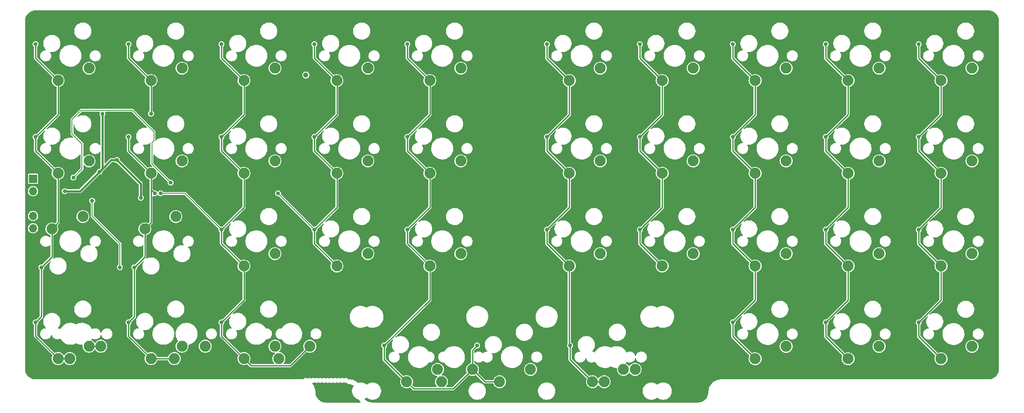
<source format=gtl>
%TF.GenerationSoftware,KiCad,Pcbnew,7.0.6*%
%TF.CreationDate,2023-12-03T11:03:35-05:00*%
%TF.ProjectId,cutiepie2040-ortho-hotswap-solder-pcb,63757469-6570-4696-9532-3034302d6f72,rev?*%
%TF.SameCoordinates,PX27bdd2cPY74f41bc*%
%TF.FileFunction,Copper,L1,Top*%
%TF.FilePolarity,Positive*%
%FSLAX46Y46*%
G04 Gerber Fmt 4.6, Leading zero omitted, Abs format (unit mm)*
G04 Created by KiCad (PCBNEW 7.0.6) date 2023-12-03 11:03:35*
%MOMM*%
%LPD*%
G01*
G04 APERTURE LIST*
%TA.AperFunction,ComponentPad*%
%ADD10C,2.250000*%
%TD*%
%TA.AperFunction,ComponentPad*%
%ADD11R,1.050000X1.050000*%
%TD*%
%TA.AperFunction,ComponentPad*%
%ADD12C,1.050000*%
%TD*%
%TA.AperFunction,ComponentPad*%
%ADD13C,0.700000*%
%TD*%
%TA.AperFunction,ComponentPad*%
%ADD14R,1.700000X1.700000*%
%TD*%
%TA.AperFunction,ComponentPad*%
%ADD15O,1.700000X1.700000*%
%TD*%
%TA.AperFunction,ViaPad*%
%ADD16C,0.800000*%
%TD*%
%TA.AperFunction,Conductor*%
%ADD17C,0.400000*%
%TD*%
%TA.AperFunction,Conductor*%
%ADD18C,0.200000*%
%TD*%
%TA.AperFunction,Conductor*%
%ADD19C,0.250000*%
%TD*%
G04 APERTURE END LIST*
D10*
%TO.P,MX15,1,COL*%
%TO.N,col3*%
X64134938Y28257766D03*
%TO.P,MX15,2,ROW*%
%TO.N,Net-(D15-A)*%
X70484938Y30797766D03*
%TD*%
%TO.P,MX11,1,COL*%
%TO.N,col2*%
X45084938Y28257766D03*
%TO.P,MX11,2,ROW*%
%TO.N,Net-(D11-A)*%
X51434938Y30797766D03*
%TD*%
%TO.P,MX7,1,COL*%
%TO.N,col1*%
X24764938Y35877766D03*
%TO.P,MX7,2,ROW*%
%TO.N,Net-(D7-A)*%
X31114938Y38417766D03*
%TD*%
%TO.P,MX3,1,COL*%
%TO.N,col0*%
X5714938Y35877766D03*
%TO.P,MX3,2,ROW*%
%TO.N,Net-(D3-A)*%
X12064938Y38417766D03*
%TD*%
%TO.P,MX2,1,COL*%
%TO.N,col0*%
X6984938Y47307766D03*
%TO.P,MX2,2,ROW*%
%TO.N,Net-(D2-A)*%
X13334938Y49847766D03*
%TD*%
%TO.P,MX6,1,COL*%
%TO.N,col1*%
X26034938Y47307766D03*
%TO.P,MX6,2,ROW*%
%TO.N,Net-(D6-A)*%
X32384938Y49847766D03*
%TD*%
%TO.P,MX10,1,COL*%
%TO.N,col2*%
X45084938Y47307766D03*
%TO.P,MX10,2,ROW*%
%TO.N,Net-(D10-A)*%
X51434938Y49847766D03*
%TD*%
%TO.P,MX14,1,COL*%
%TO.N,col3*%
X64134938Y47307766D03*
%TO.P,MX14,2,ROW*%
%TO.N,Net-(D14-A)*%
X70484938Y49847766D03*
%TD*%
%TO.P,MX16,1,COL*%
%TO.N,col4*%
X83184938Y66357766D03*
%TO.P,MX16,2,ROW*%
%TO.N,Net-(D16-A)*%
X89534938Y68897766D03*
%TD*%
%TO.P,MX17,1,COL*%
%TO.N,col4*%
X83184938Y47307766D03*
%TO.P,MX17,2,ROW*%
%TO.N,Net-(D17-A)*%
X89534938Y49847766D03*
%TD*%
%TO.P,MX18,1,COL*%
%TO.N,col4*%
X83184938Y28257766D03*
%TO.P,MX18,2,ROW*%
%TO.N,Net-(D18-A)*%
X89534938Y30797766D03*
%TD*%
%TO.P,MX4,1,COL*%
%TO.N,col0*%
X6984938Y9237344D03*
%TO.P,MX4,2,ROW*%
%TO.N,Net-(D4-A)*%
X13334938Y11777344D03*
%TD*%
%TO.P,MX8,1,COL*%
%TO.N,col1*%
X26034954Y9237344D03*
%TO.P,MX8,2,ROW*%
%TO.N,Net-(D8-A)*%
X32384954Y11777344D03*
%TD*%
%TO.P,MX12,1,COL*%
%TO.N,col2*%
X45084970Y9237344D03*
%TO.P,MX12,2,ROW*%
%TO.N,Net-(D12-A)*%
X51434970Y11777344D03*
%TD*%
%TO.P,MX19,1,COL*%
%TO.N,col4*%
X78422498Y4474840D03*
%TO.P,MX19,2,ROW*%
%TO.N,Net-(D19-A)*%
X84772498Y7014840D03*
%TD*%
%TO.P,MX23,1,COL*%
%TO.N,col5*%
X116522530Y4474840D03*
%TO.P,MX23,2,ROW*%
%TO.N,Net-(D23-A)*%
X122872530Y7014840D03*
%TD*%
%TO.P,MX41,1,COL*%
%TO.N,col2*%
X58578726Y11777344D03*
%TO.P,MX41,2,ROW*%
%TO.N,Net-(D12-A)*%
X52228726Y9237344D03*
%TD*%
%TO.P,MX39,1,COL*%
%TO.N,col0*%
X9366190Y9237344D03*
%TO.P,MX39,2,ROW*%
%TO.N,Net-(D4-A)*%
X15716190Y11777344D03*
%TD*%
%TO.P,MX40,1,COL*%
%TO.N,col1*%
X30797458Y9237344D03*
%TO.P,MX40,2,ROW*%
%TO.N,Net-(D8-A)*%
X37147458Y11777344D03*
%TD*%
%TO.P,MX43,1,COL*%
%TO.N,col4*%
X91916254Y7014840D03*
%TO.P,MX43,2,ROW*%
%TO.N,Net-(D19-A)*%
X85566254Y4474840D03*
%TD*%
%TO.P,MX46,1,COL*%
%TO.N,col5*%
X118903782Y4474840D03*
%TO.P,MX46,2,ROW*%
%TO.N,Net-(D23-A)*%
X125253782Y7014840D03*
%TD*%
%TO.P,MX35,1,COL*%
%TO.N,col9*%
X187959938Y66357766D03*
%TO.P,MX35,2,ROW*%
%TO.N,Net-(D35-A)*%
X194309938Y68897766D03*
%TD*%
%TO.P,MX1,1,COL*%
%TO.N,col0*%
X6984938Y66357766D03*
%TO.P,MX1,2,ROW*%
%TO.N,Net-(D1-A)*%
X13334938Y68897766D03*
%TD*%
%TO.P,MX22,1,COL*%
%TO.N,col5*%
X111759938Y28257766D03*
%TO.P,MX22,2,ROW*%
%TO.N,Net-(D22-A)*%
X118109938Y30797766D03*
%TD*%
%TO.P,MX30,1,COL*%
%TO.N,col7*%
X149859938Y9207766D03*
%TO.P,MX30,2,ROW*%
%TO.N,Net-(D30-A)*%
X156209938Y11747766D03*
%TD*%
D11*
%TO.P,SW1,1,1*%
%TO.N,GND*%
X56500145Y67482825D03*
D12*
%TO.P,SW1,2,2*%
%TO.N,Net-(R_Flash1-Pad1)*%
X57770145Y67482825D03*
%TD*%
D10*
%TO.P,MX33,1,COL*%
%TO.N,col8*%
X168909938Y28257766D03*
%TO.P,MX33,2,ROW*%
%TO.N,Net-(D33-A)*%
X175259938Y30797766D03*
%TD*%
%TO.P,MX13,1,COL*%
%TO.N,col3*%
X64134938Y66357766D03*
%TO.P,MX13,2,ROW*%
%TO.N,Net-(D13-A)*%
X70484938Y68897766D03*
%TD*%
%TO.P,MX29,1,COL*%
%TO.N,col7*%
X149859938Y28257766D03*
%TO.P,MX29,2,ROW*%
%TO.N,Net-(D29-A)*%
X156209938Y30797766D03*
%TD*%
%TO.P,MX5,1,COL*%
%TO.N,col1*%
X26034938Y66357766D03*
%TO.P,MX5,2,ROW*%
%TO.N,Net-(D5-A)*%
X32384938Y68897766D03*
%TD*%
%TO.P,MX24,1,COL*%
%TO.N,col6*%
X130809938Y66357766D03*
%TO.P,MX24,2,ROW*%
%TO.N,Net-(D24-A)*%
X137159938Y68897766D03*
%TD*%
%TO.P,MX21,1,COL*%
%TO.N,col5*%
X111759938Y47307766D03*
%TO.P,MX21,2,ROW*%
%TO.N,Net-(D21-A)*%
X118109938Y49847766D03*
%TD*%
%TO.P,MX32,1,COL*%
%TO.N,col8*%
X168909938Y47307766D03*
%TO.P,MX32,2,ROW*%
%TO.N,Net-(D32-A)*%
X175259938Y49847766D03*
%TD*%
%TO.P,MX38,1,COL*%
%TO.N,col9*%
X187959938Y9207766D03*
%TO.P,MX38,2,ROW*%
%TO.N,Net-(D38-A)*%
X194309938Y11747766D03*
%TD*%
%TO.P,MX20,1,COL*%
%TO.N,col5*%
X111759938Y66357766D03*
%TO.P,MX20,2,ROW*%
%TO.N,Net-(D20-A)*%
X118109938Y68897766D03*
%TD*%
%TO.P,MX36,1,COL*%
%TO.N,col9*%
X187959938Y47307766D03*
%TO.P,MX36,2,ROW*%
%TO.N,Net-(D36-A)*%
X194309938Y49847766D03*
%TD*%
%TO.P,MX37,1,COL*%
%TO.N,col9*%
X187959938Y28257766D03*
%TO.P,MX37,2,ROW*%
%TO.N,Net-(D37-A)*%
X194309938Y30797766D03*
%TD*%
%TO.P,MX26,1,COL*%
%TO.N,col6*%
X130809938Y28257766D03*
%TO.P,MX26,2,ROW*%
%TO.N,Net-(D26-A)*%
X137159938Y30797766D03*
%TD*%
%TO.P,MX44,1,COL*%
%TO.N,col4*%
X97472514Y4474840D03*
%TO.P,MX44,2,ROW*%
%TO.N,Net-(D19-A)*%
X103822514Y7014840D03*
%TD*%
%TO.P,MX9,1,COL*%
%TO.N,col2*%
X45084938Y66357766D03*
%TO.P,MX9,2,ROW*%
%TO.N,Net-(D9-A)*%
X51434938Y68897766D03*
%TD*%
%TO.P,MX27,1,COL*%
%TO.N,col7*%
X149859938Y66357766D03*
%TO.P,MX27,2,ROW*%
%TO.N,Net-(D27-A)*%
X156209938Y68897766D03*
%TD*%
D13*
%TO.P,U1,57,GND*%
%TO.N,GND*%
X20325048Y42778236D03*
X20325048Y44053236D03*
X20325048Y45328236D03*
X19050048Y42778236D03*
X19050048Y44053236D03*
X19050048Y45328236D03*
X17775048Y42778236D03*
X17775048Y44053236D03*
X17775048Y45328236D03*
%TD*%
D14*
%TO.P,J2,1,Pin_1*%
%TO.N,RESET*%
X1849938Y46156666D03*
D15*
%TO.P,J2,2,Pin_2*%
%TO.N,+3V3*%
X1849938Y43616666D03*
%TO.P,J2,3,Pin_3*%
%TO.N,GND*%
X1849938Y41076666D03*
%TO.P,J2,4,Pin_4*%
%TO.N,SWDIO*%
X1849938Y38536666D03*
%TO.P,J2,5,Pin_5*%
%TO.N,SWCLK*%
X1849938Y35996666D03*
%TD*%
D10*
%TO.P,MX28,1,COL*%
%TO.N,col7*%
X149859938Y47307766D03*
%TO.P,MX28,2,ROW*%
%TO.N,Net-(D28-A)*%
X156209938Y49847766D03*
%TD*%
%TO.P,MX25,1,COL*%
%TO.N,col6*%
X130809938Y47307766D03*
%TO.P,MX25,2,ROW*%
%TO.N,Net-(D25-A)*%
X137159938Y49847766D03*
%TD*%
%TO.P,MX34,1,COL*%
%TO.N,col8*%
X168909938Y9207766D03*
%TO.P,MX34,2,ROW*%
%TO.N,Net-(D34-A)*%
X175259938Y11747766D03*
%TD*%
%TO.P,MX31,1,COL*%
%TO.N,col8*%
X168909938Y66357766D03*
%TO.P,MX31,2,ROW*%
%TO.N,Net-(D31-A)*%
X175259938Y68897766D03*
%TD*%
D16*
%TO.N,GND*%
X12501594Y43457922D03*
X23927874Y40615736D03*
X17561763Y65553284D03*
X12799251Y47625120D03*
X13989879Y61317342D03*
X24887874Y40615736D03*
X12799251Y46732149D03*
X14585193Y65553284D03*
%TO.N,+3V3*%
X8334396Y43628550D03*
X19050048Y50006376D03*
X15478164Y47625120D03*
X16073478Y59531400D03*
X23927874Y42267294D03*
%TO.N,row1*%
X10120338Y46434492D03*
X30063357Y45379806D03*
%TO.N,row2*%
X13989879Y41671980D03*
X19645362Y27979758D03*
%TO.N,col0*%
X2381256Y54768888D03*
X2381256Y16668792D03*
X2381256Y73818936D03*
X3571884Y27979758D03*
%TO.N,col1*%
X22621932Y27979758D03*
X21431304Y73818936D03*
X26789130Y43160265D03*
X26034938Y59531400D03*
X21431304Y16668792D03*
X21431304Y54768888D03*
%TO.N,col2*%
X27979758Y43160265D03*
X40481352Y16668792D03*
X40481352Y54768888D03*
X40481352Y35718840D03*
X40481352Y73818936D03*
%TO.N,col3*%
X59531400Y35718840D03*
X59531400Y73818936D03*
X52089975Y43160265D03*
X59531400Y54768888D03*
%TO.N,col4*%
X73818936Y11906280D03*
X78581448Y54768888D03*
X78581448Y35718840D03*
X78581448Y73818936D03*
X92868984Y11906280D03*
%TO.N,col5*%
X107156520Y35718840D03*
X111919032Y11906280D03*
X107156520Y73818936D03*
X107156520Y54768888D03*
%TO.N,col6*%
X126206568Y73818936D03*
X126206568Y54768888D03*
X126206568Y35718840D03*
%TO.N,col7*%
X145256616Y54768888D03*
X145256616Y16668792D03*
X145256616Y73818936D03*
X145256616Y35718840D03*
%TO.N,col8*%
X164306664Y54768888D03*
X164306664Y16668792D03*
X164306664Y35718840D03*
X164306664Y73818936D03*
%TO.N,col9*%
X183356712Y73818936D03*
X183356712Y35718840D03*
X183356712Y54768888D03*
X183356712Y16668792D03*
%TD*%
D17*
%TO.N,+3V3*%
X16073478Y48220434D02*
X15478164Y47625120D01*
X15478164Y47625120D02*
X11481594Y43628550D01*
X15478164Y47625120D02*
X17859420Y50006376D01*
X16073478Y48220434D02*
X16073478Y59531400D01*
X17859420Y50006376D02*
X19050048Y50006376D01*
X19050048Y50006376D02*
X23927874Y45128550D01*
X23927874Y45128550D02*
X23927874Y42267294D01*
X11481594Y43628550D02*
X8334396Y43628550D01*
D18*
%TO.N,row1*%
X26227038Y53611482D02*
X26618938Y54003382D01*
X9822681Y55410455D02*
X11872838Y53360298D01*
X11872838Y48186992D02*
X11872838Y53360298D01*
X26618938Y54003382D02*
X26618938Y55832051D01*
X30063357Y45379806D02*
X26227038Y49216125D01*
X11713310Y60231400D02*
X9822681Y58340771D01*
X10120338Y46434492D02*
X11872838Y48186992D01*
X9822681Y58340771D02*
X9822681Y55410455D01*
X22219589Y60231400D02*
X11713310Y60231400D01*
X26227038Y49216125D02*
X26227038Y53611482D01*
X26618938Y55832051D02*
X22219589Y60231400D01*
%TO.N,row2*%
X13989879Y38508080D02*
X13989879Y41671980D01*
X19645362Y32852597D02*
X13989879Y38508080D01*
X19645362Y27979758D02*
X19645362Y32852597D01*
D19*
%TO.N,Net-(D4-A)*%
X13334938Y11777344D02*
X15716190Y11777344D01*
%TO.N,col0*%
X5714938Y35877766D02*
X6984938Y37147766D01*
X2381256Y16668792D02*
X2381256Y13841026D01*
X2381256Y51911448D02*
X6984938Y47307766D01*
X3571884Y27979758D02*
X3571884Y17859420D01*
X6984938Y9237344D02*
X9366190Y9237344D01*
X6984938Y59372570D02*
X2381256Y54768888D01*
X2381256Y54768888D02*
X2381256Y51911448D01*
X3571884Y17859420D02*
X2381256Y16668792D01*
X2381256Y70961448D02*
X6984938Y66357766D01*
X6984938Y37147766D02*
X6984938Y47307766D01*
X6984938Y66357766D02*
X6984938Y59372570D01*
X2381256Y13841026D02*
X6984938Y9237344D01*
X5714938Y30122812D02*
X3571884Y27979758D01*
X5714938Y35877766D02*
X5714938Y30122812D01*
X2381256Y73818936D02*
X2381256Y70961448D01*
%TO.N,col1*%
X26034938Y47307766D02*
X26034938Y43914457D01*
X22621932Y17859420D02*
X21431304Y16668792D01*
X24764938Y30122764D02*
X22621932Y27979758D01*
X21431304Y13840994D02*
X26034954Y9237344D01*
X26034954Y9237344D02*
X30797458Y9237344D01*
X26034938Y37147766D02*
X26034938Y47307766D01*
X26034938Y66357766D02*
X26034938Y59531400D01*
X24764938Y35877766D02*
X24764938Y30122764D01*
X21431304Y16668792D02*
X21431304Y13840994D01*
X21431304Y51911400D02*
X26034938Y47307766D01*
X24764938Y35877766D02*
X26034938Y37147766D01*
X21431304Y70961400D02*
X26034938Y66357766D01*
X22621932Y27979758D02*
X22621932Y17859420D01*
X21431304Y73818936D02*
X21431304Y70961400D01*
X21431304Y54768888D02*
X21431304Y51911400D01*
X26034938Y43914457D02*
X26789130Y43160265D01*
%TO.N,col2*%
X54588726Y7787344D02*
X58578726Y11777344D01*
X40481352Y54768888D02*
X45084938Y59372474D01*
X40481352Y51911352D02*
X45084938Y47307766D01*
X45084938Y40322426D02*
X45084938Y47307766D01*
X40481352Y32861352D02*
X45084938Y28257766D01*
X40481352Y35718840D02*
X40481352Y32861352D01*
D18*
X33039927Y43160265D02*
X40481352Y35718840D01*
D19*
X40481352Y13840962D02*
X45084970Y9237344D01*
X45084938Y21272378D02*
X40481352Y16668792D01*
X45084938Y28257766D02*
X45084938Y21272378D01*
X40481352Y54768888D02*
X40481352Y51911352D01*
X40481352Y70961352D02*
X45084938Y66357766D01*
X45084938Y59372474D02*
X45084938Y66357766D01*
X40481352Y16668792D02*
X40481352Y13840962D01*
D18*
X27979758Y43160265D02*
X33039927Y43160265D01*
D19*
X45084970Y9237344D02*
X46534970Y7787344D01*
X40481352Y35718840D02*
X45084938Y40322426D01*
X46534970Y7787344D02*
X54588726Y7787344D01*
X40481352Y73818936D02*
X40481352Y70961352D01*
%TO.N,col3*%
X64134938Y59372426D02*
X64134938Y66357766D01*
X59531400Y32861304D02*
X64134938Y28257766D01*
X59531400Y54768888D02*
X59531400Y51911304D01*
X59531400Y35718840D02*
X64134938Y40322378D01*
D18*
X59531400Y35718840D02*
X52089975Y43160265D01*
D19*
X59531400Y35718840D02*
X59531400Y32861304D01*
X59531400Y70961304D02*
X64134938Y66357766D01*
X59531400Y51911304D02*
X64134938Y47307766D01*
X59531400Y54768888D02*
X64134938Y59372426D01*
X64134938Y40322378D02*
X64134938Y47307766D01*
X59531400Y73818936D02*
X59531400Y70961304D01*
%TO.N,col4*%
X78581448Y70961256D02*
X83184938Y66357766D01*
X83184938Y59372378D02*
X83184938Y66357766D01*
X92868984Y11906280D02*
X91916254Y10953550D01*
X78581448Y54768888D02*
X78581448Y51911256D01*
X83184938Y40322330D02*
X83184938Y47307766D01*
X87926254Y3024840D02*
X91916254Y7014840D01*
X94456254Y4474840D02*
X91916254Y7014840D01*
X79872498Y3024840D02*
X87926254Y3024840D01*
X78581448Y32861256D02*
X83184938Y28257766D01*
X97472514Y4474840D02*
X94456254Y4474840D01*
X83184938Y21272282D02*
X73818936Y11906280D01*
X83184938Y28257766D02*
X83184938Y21272282D01*
X78581448Y35718840D02*
X78581448Y32861256D01*
X73818936Y11906280D02*
X73818936Y9078402D01*
X91916254Y10953550D02*
X91916254Y7014840D01*
X78581448Y54768888D02*
X83184938Y59372378D01*
X73818936Y9078402D02*
X78422498Y4474840D01*
X78581448Y51911256D02*
X83184938Y47307766D01*
X78581448Y73818936D02*
X78581448Y70961256D01*
X78422498Y4474840D02*
X79872498Y3024840D01*
X78581448Y35718840D02*
X83184938Y40322330D01*
%TO.N,col5*%
X111919032Y9078338D02*
X116522530Y4474840D01*
X107156520Y70961184D02*
X111759938Y66357766D01*
X111919032Y11906280D02*
X111919032Y9078338D01*
X107156520Y51911184D02*
X111759938Y47307766D01*
X111759938Y12065374D02*
X111759938Y28257766D01*
X107156520Y35718840D02*
X107156520Y32861184D01*
X107156520Y35718840D02*
X111759938Y40322258D01*
X107156520Y32861184D02*
X111759938Y28257766D01*
X116522530Y4474840D02*
X118903782Y4474840D01*
X107156520Y73818936D02*
X107156520Y70961184D01*
X111759938Y59372306D02*
X111759938Y66357766D01*
X111759938Y40322258D02*
X111759938Y47307766D01*
X107156520Y54768888D02*
X107156520Y51911184D01*
X107156520Y54768888D02*
X111759938Y59372306D01*
X111919032Y11906280D02*
X111759938Y12065374D01*
%TO.N,col6*%
X126206568Y73818936D02*
X126206568Y70961136D01*
X126206568Y51911136D02*
X130809938Y47307766D01*
X130809938Y40322210D02*
X130809938Y47307766D01*
X126206568Y54768888D02*
X130809938Y59372258D01*
X130809938Y59372258D02*
X130809938Y66357766D01*
X126206568Y54768888D02*
X126206568Y51911136D01*
X126206568Y35718840D02*
X126206568Y32861136D01*
X126206568Y35718840D02*
X130809938Y40322210D01*
X126206568Y70961136D02*
X130809938Y66357766D01*
X126206568Y32861136D02*
X130809938Y28257766D01*
%TO.N,col7*%
X145256616Y73818936D02*
X145256616Y70961088D01*
X145256616Y35718840D02*
X149859938Y40322162D01*
X145256616Y70961088D02*
X149859938Y66357766D01*
X145256616Y32861088D02*
X149859938Y28257766D01*
X149859938Y28257766D02*
X149859938Y21272114D01*
X145256616Y54768888D02*
X149859938Y59372210D01*
X145256616Y54768888D02*
X145256616Y51911088D01*
X145256616Y16668792D02*
X145256616Y13811088D01*
X149859938Y40322162D02*
X149859938Y47307766D01*
X149859938Y21272114D02*
X145256616Y16668792D01*
X149859938Y59372210D02*
X149859938Y66357766D01*
X145256616Y13811088D02*
X149859938Y9207766D01*
X145256616Y51911088D02*
X149859938Y47307766D01*
X145256616Y35718840D02*
X145256616Y32861088D01*
%TO.N,col8*%
X164306664Y32861040D02*
X168909938Y28257766D01*
X168909938Y21272066D02*
X164306664Y16668792D01*
X164306664Y73818936D02*
X164306664Y70961040D01*
X164306664Y35718840D02*
X168909938Y40322114D01*
X164306664Y13811040D02*
X168909938Y9207766D01*
X164306664Y51911040D02*
X168909938Y47307766D01*
X164306664Y70961040D02*
X168909938Y66357766D01*
X164306664Y54768888D02*
X164306664Y51911040D01*
X168909938Y40322114D02*
X168909938Y47307766D01*
X168909938Y28257766D02*
X168909938Y21272066D01*
X164306664Y54768888D02*
X168909938Y59372162D01*
X168909938Y59372162D02*
X168909938Y66357766D01*
X164306664Y16668792D02*
X164306664Y13811040D01*
X164306664Y35718840D02*
X164306664Y32861040D01*
%TO.N,col9*%
X187959938Y21272018D02*
X183356712Y16668792D01*
X183356712Y35718840D02*
X183356712Y32860992D01*
X183356712Y35718840D02*
X187959938Y40322066D01*
X187959938Y28257766D02*
X187959938Y21272018D01*
X183356712Y70960992D02*
X187959938Y66357766D01*
X183356712Y51910992D02*
X187959938Y47307766D01*
X187959938Y59372114D02*
X187959938Y66357766D01*
X183356712Y73818936D02*
X183356712Y70960992D01*
X183356712Y32860992D02*
X187959938Y28257766D01*
X187959938Y40322066D02*
X187959938Y47307766D01*
X183356712Y16668792D02*
X183356712Y13810992D01*
X183356712Y13810992D02*
X187959938Y9207766D01*
X183356712Y54768888D02*
X187959938Y59372114D01*
X183356712Y54768888D02*
X183356712Y51910992D01*
%TD*%
%TA.AperFunction,Conductor*%
%TO.N,GND*%
G36*
X197645320Y80762185D02*
G01*
X197903726Y80746552D01*
X197909650Y80745831D01*
X198001343Y80729028D01*
X198162784Y80699442D01*
X198168590Y80698010D01*
X198414286Y80621446D01*
X198419871Y80619329D01*
X198644074Y80518423D01*
X198654556Y80513705D01*
X198659846Y80510929D01*
X198880095Y80377784D01*
X198885011Y80374389D01*
X199087589Y80215680D01*
X199092067Y80211713D01*
X199274042Y80029739D01*
X199278008Y80025262D01*
X199436721Y79822681D01*
X199440116Y79817762D01*
X199526750Y79674454D01*
X199573251Y79597534D01*
X199573254Y79597530D01*
X199576034Y79592233D01*
X199681657Y79357554D01*
X199683779Y79351960D01*
X199760342Y79106267D01*
X199761774Y79100458D01*
X199808165Y78847325D01*
X199808887Y78841386D01*
X199824508Y78583195D01*
X199824598Y78580227D01*
X199824598Y7145455D01*
X199824508Y7142488D01*
X199815827Y6998973D01*
X199808877Y6884097D01*
X199808155Y6878157D01*
X199761765Y6625025D01*
X199760333Y6619216D01*
X199683771Y6373524D01*
X199681650Y6367930D01*
X199576029Y6133254D01*
X199573249Y6127956D01*
X199440112Y5907721D01*
X199436713Y5902798D01*
X199278008Y5700226D01*
X199274041Y5695748D01*
X199092059Y5513766D01*
X199087581Y5509799D01*
X198885010Y5351093D01*
X198880086Y5347694D01*
X198659851Y5214557D01*
X198654553Y5211777D01*
X198440427Y5115404D01*
X198419896Y5106163D01*
X198419878Y5106155D01*
X198414283Y5104034D01*
X198168592Y5027472D01*
X198162783Y5026040D01*
X197909651Y4979650D01*
X197903711Y4978928D01*
X197645386Y4963300D01*
X197642419Y4963210D01*
X142849622Y4963210D01*
X142849554Y4963208D01*
X142730061Y4963208D01*
X142441911Y4930745D01*
X142159206Y4866222D01*
X142024957Y4819247D01*
X141885497Y4770449D01*
X141885494Y4770448D01*
X141885495Y4770448D01*
X141624237Y4644636D01*
X141378705Y4490359D01*
X141151996Y4309566D01*
X140946945Y4104515D01*
X140766148Y3877804D01*
X140611870Y3632271D01*
X140486058Y3371013D01*
X140390283Y3097302D01*
X140325761Y2814599D01*
X140293296Y2526445D01*
X140293296Y2526443D01*
X140293297Y2382952D01*
X140293207Y2379962D01*
X140277576Y2121593D01*
X140276854Y2115653D01*
X140230465Y1862525D01*
X140229033Y1856716D01*
X140152469Y1611019D01*
X140150348Y1605424D01*
X140044728Y1370752D01*
X140041948Y1365454D01*
X139908811Y1145219D01*
X139905412Y1140296D01*
X139746707Y937724D01*
X139742740Y933246D01*
X139560758Y751264D01*
X139556280Y747297D01*
X139353708Y588592D01*
X139348785Y585193D01*
X139128550Y452056D01*
X139123252Y449276D01*
X138888580Y343656D01*
X138882985Y341535D01*
X138637288Y264971D01*
X138631479Y263539D01*
X138378351Y217150D01*
X138372411Y216428D01*
X138114020Y200796D01*
X138111053Y200706D01*
X138063961Y200706D01*
X138061871Y200500D01*
X71439129Y200500D01*
X71436238Y200585D01*
X71186336Y215206D01*
X71180590Y215881D01*
X70935519Y259284D01*
X70929890Y260624D01*
X70920197Y263539D01*
X70762107Y311084D01*
X70691563Y332300D01*
X70686130Y334287D01*
X70457774Y433261D01*
X70452609Y435868D01*
X70237353Y560788D01*
X70232527Y563979D01*
X70033295Y713147D01*
X70028881Y716873D01*
X69876634Y861440D01*
X69847456Y915219D01*
X69855461Y975878D01*
X69895300Y1018964D01*
X70029172Y1096254D01*
X70169282Y1207989D01*
X70226564Y1229487D01*
X70285544Y1213210D01*
X70292716Y1207999D01*
X70432840Y1096254D01*
X70432844Y1096252D01*
X70432845Y1096251D01*
X70663675Y962981D01*
X70663679Y962979D01*
X70663688Y962974D01*
X70911822Y865588D01*
X71171699Y806273D01*
X71241943Y801009D01*
X71370961Y791340D01*
X71370967Y791340D01*
X71504067Y791340D01*
X71612752Y799486D01*
X71703329Y806273D01*
X71963206Y865588D01*
X72211340Y962974D01*
X72442188Y1096254D01*
X72588846Y1213210D01*
X72650589Y1262448D01*
X72650595Y1262454D01*
X72770517Y1391699D01*
X72831900Y1457854D01*
X72982059Y1678096D01*
X73097715Y1918259D01*
X73176285Y2172977D01*
X73216014Y2436557D01*
X91121998Y2436557D01*
X91161726Y2172983D01*
X91161728Y2172973D01*
X91240297Y1918257D01*
X91355949Y1678105D01*
X91355953Y1678097D01*
X91506112Y1457854D01*
X91506115Y1457851D01*
X91506117Y1457848D01*
X91687416Y1262454D01*
X91687422Y1262448D01*
X91895815Y1096261D01*
X91895824Y1096254D01*
X91895828Y1096252D01*
X91895829Y1096251D01*
X92126659Y962981D01*
X92126663Y962979D01*
X92126672Y962974D01*
X92374806Y865588D01*
X92634683Y806273D01*
X92704927Y801009D01*
X92833945Y791340D01*
X92833951Y791340D01*
X92967051Y791340D01*
X93075736Y799486D01*
X93166313Y806273D01*
X93426190Y865588D01*
X93674324Y962974D01*
X93905172Y1096254D01*
X94051830Y1213210D01*
X94113573Y1262448D01*
X94113579Y1262454D01*
X94233501Y1391699D01*
X94294884Y1457854D01*
X94445043Y1678096D01*
X94560699Y1918259D01*
X94639269Y2172977D01*
X94678998Y2436557D01*
X105346030Y2436557D01*
X105385758Y2172983D01*
X105385760Y2172973D01*
X105464329Y1918257D01*
X105579981Y1678105D01*
X105579985Y1678097D01*
X105730144Y1457854D01*
X105730147Y1457851D01*
X105730149Y1457848D01*
X105911448Y1262454D01*
X105911454Y1262448D01*
X106119847Y1096261D01*
X106119856Y1096254D01*
X106119860Y1096252D01*
X106119861Y1096251D01*
X106350691Y962981D01*
X106350695Y962979D01*
X106350704Y962974D01*
X106598838Y865588D01*
X106858715Y806273D01*
X106928959Y801009D01*
X107057977Y791340D01*
X107057983Y791340D01*
X107191083Y791340D01*
X107299768Y799486D01*
X107390345Y806273D01*
X107650222Y865588D01*
X107898356Y962974D01*
X108129204Y1096254D01*
X108275862Y1213210D01*
X108337605Y1262448D01*
X108337611Y1262454D01*
X108457533Y1391699D01*
X108518916Y1457854D01*
X108669075Y1678096D01*
X108784731Y1918259D01*
X108863301Y2172977D01*
X108903030Y2436557D01*
X126809014Y2436557D01*
X126848742Y2172983D01*
X126848744Y2172973D01*
X126927313Y1918257D01*
X127042965Y1678105D01*
X127042969Y1678097D01*
X127193128Y1457854D01*
X127193131Y1457851D01*
X127193133Y1457848D01*
X127374432Y1262454D01*
X127374438Y1262448D01*
X127582831Y1096261D01*
X127582840Y1096254D01*
X127582844Y1096252D01*
X127582845Y1096251D01*
X127813675Y962981D01*
X127813679Y962979D01*
X127813688Y962974D01*
X128061822Y865588D01*
X128321699Y806273D01*
X128391943Y801009D01*
X128520961Y791340D01*
X128520967Y791340D01*
X128654067Y791340D01*
X128762752Y799486D01*
X128853329Y806273D01*
X129113206Y865588D01*
X129361340Y962974D01*
X129592188Y1096254D01*
X129732299Y1207990D01*
X129789578Y1229487D01*
X129848559Y1213210D01*
X129855743Y1207991D01*
X129995856Y1096254D01*
X129995860Y1096252D01*
X129995861Y1096251D01*
X130226691Y962981D01*
X130226695Y962979D01*
X130226704Y962974D01*
X130474838Y865588D01*
X130734715Y806273D01*
X130804959Y801009D01*
X130933977Y791340D01*
X130933983Y791340D01*
X131067083Y791340D01*
X131175768Y799486D01*
X131266345Y806273D01*
X131526222Y865588D01*
X131774356Y962974D01*
X132005204Y1096254D01*
X132151862Y1213210D01*
X132213605Y1262448D01*
X132213611Y1262454D01*
X132333533Y1391699D01*
X132394916Y1457854D01*
X132545075Y1678096D01*
X132660731Y1918259D01*
X132739301Y2172977D01*
X132779030Y2436560D01*
X132779030Y2703120D01*
X132739301Y2966703D01*
X132660731Y3221421D01*
X132659238Y3224521D01*
X132588793Y3370801D01*
X132545075Y3461583D01*
X132394916Y3681826D01*
X132394910Y3681833D01*
X132213611Y3877227D01*
X132213605Y3877233D01*
X132005212Y4043420D01*
X132005198Y4043430D01*
X131774368Y4176700D01*
X131774359Y4176705D01*
X131774356Y4176706D01*
X131774352Y4176708D01*
X131774349Y4176709D01*
X131526224Y4274092D01*
X131266349Y4333406D01*
X131266340Y4333408D01*
X131067083Y4348340D01*
X131067077Y4348340D01*
X130933983Y4348340D01*
X130933977Y4348340D01*
X130734719Y4333408D01*
X130734710Y4333406D01*
X130474835Y4274092D01*
X130226710Y4176709D01*
X130226691Y4176700D01*
X129995861Y4043430D01*
X129995847Y4043420D01*
X129855747Y3931694D01*
X129798463Y3910195D01*
X129739483Y3926472D01*
X129732297Y3931694D01*
X129592196Y4043420D01*
X129592182Y4043430D01*
X129361352Y4176700D01*
X129361343Y4176705D01*
X129361340Y4176706D01*
X129361336Y4176708D01*
X129361333Y4176709D01*
X129113208Y4274092D01*
X128853333Y4333406D01*
X128853324Y4333408D01*
X128654067Y4348340D01*
X128654061Y4348340D01*
X128520967Y4348340D01*
X128520961Y4348340D01*
X128321703Y4333408D01*
X128321694Y4333406D01*
X128061819Y4274092D01*
X127813694Y4176709D01*
X127813675Y4176700D01*
X127582845Y4043430D01*
X127582831Y4043420D01*
X127374438Y3877233D01*
X127374432Y3877227D01*
X127193133Y3681833D01*
X127193128Y3681827D01*
X127193128Y3681826D01*
X127042969Y3461584D01*
X127042969Y3461583D01*
X127042965Y3461577D01*
X126927313Y3221424D01*
X126848744Y2966708D01*
X126848742Y2966698D01*
X126809014Y2703124D01*
X126809014Y2436557D01*
X108903030Y2436557D01*
X108903030Y2436560D01*
X108903030Y2703120D01*
X108863301Y2966703D01*
X108784731Y3221421D01*
X108783238Y3224521D01*
X108712793Y3370801D01*
X108669075Y3461583D01*
X108518916Y3681826D01*
X108518910Y3681833D01*
X108337611Y3877227D01*
X108337605Y3877233D01*
X108129212Y4043420D01*
X108129198Y4043430D01*
X107898368Y4176700D01*
X107898359Y4176705D01*
X107898356Y4176706D01*
X107898352Y4176708D01*
X107898349Y4176709D01*
X107650224Y4274092D01*
X107390349Y4333406D01*
X107390340Y4333408D01*
X107191083Y4348340D01*
X107191077Y4348340D01*
X107057983Y4348340D01*
X107057977Y4348340D01*
X106858719Y4333408D01*
X106858710Y4333406D01*
X106598835Y4274092D01*
X106350710Y4176709D01*
X106350691Y4176700D01*
X106119861Y4043430D01*
X106119847Y4043420D01*
X105911454Y3877233D01*
X105911448Y3877227D01*
X105730149Y3681833D01*
X105730144Y3681827D01*
X105730144Y3681826D01*
X105579985Y3461584D01*
X105579985Y3461583D01*
X105579981Y3461577D01*
X105464329Y3221424D01*
X105385760Y2966708D01*
X105385758Y2966698D01*
X105346030Y2703124D01*
X105346030Y2436557D01*
X94678998Y2436557D01*
X94678998Y2436560D01*
X94678998Y2703120D01*
X94639269Y2966703D01*
X94560699Y3221421D01*
X94559206Y3224521D01*
X94488761Y3370801D01*
X94445043Y3461583D01*
X94294884Y3681826D01*
X94294878Y3681833D01*
X94113579Y3877227D01*
X94113573Y3877233D01*
X93905180Y4043420D01*
X93905166Y4043430D01*
X93674336Y4176700D01*
X93674327Y4176705D01*
X93674324Y4176706D01*
X93674320Y4176708D01*
X93674317Y4176709D01*
X93426192Y4274092D01*
X93166317Y4333406D01*
X93166308Y4333408D01*
X92967051Y4348340D01*
X92967045Y4348340D01*
X92833951Y4348340D01*
X92833945Y4348340D01*
X92634687Y4333408D01*
X92634678Y4333406D01*
X92374803Y4274092D01*
X92126678Y4176709D01*
X92126659Y4176700D01*
X91895829Y4043430D01*
X91895815Y4043420D01*
X91687422Y3877233D01*
X91687416Y3877227D01*
X91506117Y3681833D01*
X91506112Y3681827D01*
X91506112Y3681826D01*
X91355953Y3461584D01*
X91355953Y3461583D01*
X91355949Y3461577D01*
X91240297Y3221424D01*
X91161728Y2966708D01*
X91161726Y2966698D01*
X91121998Y2703124D01*
X91121998Y2436557D01*
X73216014Y2436557D01*
X73216014Y2436560D01*
X73216014Y2703120D01*
X73176285Y2966703D01*
X73097715Y3221421D01*
X73096222Y3224521D01*
X73025777Y3370801D01*
X72982059Y3461583D01*
X72831900Y3681826D01*
X72831894Y3681833D01*
X72650595Y3877227D01*
X72650589Y3877233D01*
X72442196Y4043420D01*
X72442182Y4043430D01*
X72211352Y4176700D01*
X72211343Y4176705D01*
X72211340Y4176706D01*
X72211336Y4176708D01*
X72211333Y4176709D01*
X71963208Y4274092D01*
X71703333Y4333406D01*
X71703324Y4333408D01*
X71504067Y4348340D01*
X71504061Y4348340D01*
X71370967Y4348340D01*
X71370961Y4348340D01*
X71171703Y4333408D01*
X71171694Y4333406D01*
X70911819Y4274092D01*
X70663694Y4176709D01*
X70663675Y4176700D01*
X70432845Y4043430D01*
X70432831Y4043420D01*
X70292731Y3931694D01*
X70235447Y3910195D01*
X70176467Y3926472D01*
X70169281Y3931694D01*
X70029180Y4043420D01*
X70029166Y4043430D01*
X69798336Y4176700D01*
X69798327Y4176705D01*
X69798324Y4176706D01*
X69798320Y4176708D01*
X69798317Y4176709D01*
X69550192Y4274092D01*
X69290317Y4333406D01*
X69290308Y4333408D01*
X69091051Y4348340D01*
X69091045Y4348340D01*
X68957951Y4348340D01*
X68957945Y4348340D01*
X68758687Y4333408D01*
X68758678Y4333406D01*
X68496622Y4273594D01*
X68435683Y4279079D01*
X68405920Y4298803D01*
X68364104Y4339074D01*
X68364102Y4339075D01*
X68364100Y4339077D01*
X68140019Y4511936D01*
X67898388Y4659271D01*
X67642102Y4779315D01*
X67612373Y4789450D01*
X67374236Y4870630D01*
X67374227Y4870633D01*
X67097993Y4932124D01*
X67097990Y4932125D01*
X67097987Y4932125D01*
X66816676Y4963060D01*
X66816672Y4963060D01*
X66816663Y4963061D01*
X66716288Y4963027D01*
X66716173Y4963065D01*
X66609604Y4963081D01*
X66541815Y4944926D01*
X66480714Y4948136D01*
X66433169Y4986648D01*
X66433038Y4986851D01*
X66362707Y5096287D01*
X66253069Y5191289D01*
X66121107Y5251554D01*
X66121105Y5251555D01*
X66121104Y5251555D01*
X66121101Y5251556D01*
X66013599Y5267012D01*
X66013594Y5267012D01*
X65941428Y5267012D01*
X65941423Y5267012D01*
X65833920Y5251556D01*
X65833917Y5251555D01*
X65701950Y5191288D01*
X65667342Y5161299D01*
X65610983Y5137481D01*
X65551387Y5151340D01*
X65537680Y5161299D01*
X65503071Y5191288D01*
X65481356Y5201205D01*
X65371107Y5251554D01*
X65371105Y5251555D01*
X65371104Y5251555D01*
X65371101Y5251556D01*
X65263599Y5267012D01*
X65263594Y5267012D01*
X65191428Y5267012D01*
X65191423Y5267012D01*
X65083920Y5251556D01*
X65083917Y5251555D01*
X64951950Y5191288D01*
X64917342Y5161299D01*
X64860983Y5137481D01*
X64801387Y5151340D01*
X64787680Y5161299D01*
X64753071Y5191288D01*
X64731356Y5201205D01*
X64621107Y5251554D01*
X64621105Y5251555D01*
X64621104Y5251555D01*
X64621101Y5251556D01*
X64513599Y5267012D01*
X64513594Y5267012D01*
X64441428Y5267012D01*
X64441423Y5267012D01*
X64333920Y5251556D01*
X64333917Y5251555D01*
X64201950Y5191288D01*
X64167340Y5161298D01*
X64110980Y5137481D01*
X64051385Y5151340D01*
X64037683Y5161295D01*
X64003069Y5191289D01*
X63871107Y5251554D01*
X63871105Y5251555D01*
X63871104Y5251555D01*
X63871101Y5251556D01*
X63763599Y5267012D01*
X63763594Y5267012D01*
X63691428Y5267012D01*
X63691423Y5267012D01*
X63583920Y5251556D01*
X63583917Y5251555D01*
X63451950Y5191288D01*
X63417342Y5161299D01*
X63360983Y5137481D01*
X63301387Y5151340D01*
X63287680Y5161299D01*
X63253071Y5191288D01*
X63231356Y5201205D01*
X63121107Y5251554D01*
X63121105Y5251555D01*
X63121104Y5251555D01*
X63121101Y5251556D01*
X63013599Y5267012D01*
X63013594Y5267012D01*
X62941428Y5267012D01*
X62941423Y5267012D01*
X62833920Y5251556D01*
X62833917Y5251555D01*
X62701950Y5191288D01*
X62667340Y5161298D01*
X62610980Y5137481D01*
X62551385Y5151340D01*
X62537683Y5161295D01*
X62503069Y5191289D01*
X62371107Y5251554D01*
X62371105Y5251555D01*
X62371104Y5251555D01*
X62371101Y5251556D01*
X62263599Y5267012D01*
X62263594Y5267012D01*
X62191428Y5267012D01*
X62191423Y5267012D01*
X62083920Y5251556D01*
X62083917Y5251555D01*
X61951950Y5191288D01*
X61917342Y5161299D01*
X61860983Y5137481D01*
X61801387Y5151340D01*
X61787680Y5161299D01*
X61753071Y5191288D01*
X61731356Y5201205D01*
X61621107Y5251554D01*
X61621105Y5251555D01*
X61621104Y5251555D01*
X61621101Y5251556D01*
X61513599Y5267012D01*
X61513594Y5267012D01*
X61441428Y5267012D01*
X61441423Y5267012D01*
X61333920Y5251556D01*
X61333917Y5251555D01*
X61201950Y5191288D01*
X61167342Y5161299D01*
X61110983Y5137481D01*
X61051387Y5151340D01*
X61037680Y5161299D01*
X61003071Y5191288D01*
X60981356Y5201205D01*
X60871107Y5251554D01*
X60871105Y5251555D01*
X60871104Y5251555D01*
X60871101Y5251556D01*
X60763599Y5267012D01*
X60763594Y5267012D01*
X60691428Y5267012D01*
X60691423Y5267012D01*
X60583920Y5251556D01*
X60583917Y5251555D01*
X60451950Y5191288D01*
X60417342Y5161299D01*
X60360983Y5137481D01*
X60301387Y5151340D01*
X60287680Y5161299D01*
X60253071Y5191288D01*
X60231356Y5201205D01*
X60121107Y5251554D01*
X60121105Y5251555D01*
X60121104Y5251555D01*
X60121101Y5251556D01*
X60013599Y5267012D01*
X60013594Y5267012D01*
X59941428Y5267012D01*
X59941423Y5267012D01*
X59833920Y5251556D01*
X59833917Y5251555D01*
X59701950Y5191288D01*
X59667342Y5161299D01*
X59610983Y5137481D01*
X59551387Y5151340D01*
X59537680Y5161299D01*
X59503071Y5191288D01*
X59481356Y5201205D01*
X59371107Y5251554D01*
X59371105Y5251555D01*
X59371104Y5251555D01*
X59371101Y5251556D01*
X59263599Y5267012D01*
X59263594Y5267012D01*
X59191428Y5267012D01*
X59191423Y5267012D01*
X59083920Y5251556D01*
X59083917Y5251555D01*
X58951950Y5191288D01*
X58917342Y5161299D01*
X58860983Y5137481D01*
X58801387Y5151340D01*
X58787680Y5161299D01*
X58753071Y5191288D01*
X58731356Y5201205D01*
X58621107Y5251554D01*
X58621105Y5251555D01*
X58621104Y5251555D01*
X58621101Y5251556D01*
X58513599Y5267012D01*
X58513594Y5267012D01*
X58441428Y5267012D01*
X58441423Y5267012D01*
X58333920Y5251556D01*
X58333917Y5251555D01*
X58201950Y5191288D01*
X58167340Y5161298D01*
X58110980Y5137481D01*
X58051385Y5151340D01*
X58037683Y5161295D01*
X58003069Y5191289D01*
X57871107Y5251554D01*
X57871105Y5251555D01*
X57871104Y5251555D01*
X57871101Y5251556D01*
X57763599Y5267012D01*
X57763594Y5267012D01*
X57691428Y5267012D01*
X57691423Y5267012D01*
X57583920Y5251556D01*
X57583917Y5251555D01*
X57583914Y5251554D01*
X57583915Y5251554D01*
X57496816Y5211777D01*
X57451951Y5191288D01*
X57342316Y5096288D01*
X57342315Y5096287D01*
X57285888Y5008488D01*
X57238524Y4969757D01*
X57202606Y4963012D01*
X57172735Y4963012D01*
X2384987Y4963210D01*
X2382676Y4963210D01*
X2379708Y4963300D01*
X2150410Y4977173D01*
X2121319Y4978933D01*
X2115380Y4979655D01*
X1862249Y5026046D01*
X1856440Y5027478D01*
X1610749Y5104041D01*
X1605155Y5106163D01*
X1370477Y5211785D01*
X1365185Y5214563D01*
X1144947Y5347703D01*
X1140042Y5351088D01*
X937451Y5509809D01*
X932973Y5513776D01*
X751002Y5695749D01*
X747035Y5700227D01*
X588327Y5902804D01*
X584932Y5907721D01*
X451788Y6127968D01*
X449012Y6133258D01*
X381916Y6282338D01*
X343388Y6367944D01*
X341273Y6373524D01*
X264706Y6619227D01*
X263279Y6625016D01*
X216885Y6878174D01*
X216167Y6884083D01*
X200519Y7142751D01*
X200430Y7145720D01*
X200430Y16668792D01*
X1775574Y16668792D01*
X1796211Y16512034D01*
X1796213Y16512026D01*
X1856718Y16365954D01*
X1856718Y16365953D01*
X1950846Y16243283D01*
X1952974Y16240510D01*
X1979673Y16220023D01*
X2017023Y16191364D01*
X2051679Y16140940D01*
X2055756Y16112822D01*
X2055756Y13857401D01*
X2055568Y13853099D01*
X2051992Y13812219D01*
X2052001Y13812187D01*
X2062610Y13772590D01*
X2063545Y13768374D01*
X2070667Y13727981D01*
X2071420Y13726678D01*
X2081310Y13702802D01*
X2081699Y13701347D01*
X2081702Y13701342D01*
X2102728Y13671313D01*
X2105227Y13667745D01*
X2107544Y13664108D01*
X2122757Y13637759D01*
X2128062Y13628571D01*
X2159480Y13602208D01*
X2162666Y13599289D01*
X5792109Y9969847D01*
X5819886Y9915330D01*
X5811830Y9858005D01*
X5745764Y9716324D01*
X5734618Y9692422D01*
X5674587Y9468387D01*
X5654375Y9237348D01*
X5654375Y9237341D01*
X5674587Y9006302D01*
X5674588Y9006295D01*
X5674589Y9006294D01*
X5734618Y8782265D01*
X5832637Y8572062D01*
X5853348Y8542484D01*
X5934235Y8426965D01*
X5965668Y8382075D01*
X6129669Y8218074D01*
X6319656Y8085043D01*
X6529859Y7987024D01*
X6753888Y7926995D01*
X6753892Y7926995D01*
X6753895Y7926994D01*
X6984935Y7906781D01*
X6984938Y7906781D01*
X6984941Y7906781D01*
X7215980Y7926994D01*
X7215981Y7926995D01*
X7215988Y7926995D01*
X7440017Y7987024D01*
X7650220Y8085043D01*
X7840207Y8218074D01*
X8004208Y8382075D01*
X8094469Y8510982D01*
X8143332Y8547802D01*
X8204508Y8548870D01*
X8254629Y8513776D01*
X8256640Y8511008D01*
X8284036Y8471882D01*
X8315487Y8426965D01*
X8346920Y8382075D01*
X8510921Y8218074D01*
X8700908Y8085043D01*
X8911111Y7987024D01*
X9135140Y7926995D01*
X9135144Y7926995D01*
X9135147Y7926994D01*
X9366187Y7906781D01*
X9366190Y7906781D01*
X9366193Y7906781D01*
X9597232Y7926994D01*
X9597233Y7926995D01*
X9597240Y7926995D01*
X9821269Y7987024D01*
X10031472Y8085043D01*
X10221459Y8218074D01*
X10385460Y8382075D01*
X10518491Y8572062D01*
X10616510Y8782265D01*
X10676539Y9006294D01*
X10676678Y9007877D01*
X10696753Y9237341D01*
X10696753Y9237348D01*
X10676540Y9468387D01*
X10676539Y9468390D01*
X10676539Y9468394D01*
X10616510Y9692423D01*
X10518491Y9902625D01*
X10385460Y10092613D01*
X10221459Y10256614D01*
X10221455Y10256617D01*
X10221454Y10256618D01*
X10089413Y10349074D01*
X10031472Y10389645D01*
X9821269Y10487664D01*
X9597240Y10547693D01*
X9597239Y10547694D01*
X9597232Y10547695D01*
X9366193Y10567907D01*
X9366187Y10567907D01*
X9135147Y10547695D01*
X9100193Y10538329D01*
X8911111Y10487664D01*
X8847681Y10458086D01*
X8700910Y10389646D01*
X8510925Y10256618D01*
X8346916Y10092609D01*
X8256660Y9963709D01*
X8207795Y9926887D01*
X8146619Y9925819D01*
X8096499Y9960913D01*
X8094468Y9963709D01*
X8004211Y10092609D01*
X8004210Y10092610D01*
X8004208Y10092613D01*
X7840207Y10256614D01*
X7840203Y10256617D01*
X7840202Y10256618D01*
X7708161Y10349074D01*
X7650220Y10389645D01*
X7440017Y10487664D01*
X7215988Y10547693D01*
X7215987Y10547694D01*
X7215980Y10547695D01*
X6984941Y10567907D01*
X6984935Y10567907D01*
X6753895Y10547695D01*
X6718941Y10538329D01*
X6529859Y10487664D01*
X6364280Y10410453D01*
X6364278Y10410452D01*
X6303549Y10402996D01*
X6252435Y10430173D01*
X2735752Y13946856D01*
X2707975Y14001373D01*
X2706756Y14016860D01*
X2706756Y14371330D01*
X3311585Y14371330D01*
X3321849Y14155868D01*
X3321850Y14155861D01*
X3372702Y13946243D01*
X3413276Y13857401D01*
X3462313Y13750025D01*
X3462314Y13750024D01*
X3462313Y13750024D01*
X3587435Y13574315D01*
X3587437Y13574313D01*
X3743552Y13425457D01*
X3925010Y13308842D01*
X3925013Y13308841D01*
X3925017Y13308838D01*
X4125274Y13228667D01*
X4337084Y13187844D01*
X4337087Y13187844D01*
X4498746Y13187844D01*
X4498747Y13187844D01*
X4659670Y13203210D01*
X4866640Y13263982D01*
X5058370Y13362826D01*
X5227928Y13496168D01*
X5369187Y13659189D01*
X5477041Y13845998D01*
X5525816Y13986924D01*
X5543864Y14039071D01*
X5580764Y14087877D01*
X5639304Y14105673D01*
X5697124Y14085661D01*
X5732139Y14035486D01*
X5733628Y14030031D01*
X5753954Y13946243D01*
X5794528Y13857401D01*
X5843565Y13750025D01*
X5843566Y13750024D01*
X5843565Y13750024D01*
X5968687Y13574315D01*
X5968689Y13574313D01*
X6124804Y13425457D01*
X6306262Y13308842D01*
X6306265Y13308841D01*
X6306269Y13308838D01*
X6506526Y13228667D01*
X6718336Y13187844D01*
X6718339Y13187844D01*
X6879998Y13187844D01*
X6879999Y13187844D01*
X7040922Y13203210D01*
X7247892Y13263982D01*
X7388541Y13336493D01*
X7448926Y13346351D01*
X7503574Y13318833D01*
X7520720Y13296078D01*
X7625538Y13104812D01*
X7804100Y12862466D01*
X7912118Y12750775D01*
X8013373Y12646078D01*
X8249601Y12459531D01*
X8249615Y12459521D01*
X8508617Y12306113D01*
X8508623Y12306111D01*
X8508624Y12306110D01*
X8785745Y12188600D01*
X8785750Y12188599D01*
X8785756Y12188596D01*
X9076086Y12109067D01*
X9374425Y12068944D01*
X9374427Y12068944D01*
X9600103Y12068944D01*
X9600108Y12068944D01*
X9825291Y12084018D01*
X10120284Y12143978D01*
X10404654Y12242722D01*
X10673324Y12378488D01*
X10673327Y12378491D01*
X10675816Y12379748D01*
X10736279Y12389118D01*
X10770915Y12376570D01*
X10889869Y12306113D01*
X10889875Y12306111D01*
X10889876Y12306110D01*
X11166997Y12188600D01*
X11167002Y12188599D01*
X11167008Y12188596D01*
X11457338Y12109067D01*
X11755677Y12068944D01*
X11755679Y12068944D01*
X11921847Y12068944D01*
X11980038Y12050037D01*
X12016002Y12000537D01*
X12020470Y11961316D01*
X12004375Y11777348D01*
X12004375Y11777341D01*
X12024587Y11546302D01*
X12024588Y11546295D01*
X12024589Y11546294D01*
X12084618Y11322265D01*
X12182637Y11112062D01*
X12214477Y11066590D01*
X12302070Y10941494D01*
X12315668Y10922075D01*
X12479669Y10758074D01*
X12669656Y10625043D01*
X12879859Y10527024D01*
X13103888Y10466995D01*
X13103892Y10466995D01*
X13103895Y10466994D01*
X13334935Y10446781D01*
X13334938Y10446781D01*
X13334941Y10446781D01*
X13565980Y10466994D01*
X13565981Y10466995D01*
X13565988Y10466995D01*
X13790017Y10527024D01*
X14000220Y10625043D01*
X14190207Y10758074D01*
X14354208Y10922075D01*
X14444470Y11050983D01*
X14493331Y11087802D01*
X14554507Y11088870D01*
X14604627Y11053776D01*
X14606659Y11050980D01*
X14684832Y10939337D01*
X14696920Y10922075D01*
X14860921Y10758074D01*
X15050908Y10625043D01*
X15261111Y10527024D01*
X15485140Y10466995D01*
X15485144Y10466995D01*
X15485147Y10466994D01*
X15716187Y10446781D01*
X15716190Y10446781D01*
X15716193Y10446781D01*
X15947232Y10466994D01*
X15947233Y10466995D01*
X15947240Y10466995D01*
X16171269Y10527024D01*
X16381472Y10625043D01*
X16571459Y10758074D01*
X16735460Y10922075D01*
X16868491Y11112062D01*
X16966510Y11322265D01*
X17026539Y11546294D01*
X17028270Y11566071D01*
X17046753Y11777341D01*
X17046753Y11777348D01*
X17026540Y12008387D01*
X17026539Y12008390D01*
X17026539Y12008394D01*
X16966510Y12232423D01*
X16868491Y12442625D01*
X16756171Y12603035D01*
X16735463Y12632609D01*
X16735462Y12632610D01*
X16735460Y12632613D01*
X16571459Y12796614D01*
X16571455Y12796617D01*
X16571454Y12796618D01*
X16448420Y12882767D01*
X16381472Y12929645D01*
X16171269Y13027664D01*
X15947240Y13087693D01*
X15947239Y13087694D01*
X15947232Y13087695D01*
X15716193Y13107907D01*
X15716187Y13107907D01*
X15485147Y13087695D01*
X15485139Y13087693D01*
X15485140Y13087693D01*
X15261111Y13027664D01*
X15172091Y12986153D01*
X15050910Y12929646D01*
X14860925Y12796618D01*
X14696916Y12632609D01*
X14606660Y12503709D01*
X14557795Y12466887D01*
X14496619Y12465819D01*
X14446499Y12500913D01*
X14444468Y12503709D01*
X14354211Y12632609D01*
X14354210Y12632610D01*
X14354208Y12632613D01*
X14190207Y12796614D01*
X14190203Y12796617D01*
X14190202Y12796618D01*
X14067168Y12882767D01*
X14000220Y12929645D01*
X13976231Y12940831D01*
X13861871Y12994158D01*
X13817123Y13035887D01*
X13805448Y13095948D01*
X13820261Y13137148D01*
X13882337Y13234386D01*
X13907710Y13289066D01*
X13949354Y13333890D01*
X14009393Y13345678D01*
X14051036Y13330676D01*
X14085008Y13308843D01*
X14085013Y13308841D01*
X14085017Y13308838D01*
X14285274Y13228667D01*
X14497084Y13187844D01*
X14497087Y13187844D01*
X14658746Y13187844D01*
X14658747Y13187844D01*
X14819670Y13203210D01*
X15026640Y13263982D01*
X15218370Y13362826D01*
X15387928Y13496168D01*
X15529187Y13659189D01*
X15637041Y13845998D01*
X15685816Y13986924D01*
X15703864Y14039071D01*
X15740764Y14087877D01*
X15799304Y14105673D01*
X15857124Y14085661D01*
X15892139Y14035486D01*
X15893628Y14030031D01*
X15913954Y13946243D01*
X15954528Y13857401D01*
X16003565Y13750025D01*
X16003566Y13750024D01*
X16003565Y13750024D01*
X16128687Y13574315D01*
X16128689Y13574313D01*
X16284804Y13425457D01*
X16466262Y13308842D01*
X16466265Y13308841D01*
X16466269Y13308838D01*
X16666526Y13228667D01*
X16878336Y13187844D01*
X16878339Y13187844D01*
X17039998Y13187844D01*
X17039999Y13187844D01*
X17200922Y13203210D01*
X17407892Y13263982D01*
X17599622Y13362826D01*
X17769180Y13496168D01*
X17910439Y13659189D01*
X18018293Y13845998D01*
X18088844Y14049843D01*
X18119543Y14263356D01*
X18109279Y14478820D01*
X18093731Y14542910D01*
X18058425Y14688446D01*
X18051808Y14702934D01*
X17968815Y14884663D01*
X17935678Y14931197D01*
X17843692Y15060374D01*
X17843690Y15060376D01*
X17687575Y15209232D01*
X17506117Y15325847D01*
X17506107Y15325852D01*
X17394066Y15370706D01*
X17305854Y15406021D01*
X17094044Y15446844D01*
X16932381Y15446844D01*
X16892150Y15443003D01*
X16771455Y15431478D01*
X16564488Y15370707D01*
X16372757Y15271862D01*
X16203199Y15138521D01*
X16061940Y14975499D01*
X15954086Y14788690D01*
X15887263Y14595618D01*
X15850363Y14546812D01*
X15791823Y14529016D01*
X15734003Y14549028D01*
X15698988Y14599204D01*
X15697506Y14604630D01*
X15677172Y14688448D01*
X15587563Y14884663D01*
X15554426Y14931197D01*
X15462440Y15060374D01*
X15462438Y15060376D01*
X15306323Y15209232D01*
X15124865Y15325847D01*
X15124855Y15325852D01*
X15012814Y15370706D01*
X14924602Y15406021D01*
X14712792Y15446844D01*
X14551129Y15446844D01*
X14510898Y15443003D01*
X14390203Y15431478D01*
X14183234Y15370706D01*
X14183233Y15370706D01*
X14042587Y15298197D01*
X13982201Y15288338D01*
X13927553Y15315856D01*
X13910405Y15338614D01*
X13883578Y15387566D01*
X13805590Y15529876D01*
X13627028Y15772222D01*
X13417758Y15988607D01*
X13417757Y15988608D01*
X13417754Y15988611D01*
X13181526Y16175158D01*
X13181512Y16175168D01*
X12972448Y16298997D01*
X12922511Y16328575D01*
X12922508Y16328576D01*
X12922507Y16328577D01*
X12922503Y16328579D01*
X12645382Y16446089D01*
X12645372Y16446092D01*
X12546619Y16473143D01*
X12355042Y16525621D01*
X12056703Y16565744D01*
X11831020Y16565744D01*
X11705918Y16557370D01*
X11605833Y16550670D01*
X11310851Y16490712D01*
X11310836Y16490708D01*
X11026470Y16391965D01*
X11026467Y16391964D01*
X10755311Y16254942D01*
X10694847Y16245572D01*
X10660210Y16258121D01*
X10541262Y16328573D01*
X10541259Y16328575D01*
X10541256Y16328577D01*
X10541251Y16328579D01*
X10264130Y16446089D01*
X10264120Y16446092D01*
X10165367Y16473143D01*
X9973790Y16525621D01*
X9675451Y16565744D01*
X9449768Y16565744D01*
X9324666Y16557370D01*
X9224581Y16550670D01*
X8929599Y16490712D01*
X8929584Y16490708D01*
X8645218Y16391965D01*
X8645215Y16391964D01*
X8376557Y16256203D01*
X8376540Y16256193D01*
X8128376Y16085839D01*
X7905115Y15883911D01*
X7905106Y15883902D01*
X7710771Y15654042D01*
X7548790Y15400302D01*
X7523417Y15345624D01*
X7481771Y15300798D01*
X7421731Y15289013D01*
X7380093Y15304012D01*
X7346115Y15325848D01*
X7346107Y15325852D01*
X7234066Y15370706D01*
X7145854Y15406021D01*
X6995183Y15435061D01*
X6941623Y15464638D01*
X6915677Y15520050D01*
X6927257Y15580130D01*
X6941345Y15599604D01*
X7090508Y15760364D01*
X7238640Y15977634D01*
X7352736Y16214556D01*
X7430246Y16465836D01*
X7469438Y16725862D01*
X7469438Y16988826D01*
X7430246Y17248852D01*
X7352736Y17500132D01*
X7238640Y17737054D01*
X7090508Y17954324D01*
X7081024Y17964545D01*
X6911649Y18147089D01*
X6911637Y18147100D01*
X6706063Y18311039D01*
X6706060Y18311041D01*
X6706055Y18311045D01*
X6644517Y18346574D01*
X6478334Y18442521D01*
X6478326Y18442525D01*
X6478324Y18442526D01*
X6478322Y18442527D01*
X6233536Y18538598D01*
X6233531Y18538600D01*
X6233529Y18538600D01*
X5977170Y18597112D01*
X5977161Y18597114D01*
X5780598Y18611844D01*
X5780592Y18611844D01*
X5649284Y18611844D01*
X5649278Y18611844D01*
X5452714Y18597114D01*
X5452705Y18597112D01*
X5196346Y18538600D01*
X5196342Y18538599D01*
X5196340Y18538598D01*
X5067581Y18488064D01*
X4951549Y18442525D01*
X4951541Y18442521D01*
X4723827Y18311049D01*
X4723812Y18311039D01*
X4518238Y18147100D01*
X4518226Y18147089D01*
X4339373Y17954331D01*
X4339368Y17954325D01*
X4339368Y17954324D01*
X4191236Y17737054D01*
X4191234Y17737051D01*
X4191232Y17737047D01*
X4077140Y17500133D01*
X3999631Y17248857D01*
X3999629Y17248848D01*
X3960438Y16988830D01*
X3960438Y16725859D01*
X3999629Y16465841D01*
X3999631Y16465832D01*
X4077140Y16214556D01*
X4153372Y16056258D01*
X4191236Y15977634D01*
X4339368Y15760364D01*
X4339371Y15760361D01*
X4339373Y15760358D01*
X4475933Y15613181D01*
X4501653Y15557664D01*
X4489828Y15497632D01*
X4444976Y15456015D01*
X4403361Y15446844D01*
X4391129Y15446844D01*
X4350898Y15443003D01*
X4230203Y15431478D01*
X4023236Y15370707D01*
X3831505Y15271862D01*
X3661947Y15138521D01*
X3520688Y14975499D01*
X3412834Y14788690D01*
X3342285Y14584850D01*
X3342283Y14584843D01*
X3311585Y14371337D01*
X3311585Y14371330D01*
X2706756Y14371330D01*
X2706756Y16112822D01*
X2725663Y16171013D01*
X2745489Y16191364D01*
X2809538Y16240510D01*
X2905792Y16365951D01*
X2966300Y16512030D01*
X2986938Y16668792D01*
X2976399Y16748836D01*
X2987548Y16808993D01*
X3004544Y16831756D01*
X3790472Y17617683D01*
X3793650Y17620596D01*
X3825078Y17646965D01*
X3845596Y17682506D01*
X3847901Y17686124D01*
X3871438Y17719736D01*
X3871825Y17721184D01*
X3881722Y17745075D01*
X3882470Y17746372D01*
X3882469Y17746372D01*
X3882472Y17746375D01*
X3889597Y17786792D01*
X3890525Y17790977D01*
X3901147Y17830613D01*
X3897571Y17871486D01*
X3897384Y17875786D01*
X3897384Y19265859D01*
X10310438Y19265859D01*
X10349629Y19005841D01*
X10349631Y19005832D01*
X10358755Y18976254D01*
X10427140Y18754556D01*
X10541236Y18517634D01*
X10689368Y18300364D01*
X10689371Y18300361D01*
X10689373Y18300358D01*
X10868226Y18107600D01*
X10868238Y18107589D01*
X11060427Y17954324D01*
X11073821Y17943643D01*
X11145247Y17902405D01*
X11301541Y17812168D01*
X11301547Y17812165D01*
X11301554Y17812161D01*
X11546340Y17716090D01*
X11802710Y17657575D01*
X11881339Y17651683D01*
X11999278Y17642844D01*
X11999284Y17642844D01*
X12130598Y17642844D01*
X12237814Y17650880D01*
X12327166Y17657575D01*
X12583536Y17716090D01*
X12828322Y17812161D01*
X13056055Y17943643D01*
X13261648Y18107598D01*
X13440508Y18300364D01*
X13588640Y18517634D01*
X13702736Y18754556D01*
X13780246Y19005836D01*
X13819438Y19265862D01*
X13819438Y19528826D01*
X13780246Y19788852D01*
X13702736Y20040132D01*
X13588640Y20277054D01*
X13440508Y20494324D01*
X13261648Y20687090D01*
X13261647Y20687091D01*
X13261637Y20687100D01*
X13056063Y20851039D01*
X13056060Y20851041D01*
X13056055Y20851045D01*
X13046311Y20856671D01*
X12828334Y20982521D01*
X12828326Y20982525D01*
X12828324Y20982526D01*
X12828322Y20982527D01*
X12583536Y21078598D01*
X12583531Y21078600D01*
X12583529Y21078600D01*
X12346947Y21132598D01*
X12327166Y21137113D01*
X12327165Y21137114D01*
X12327161Y21137114D01*
X12130598Y21151844D01*
X12130592Y21151844D01*
X11999284Y21151844D01*
X11999278Y21151844D01*
X11802714Y21137114D01*
X11802705Y21137112D01*
X11546346Y21078600D01*
X11546342Y21078599D01*
X11546340Y21078598D01*
X11301554Y20982527D01*
X11301549Y20982525D01*
X11301541Y20982521D01*
X11073827Y20851049D01*
X11073812Y20851039D01*
X10868238Y20687100D01*
X10868226Y20687089D01*
X10689373Y20494331D01*
X10689368Y20494325D01*
X10689368Y20494324D01*
X10541236Y20277054D01*
X10541234Y20277051D01*
X10541232Y20277047D01*
X10427140Y20040133D01*
X10349631Y19788857D01*
X10349629Y19788848D01*
X10310438Y19528830D01*
X10310438Y19265859D01*
X3897384Y19265859D01*
X3897384Y27423788D01*
X3916291Y27481979D01*
X3936117Y27502330D01*
X4000166Y27551476D01*
X4096420Y27676917D01*
X4156928Y27822996D01*
X4177566Y27979758D01*
X4167027Y28059802D01*
X4178176Y28119959D01*
X4195173Y28142723D01*
X5301248Y29248798D01*
X5355763Y29276573D01*
X5416195Y29267002D01*
X5459460Y29223737D01*
X5469031Y29163305D01*
X5460446Y29135838D01*
X5347140Y28900555D01*
X5269631Y28649279D01*
X5269629Y28649270D01*
X5230438Y28389252D01*
X5230438Y28126281D01*
X5269629Y27866263D01*
X5269631Y27866254D01*
X5347140Y27614978D01*
X5439212Y27423788D01*
X5461236Y27378056D01*
X5609368Y27160786D01*
X5609371Y27160783D01*
X5609373Y27160780D01*
X5788226Y26968022D01*
X5788238Y26968011D01*
X5993812Y26804072D01*
X5993821Y26804065D01*
X6102815Y26741137D01*
X6221541Y26672590D01*
X6221547Y26672587D01*
X6221554Y26672583D01*
X6466340Y26576512D01*
X6722710Y26517997D01*
X6801339Y26512105D01*
X6919278Y26503266D01*
X6919284Y26503266D01*
X7050598Y26503266D01*
X7157814Y26511302D01*
X7247166Y26517997D01*
X7503536Y26576512D01*
X7748322Y26672583D01*
X7976055Y26804065D01*
X8130465Y26927203D01*
X8181637Y26968011D01*
X8181638Y26968013D01*
X8181648Y26968020D01*
X8360508Y27160786D01*
X8508640Y27378056D01*
X8622736Y27614978D01*
X8700246Y27866258D01*
X8739438Y28126284D01*
X8739438Y28389248D01*
X8700246Y28649274D01*
X8622736Y28900554D01*
X8508640Y29137476D01*
X8360508Y29354746D01*
X8271573Y29450595D01*
X8181649Y29547511D01*
X8181637Y29547522D01*
X7976063Y29711461D01*
X7976060Y29711463D01*
X7976055Y29711467D01*
X7966311Y29717093D01*
X7748334Y29842943D01*
X7748326Y29842947D01*
X7748324Y29842948D01*
X7748322Y29842949D01*
X7503536Y29939020D01*
X7503531Y29939022D01*
X7503529Y29939022D01*
X7292762Y29987128D01*
X7247166Y29997535D01*
X7247165Y29997536D01*
X7247161Y29997536D01*
X7050598Y30012266D01*
X7050592Y30012266D01*
X6919284Y30012266D01*
X6919278Y30012266D01*
X6722714Y29997536D01*
X6722705Y29997534D01*
X6466346Y29939022D01*
X6466342Y29939021D01*
X6466340Y29939020D01*
X6221554Y29842949D01*
X6221551Y29842948D01*
X6221550Y29842947D01*
X6103016Y29774511D01*
X6043168Y29761790D01*
X5987272Y29786677D01*
X5956679Y29839665D01*
X5963075Y29900515D01*
X5967779Y29909747D01*
X5968130Y29910356D01*
X5968132Y29910357D01*
X5988664Y29945922D01*
X5990943Y29949499D01*
X6014492Y29983128D01*
X6014879Y29984576D01*
X6024776Y30008467D01*
X6025526Y30009767D01*
X6025967Y30012266D01*
X6032648Y30050162D01*
X6033578Y30054360D01*
X6044202Y30094005D01*
X6040625Y30134885D01*
X6040438Y30139187D01*
X6040438Y30666281D01*
X11580438Y30666281D01*
X11619629Y30406263D01*
X11619631Y30406254D01*
X11697140Y30154978D01*
X11779201Y29984576D01*
X11811236Y29918056D01*
X11959368Y29700786D01*
X11959371Y29700783D01*
X11959373Y29700780D01*
X12138226Y29508022D01*
X12138238Y29508011D01*
X12330427Y29354746D01*
X12343821Y29344065D01*
X12452815Y29281137D01*
X12571541Y29212590D01*
X12571547Y29212587D01*
X12571554Y29212583D01*
X12816340Y29116512D01*
X13072710Y29057997D01*
X13151339Y29052105D01*
X13269278Y29043266D01*
X13269284Y29043266D01*
X13400598Y29043266D01*
X13507814Y29051302D01*
X13597166Y29057997D01*
X13853536Y29116512D01*
X14098322Y29212583D01*
X14326055Y29344065D01*
X14480465Y29467203D01*
X14531637Y29508011D01*
X14531638Y29508013D01*
X14531648Y29508020D01*
X14710508Y29700786D01*
X14858640Y29918056D01*
X14972736Y30154978D01*
X15050246Y30406258D01*
X15089438Y30666284D01*
X15089438Y30929248D01*
X15050246Y31189274D01*
X14972736Y31440554D01*
X14858640Y31677476D01*
X14710508Y31894746D01*
X14573943Y32041929D01*
X14548223Y32097446D01*
X14560048Y32157478D01*
X14604900Y32199095D01*
X14646515Y32208266D01*
X14658746Y32208266D01*
X14658747Y32208266D01*
X14819670Y32223632D01*
X15026640Y32284404D01*
X15218370Y32383248D01*
X15387928Y32516590D01*
X15529187Y32679611D01*
X15637041Y32866420D01*
X15707592Y33070265D01*
X15738291Y33283778D01*
X15728027Y33499242D01*
X15702305Y33605272D01*
X15677173Y33708868D01*
X15670556Y33723356D01*
X15587563Y33905085D01*
X15549437Y33958625D01*
X15462440Y34080796D01*
X15462438Y34080798D01*
X15306323Y34229654D01*
X15124865Y34346269D01*
X15124855Y34346274D01*
X15012814Y34391128D01*
X14924602Y34426443D01*
X14712792Y34467266D01*
X14551129Y34467266D01*
X14510898Y34463425D01*
X14390203Y34451900D01*
X14183236Y34391129D01*
X13991505Y34292284D01*
X13821947Y34158943D01*
X13680688Y33995921D01*
X13572834Y33809112D01*
X13502285Y33605272D01*
X13502283Y33605265D01*
X13471585Y33391759D01*
X13471585Y33391752D01*
X13481849Y33176290D01*
X13481850Y33176283D01*
X13532702Y32966665D01*
X13575455Y32873050D01*
X13622313Y32770447D01*
X13622314Y32770446D01*
X13622316Y32770441D01*
X13676511Y32694335D01*
X13694864Y32635967D01*
X13675403Y32577959D01*
X13625563Y32542468D01*
X13588470Y32538187D01*
X13400598Y32552266D01*
X13400592Y32552266D01*
X13269284Y32552266D01*
X13269278Y32552266D01*
X13072714Y32537536D01*
X13072705Y32537534D01*
X12816346Y32479022D01*
X12816342Y32479021D01*
X12816340Y32479020D01*
X12572318Y32383249D01*
X12571549Y32382947D01*
X12571541Y32382943D01*
X12343827Y32251471D01*
X12343812Y32251461D01*
X12138238Y32087522D01*
X12138226Y32087511D01*
X11959373Y31894753D01*
X11959368Y31894747D01*
X11959368Y31894746D01*
X11811236Y31677476D01*
X11811234Y31677473D01*
X11811232Y31677469D01*
X11697140Y31440555D01*
X11619631Y31189279D01*
X11619629Y31189270D01*
X11580438Y30929252D01*
X11580438Y30666281D01*
X6040438Y30666281D01*
X6040438Y33262467D01*
X7272764Y33262467D01*
X7299554Y32996178D01*
X7302896Y32962954D01*
X7321730Y32883923D01*
X7372678Y32670131D01*
X7372679Y32670128D01*
X7392171Y32619519D01*
X7480870Y32389218D01*
X7480871Y32389217D01*
X7480873Y32389211D01*
X7571614Y32223632D01*
X7625538Y32125234D01*
X7804100Y31882888D01*
X7912118Y31771197D01*
X8013373Y31666500D01*
X8249601Y31479953D01*
X8249615Y31479943D01*
X8508617Y31326535D01*
X8508623Y31326533D01*
X8508624Y31326532D01*
X8785745Y31209022D01*
X8785750Y31209021D01*
X8785756Y31209018D01*
X9076086Y31129489D01*
X9374425Y31089366D01*
X9374427Y31089366D01*
X9600103Y31089366D01*
X9600108Y31089366D01*
X9825291Y31104440D01*
X10120284Y31164400D01*
X10404654Y31263144D01*
X10673324Y31398910D01*
X10921502Y31569274D01*
X11144758Y31771197D01*
X11144763Y31771204D01*
X11144769Y31771209D01*
X11339104Y32001069D01*
X11339106Y32001074D01*
X11339109Y32001076D01*
X11501085Y32254808D01*
X11627797Y32527865D01*
X11716984Y32815375D01*
X11767053Y33112207D01*
X11777112Y33413064D01*
X11746980Y33712578D01*
X11677197Y34005403D01*
X11569006Y34286314D01*
X11565734Y34292284D01*
X11502538Y34407602D01*
X11424338Y34550298D01*
X11245776Y34792644D01*
X11036506Y35009029D01*
X11036505Y35009030D01*
X11036502Y35009033D01*
X10800274Y35195580D01*
X10800260Y35195590D01*
X10663446Y35276625D01*
X10541259Y35348997D01*
X10541256Y35348998D01*
X10541255Y35348999D01*
X10541251Y35349001D01*
X10264130Y35466511D01*
X10264120Y35466514D01*
X10101244Y35511130D01*
X9973790Y35546043D01*
X9675451Y35586166D01*
X9449768Y35586166D01*
X9324666Y35577792D01*
X9224581Y35571092D01*
X8929599Y35511134D01*
X8929584Y35511130D01*
X8645218Y35412387D01*
X8645215Y35412386D01*
X8376557Y35276625D01*
X8376540Y35276615D01*
X8128376Y35106261D01*
X7905115Y34904333D01*
X7905106Y34904324D01*
X7710771Y34674464D01*
X7548788Y34420721D01*
X7422080Y34147671D01*
X7422079Y34147669D01*
X7332895Y33860168D01*
X7332892Y33860157D01*
X7282823Y33563332D01*
X7282823Y33563331D01*
X7274200Y33305448D01*
X7273477Y33283778D01*
X7272764Y33262467D01*
X6040438Y33262467D01*
X6040438Y34516761D01*
X6059345Y34574952D01*
X6108845Y34610916D01*
X6113789Y34612381D01*
X6170017Y34627446D01*
X6380220Y34725465D01*
X6570207Y34858496D01*
X6734208Y35022497D01*
X6867239Y35212484D01*
X6965258Y35422687D01*
X7025287Y35646716D01*
X7033999Y35746289D01*
X7045501Y35877763D01*
X7045501Y35877770D01*
X7025288Y36108809D01*
X7025287Y36108812D01*
X7025287Y36108816D01*
X6965258Y36332845D01*
X6888044Y36498429D01*
X6880589Y36559157D01*
X6907765Y36610269D01*
X7203544Y36906047D01*
X7206708Y36908944D01*
X7212074Y36913448D01*
X7238132Y36935311D01*
X7258650Y36970852D01*
X7260955Y36974470D01*
X7284492Y37008082D01*
X7284879Y37009530D01*
X7294776Y37033421D01*
X7295524Y37034718D01*
X7295523Y37034718D01*
X7295526Y37034721D01*
X7302651Y37075138D01*
X7303579Y37079323D01*
X7314201Y37118959D01*
X7310626Y37159817D01*
X7310437Y37164134D01*
X7310437Y38417763D01*
X10734375Y38417763D01*
X10754587Y38186724D01*
X10754588Y38186717D01*
X10754589Y38186716D01*
X10814618Y37962687D01*
X10912637Y37752484D01*
X11045668Y37562497D01*
X11209669Y37398496D01*
X11399656Y37265465D01*
X11609859Y37167446D01*
X11833888Y37107417D01*
X11833892Y37107417D01*
X11833895Y37107416D01*
X12064935Y37087203D01*
X12064938Y37087203D01*
X12064941Y37087203D01*
X12295980Y37107416D01*
X12295981Y37107417D01*
X12295988Y37107417D01*
X12520017Y37167446D01*
X12730220Y37265465D01*
X12920207Y37398496D01*
X13084208Y37562497D01*
X13217239Y37752484D01*
X13315258Y37962687D01*
X13375287Y38186716D01*
X13383523Y38280847D01*
X13395501Y38417763D01*
X13395501Y38417770D01*
X13375288Y38648809D01*
X13375287Y38648812D01*
X13375287Y38648816D01*
X13315258Y38872845D01*
X13217239Y39083047D01*
X13084208Y39273035D01*
X12920207Y39437036D01*
X12920203Y39437039D01*
X12920202Y39437040D01*
X12809216Y39514753D01*
X12730220Y39570067D01*
X12726145Y39571967D01*
X12682650Y39592249D01*
X12520017Y39668086D01*
X12295988Y39728115D01*
X12295987Y39728116D01*
X12295980Y39728117D01*
X12064941Y39748329D01*
X12064935Y39748329D01*
X11833895Y39728117D01*
X11833887Y39728115D01*
X11833888Y39728115D01*
X11609859Y39668086D01*
X11511840Y39622380D01*
X11399658Y39570068D01*
X11209673Y39437040D01*
X11045664Y39273031D01*
X10912636Y39083046D01*
X10902148Y39060554D01*
X10814618Y38872845D01*
X10797584Y38809274D01*
X10754587Y38648809D01*
X10734375Y38417770D01*
X10734375Y38417763D01*
X7310437Y38417763D01*
X7310437Y41515222D01*
X7310437Y41671980D01*
X13384197Y41671980D01*
X13404834Y41515222D01*
X13404836Y41515214D01*
X13465341Y41369142D01*
X13465341Y41369141D01*
X13465343Y41369139D01*
X13561597Y41243698D01*
X13561601Y41243695D01*
X13561602Y41243694D01*
X13650646Y41175368D01*
X13685302Y41124943D01*
X13689379Y41096826D01*
X13689378Y38573245D01*
X13687194Y38559562D01*
X13688373Y38559397D01*
X13687105Y38550314D01*
X13689326Y38502297D01*
X13689379Y38500011D01*
X13689379Y38480238D01*
X13690031Y38476748D01*
X13690822Y38469931D01*
X13692293Y38438093D01*
X13692294Y38438086D01*
X13696263Y38429098D01*
X13703012Y38407307D01*
X13704818Y38397647D01*
X13721596Y38370547D01*
X13724794Y38364480D01*
X13737672Y38335317D01*
X13737673Y38335315D01*
X13744624Y38328364D01*
X13758786Y38310484D01*
X13763960Y38302128D01*
X13789390Y38282924D01*
X13794569Y38278418D01*
X19315866Y32757122D01*
X19343643Y32702605D01*
X19344862Y32687118D01*
X19344862Y28554912D01*
X19325955Y28496721D01*
X19306129Y28476370D01*
X19217085Y28408045D01*
X19217075Y28408035D01*
X19120824Y28282598D01*
X19120824Y28282597D01*
X19060319Y28136525D01*
X19060317Y28136517D01*
X19039680Y27979759D01*
X19039680Y27979758D01*
X19060317Y27823000D01*
X19060319Y27822992D01*
X19120824Y27676920D01*
X19120824Y27676919D01*
X19217075Y27551482D01*
X19217080Y27551476D01*
X19342521Y27455222D01*
X19342522Y27455222D01*
X19342523Y27455221D01*
X19350529Y27451905D01*
X19488600Y27394714D01*
X19606171Y27379236D01*
X19645361Y27374076D01*
X19645362Y27374076D01*
X19645363Y27374076D01*
X19676714Y27378204D01*
X19802124Y27394714D01*
X19948203Y27455222D01*
X20073644Y27551476D01*
X20169898Y27676917D01*
X20230406Y27822996D01*
X20251044Y27979758D01*
X20230406Y28136520D01*
X20227835Y28142726D01*
X20169899Y28282597D01*
X20169899Y28282598D01*
X20073648Y28408035D01*
X20073647Y28408036D01*
X20073644Y28408040D01*
X20073639Y28408044D01*
X20073638Y28408045D01*
X19984595Y28476370D01*
X19949939Y28526795D01*
X19945862Y28554912D01*
X19945862Y30666289D01*
X19945862Y32787435D01*
X19948129Y32801096D01*
X19946867Y32801272D01*
X19948135Y32810364D01*
X19945915Y32858381D01*
X19945862Y32860668D01*
X19945862Y32880437D01*
X19945862Y32880441D01*
X19945208Y32883933D01*
X19944418Y32890738D01*
X19942947Y32922588D01*
X19938975Y32931583D01*
X19932227Y32953377D01*
X19930423Y32963030D01*
X19913640Y32990135D01*
X19910447Y32996191D01*
X19901452Y33016566D01*
X19897569Y33025361D01*
X19890619Y33032311D01*
X19876450Y33050201D01*
X19871282Y33058548D01*
X19871281Y33058549D01*
X19845845Y33077758D01*
X19840668Y33082263D01*
X14319374Y38603556D01*
X14291597Y38658073D01*
X14290379Y38673548D01*
X14290379Y41096830D01*
X14309285Y41155017D01*
X14329111Y41175368D01*
X14418161Y41243698D01*
X14514415Y41369139D01*
X14574923Y41515218D01*
X14595561Y41671980D01*
X14574923Y41828742D01*
X14514416Y41974819D01*
X14514416Y41974820D01*
X14418165Y42100257D01*
X14418164Y42100258D01*
X14418161Y42100262D01*
X14418156Y42100266D01*
X14418155Y42100267D01*
X14292717Y42196518D01*
X14146645Y42257023D01*
X14146637Y42257025D01*
X13989880Y42277662D01*
X13989878Y42277662D01*
X13833120Y42257025D01*
X13833112Y42257023D01*
X13687040Y42196518D01*
X13687039Y42196518D01*
X13561602Y42100267D01*
X13561592Y42100257D01*
X13465341Y41974820D01*
X13465341Y41974819D01*
X13404836Y41828747D01*
X13404834Y41828739D01*
X13384197Y41671981D01*
X13384197Y41671980D01*
X7310437Y41671980D01*
X7310437Y45946765D01*
X7329344Y46004952D01*
X7378844Y46040916D01*
X7383789Y46042381D01*
X7440017Y46057446D01*
X7650220Y46155465D01*
X7840207Y46288496D01*
X8004208Y46452497D01*
X8137239Y46642484D01*
X8235258Y46852687D01*
X8295287Y47076716D01*
X8296003Y47084894D01*
X8315501Y47307763D01*
X8315501Y47307770D01*
X8295288Y47538809D01*
X8295287Y47538812D01*
X8295287Y47538816D01*
X8235258Y47762845D01*
X8137239Y47973047D01*
X8026765Y48130820D01*
X8004211Y48163031D01*
X8004210Y48163032D01*
X8004208Y48163035D01*
X7840207Y48327036D01*
X7840203Y48327039D01*
X7840202Y48327040D01*
X7696966Y48427335D01*
X7650220Y48460067D01*
X7440017Y48558086D01*
X7215988Y48618115D01*
X7215987Y48618116D01*
X7215980Y48618117D01*
X6984941Y48638329D01*
X6984935Y48638329D01*
X6753895Y48618117D01*
X6753887Y48618115D01*
X6753888Y48618115D01*
X6529859Y48558086D01*
X6364280Y48480875D01*
X6364278Y48480874D01*
X6303549Y48473418D01*
X6252435Y48500595D01*
X2735752Y52017278D01*
X2707975Y52071795D01*
X2706756Y52087282D01*
X2706756Y54212918D01*
X2725663Y54271109D01*
X2745489Y54291460D01*
X2809538Y54340606D01*
X2905792Y54466047D01*
X2966300Y54612126D01*
X2986938Y54768888D01*
X2976399Y54848932D01*
X2987548Y54909089D01*
X3004545Y54931853D01*
X4111197Y56038505D01*
X4165712Y56066280D01*
X4226144Y56056709D01*
X4269409Y56013444D01*
X4278980Y55953012D01*
X4262997Y55912731D01*
X4191233Y55807473D01*
X4077140Y55570555D01*
X3999631Y55319279D01*
X3999629Y55319270D01*
X3960438Y55059252D01*
X3960438Y54796281D01*
X3999629Y54536263D01*
X3999631Y54536254D01*
X4077140Y54284978D01*
X4179865Y54071667D01*
X4191236Y54048056D01*
X4339368Y53830786D01*
X4339371Y53830783D01*
X4339373Y53830780D01*
X4475933Y53683603D01*
X4501653Y53628086D01*
X4489828Y53568054D01*
X4444976Y53526437D01*
X4403361Y53517266D01*
X4391129Y53517266D01*
X4350898Y53513425D01*
X4230203Y53501900D01*
X4023236Y53441129D01*
X3831505Y53342284D01*
X3661947Y53208943D01*
X3520688Y53045921D01*
X3412834Y52859112D01*
X3342285Y52655272D01*
X3342283Y52655265D01*
X3311585Y52441759D01*
X3311585Y52441752D01*
X3321849Y52226290D01*
X3321850Y52226283D01*
X3372702Y52016665D01*
X3415455Y51923050D01*
X3462313Y51820447D01*
X3462314Y51820446D01*
X3462313Y51820446D01*
X3587435Y51644737D01*
X3587437Y51644735D01*
X3743552Y51495879D01*
X3925010Y51379264D01*
X3925013Y51379263D01*
X3925017Y51379260D01*
X4125274Y51299089D01*
X4337084Y51258266D01*
X4337087Y51258266D01*
X4498746Y51258266D01*
X4498747Y51258266D01*
X4659670Y51273632D01*
X4866640Y51334404D01*
X5058370Y51433248D01*
X5227928Y51566590D01*
X5369187Y51729611D01*
X5477041Y51916420D01*
X5547592Y52120265D01*
X5575227Y52312467D01*
X7272764Y52312467D01*
X7302896Y52012953D01*
X7302897Y52012951D01*
X7372678Y51720131D01*
X7372679Y51720128D01*
X7392171Y51669519D01*
X7480870Y51439218D01*
X7480871Y51439217D01*
X7480873Y51439211D01*
X7571614Y51273632D01*
X7625538Y51175234D01*
X7804100Y50932888D01*
X7912118Y50821197D01*
X8013373Y50716500D01*
X8249601Y50529953D01*
X8249615Y50529943D01*
X8508617Y50376535D01*
X8508623Y50376533D01*
X8508624Y50376532D01*
X8785745Y50259022D01*
X8785750Y50259021D01*
X8785756Y50259018D01*
X9076086Y50179489D01*
X9374425Y50139366D01*
X9374427Y50139366D01*
X9600103Y50139366D01*
X9600108Y50139366D01*
X9825291Y50154440D01*
X10120284Y50214400D01*
X10404654Y50313144D01*
X10673324Y50448910D01*
X10921502Y50619274D01*
X11144758Y50821197D01*
X11144763Y50821204D01*
X11144769Y50821209D01*
X11339100Y51051064D01*
X11339103Y51051070D01*
X11339109Y51051076D01*
X11389893Y51130630D01*
X11437139Y51169502D01*
X11498214Y51173181D01*
X11549787Y51140258D01*
X11572159Y51083310D01*
X11572338Y51077357D01*
X11572338Y48352472D01*
X11553431Y48294281D01*
X11543342Y48282468D01*
X10314546Y47053673D01*
X10260029Y47025896D01*
X10231620Y47025524D01*
X10120339Y47040174D01*
X10120337Y47040174D01*
X9963579Y47019537D01*
X9963571Y47019535D01*
X9817499Y46959030D01*
X9817498Y46959030D01*
X9692061Y46862779D01*
X9692051Y46862769D01*
X9595800Y46737332D01*
X9595800Y46737331D01*
X9535295Y46591259D01*
X9535293Y46591251D01*
X9514656Y46434493D01*
X9514656Y46434492D01*
X9535293Y46277734D01*
X9535295Y46277726D01*
X9595800Y46131654D01*
X9595800Y46131653D01*
X9689865Y46009065D01*
X9692056Y46006210D01*
X9692060Y46006207D01*
X9692061Y46006206D01*
X9721420Y45983679D01*
X9817497Y45909956D01*
X9817498Y45909956D01*
X9817499Y45909955D01*
X9831050Y45904342D01*
X9963576Y45849448D01*
X10081147Y45833970D01*
X10120337Y45828810D01*
X10120338Y45828810D01*
X10120339Y45828810D01*
X10151690Y45832938D01*
X10277100Y45849448D01*
X10423179Y45909956D01*
X10548620Y46006210D01*
X10644874Y46131651D01*
X10705382Y46277730D01*
X10726020Y46434492D01*
X10711369Y46545778D01*
X10722519Y46605938D01*
X10739515Y46628700D01*
X12039243Y47928428D01*
X12050502Y47936499D01*
X12049743Y47937505D01*
X12057059Y47943031D01*
X12057066Y47943034D01*
X12089470Y47978581D01*
X12091024Y47980209D01*
X12105012Y47994195D01*
X12107019Y47997127D01*
X12111278Y48002502D01*
X12132754Y48026059D01*
X12136303Y48035222D01*
X12146944Y48055410D01*
X12152494Y48063511D01*
X12159793Y48094549D01*
X12161815Y48101078D01*
X12173338Y48130819D01*
X12173338Y48140644D01*
X12175967Y48163309D01*
X12178217Y48172873D01*
X12173813Y48204446D01*
X12173338Y48211293D01*
X12173338Y48895820D01*
X12192245Y48954011D01*
X12241745Y48989975D01*
X12302931Y48989975D01*
X12342339Y48965826D01*
X12479669Y48828496D01*
X12669656Y48695465D01*
X12879859Y48597446D01*
X13103888Y48537417D01*
X13103892Y48537417D01*
X13103895Y48537416D01*
X13334935Y48517203D01*
X13334938Y48517203D01*
X13334941Y48517203D01*
X13565980Y48537416D01*
X13565981Y48537417D01*
X13565988Y48537417D01*
X13790017Y48597446D01*
X14000220Y48695465D01*
X14190207Y48828496D01*
X14354208Y48992497D01*
X14487239Y49182484D01*
X14585258Y49392687D01*
X14645287Y49616716D01*
X14665501Y49847766D01*
X14654662Y49971658D01*
X14645288Y50078809D01*
X14645287Y50078812D01*
X14645287Y50078816D01*
X14585258Y50302845D01*
X14487239Y50513047D01*
X14354208Y50703035D01*
X14190207Y50867036D01*
X14190203Y50867039D01*
X14190202Y50867040D01*
X14084803Y50940841D01*
X14000220Y51000067D01*
X13790017Y51098086D01*
X13565988Y51158115D01*
X13565987Y51158116D01*
X13565980Y51158117D01*
X13334941Y51178329D01*
X13334935Y51178329D01*
X13103895Y51158117D01*
X13103887Y51158115D01*
X13103888Y51158115D01*
X12879859Y51098086D01*
X12781840Y51052380D01*
X12669658Y51000068D01*
X12479673Y50867040D01*
X12479669Y50867037D01*
X12479669Y50867036D01*
X12342339Y50729707D01*
X12287825Y50701931D01*
X12227393Y50711502D01*
X12184128Y50754767D01*
X12173338Y50799712D01*
X12173338Y53295129D01*
X12175569Y53308802D01*
X12174343Y53308973D01*
X12175611Y53318065D01*
X12173391Y53366082D01*
X12173338Y53368369D01*
X12173338Y53388138D01*
X12173338Y53388142D01*
X12172684Y53391634D01*
X12171894Y53398439D01*
X12170423Y53430289D01*
X12166451Y53439284D01*
X12159703Y53461078D01*
X12157899Y53470731D01*
X12141116Y53497836D01*
X12137923Y53503892D01*
X12127970Y53526437D01*
X12125045Y53533062D01*
X12118095Y53540012D01*
X12103926Y53557902D01*
X12098758Y53566249D01*
X12098757Y53566250D01*
X12073321Y53585459D01*
X12068144Y53589964D01*
X10152177Y55505930D01*
X10124400Y55560447D01*
X10123181Y55575934D01*
X10123181Y57257592D01*
X10142088Y57315783D01*
X10191588Y57351747D01*
X10252774Y57351747D01*
X10302274Y57315783D01*
X10320075Y57272347D01*
X10349629Y57076263D01*
X10349631Y57076254D01*
X10427140Y56824978D01*
X10488487Y56697589D01*
X10541236Y56588056D01*
X10689368Y56370786D01*
X10689371Y56370783D01*
X10689373Y56370780D01*
X10868226Y56178022D01*
X10868238Y56178011D01*
X11060427Y56024746D01*
X11073821Y56014065D01*
X11150864Y55969584D01*
X11301541Y55882590D01*
X11301547Y55882587D01*
X11301554Y55882583D01*
X11546340Y55786512D01*
X11802710Y55727997D01*
X11881339Y55722105D01*
X11999278Y55713266D01*
X11999284Y55713266D01*
X12130598Y55713266D01*
X12237814Y55721302D01*
X12327166Y55727997D01*
X12583536Y55786512D01*
X12828322Y55882583D01*
X13056055Y56014065D01*
X13261648Y56178020D01*
X13440508Y56370786D01*
X13588640Y56588056D01*
X13702736Y56824978D01*
X13780246Y57076258D01*
X13819438Y57336284D01*
X13819438Y57599248D01*
X13780246Y57859274D01*
X13702736Y58110554D01*
X13588640Y58347476D01*
X13440508Y58564746D01*
X13416838Y58590256D01*
X13261649Y58757511D01*
X13261637Y58757522D01*
X13056063Y58921461D01*
X13056060Y58921463D01*
X13056055Y58921467D01*
X13007648Y58949415D01*
X12828334Y59052943D01*
X12828326Y59052947D01*
X12828324Y59052948D01*
X12828322Y59052949D01*
X12583536Y59149020D01*
X12583531Y59149022D01*
X12583529Y59149022D01*
X12327170Y59207534D01*
X12327161Y59207536D01*
X12130598Y59222266D01*
X12130592Y59222266D01*
X11999284Y59222266D01*
X11999278Y59222266D01*
X11802714Y59207536D01*
X11802705Y59207534D01*
X11546346Y59149022D01*
X11546342Y59149021D01*
X11546340Y59149020D01*
X11301554Y59052949D01*
X11301551Y59052948D01*
X11301550Y59052947D01*
X11144261Y58962136D01*
X11084413Y58949415D01*
X11028517Y58974302D01*
X10997924Y59027290D01*
X11004320Y59088140D01*
X11024754Y59117874D01*
X11808785Y59901905D01*
X11863302Y59929681D01*
X11878789Y59930900D01*
X15440815Y59930900D01*
X15499006Y59911993D01*
X15534970Y59862493D01*
X15534970Y59801307D01*
X15532279Y59794015D01*
X15488435Y59688168D01*
X15488433Y59688159D01*
X15467796Y59531401D01*
X15467796Y59531400D01*
X15488433Y59374642D01*
X15488435Y59374634D01*
X15548940Y59228562D01*
X15548940Y59228561D01*
X15649146Y59097969D01*
X15647761Y59096907D01*
X15671757Y59049831D01*
X15672978Y59034329D01*
X15672978Y53144837D01*
X15654071Y53086646D01*
X15604571Y53050682D01*
X15543385Y53050682D01*
X15493885Y53086646D01*
X15493335Y53087411D01*
X15477592Y53109517D01*
X15462440Y53130796D01*
X15402448Y53187999D01*
X15306323Y53279654D01*
X15124865Y53396269D01*
X15124855Y53396274D01*
X15017545Y53439234D01*
X14924602Y53476443D01*
X14712792Y53517266D01*
X14551129Y53517266D01*
X14510898Y53513425D01*
X14390203Y53501900D01*
X14183236Y53441129D01*
X13991505Y53342284D01*
X13821947Y53208943D01*
X13680688Y53045921D01*
X13572834Y52859112D01*
X13502285Y52655272D01*
X13502283Y52655265D01*
X13471585Y52441759D01*
X13471585Y52441752D01*
X13481849Y52226290D01*
X13481850Y52226283D01*
X13532702Y52016665D01*
X13575455Y51923050D01*
X13622313Y51820447D01*
X13622314Y51820446D01*
X13622313Y51820446D01*
X13747435Y51644737D01*
X13747437Y51644735D01*
X13903552Y51495879D01*
X14085010Y51379264D01*
X14085013Y51379263D01*
X14085017Y51379260D01*
X14285274Y51299089D01*
X14497084Y51258266D01*
X14497087Y51258266D01*
X14658746Y51258266D01*
X14658747Y51258266D01*
X14819670Y51273632D01*
X15026640Y51334404D01*
X15218370Y51433248D01*
X15387928Y51566590D01*
X15499160Y51694960D01*
X15551555Y51726554D01*
X15612515Y51721318D01*
X15658756Y51681251D01*
X15672978Y51630127D01*
X15672978Y48427335D01*
X15654071Y48369144D01*
X15643983Y48357333D01*
X15546447Y48259798D01*
X15491932Y48232021D01*
X15480718Y48231139D01*
X15321405Y48210165D01*
X15321397Y48210163D01*
X15175325Y48149658D01*
X15175324Y48149658D01*
X15049887Y48053407D01*
X15049877Y48053397D01*
X14953626Y47927960D01*
X14953626Y47927959D01*
X14893121Y47781887D01*
X14893119Y47781879D01*
X14871635Y47618687D01*
X14869906Y47618915D01*
X14853575Y47568649D01*
X14843486Y47556836D01*
X11344697Y44058046D01*
X11290180Y44030269D01*
X11274693Y44029050D01*
X8831467Y44029050D01*
X8773276Y44047957D01*
X8764708Y44055274D01*
X8761095Y44058046D01*
X8637237Y44153086D01*
X8637236Y44153087D01*
X8637234Y44153088D01*
X8491162Y44213593D01*
X8491154Y44213595D01*
X8334397Y44234232D01*
X8334395Y44234232D01*
X8177637Y44213595D01*
X8177629Y44213593D01*
X8031557Y44153088D01*
X8031556Y44153088D01*
X7906119Y44056837D01*
X7906109Y44056827D01*
X7809858Y43931390D01*
X7809858Y43931389D01*
X7749353Y43785317D01*
X7749351Y43785309D01*
X7728714Y43628551D01*
X7728714Y43628550D01*
X7749351Y43471792D01*
X7749353Y43471784D01*
X7809858Y43325712D01*
X7809858Y43325711D01*
X7906109Y43200274D01*
X7906114Y43200268D01*
X8031555Y43104014D01*
X8031556Y43104014D01*
X8031557Y43104013D01*
X8164414Y43048982D01*
X8177634Y43043506D01*
X8295205Y43028028D01*
X8334395Y43022868D01*
X8334396Y43022868D01*
X8334397Y43022868D01*
X8365748Y43026996D01*
X8491158Y43043506D01*
X8637237Y43104014D01*
X8762678Y43200268D01*
X8762677Y43200268D01*
X8767826Y43204218D01*
X8768886Y43202837D01*
X8815980Y43226831D01*
X8831467Y43228050D01*
X11545026Y43228050D01*
X11545027Y43228050D01*
X11567976Y43235507D01*
X11583059Y43239129D01*
X11606898Y43242904D01*
X11628396Y43253860D01*
X11642745Y43259802D01*
X11665684Y43267254D01*
X11685206Y43281439D01*
X11698443Y43289550D01*
X11719936Y43300500D01*
X11736855Y43317421D01*
X11736859Y43317423D01*
X11742500Y43323065D01*
X11742503Y43323066D01*
X15409877Y46990443D01*
X15464394Y47018219D01*
X15475612Y47019103D01*
X15478160Y47019439D01*
X15478164Y47019438D01*
X15634926Y47040076D01*
X15781005Y47100584D01*
X15906446Y47196838D01*
X16002700Y47322279D01*
X16063208Y47468358D01*
X16083846Y47625120D01*
X16084693Y47631553D01*
X16086420Y47631326D01*
X16102753Y47681593D01*
X16112842Y47693406D01*
X17996317Y49576880D01*
X18050834Y49604657D01*
X18066321Y49605876D01*
X18552977Y49605876D01*
X18611168Y49586969D01*
X18619735Y49579653D01*
X18621764Y49578096D01*
X18621766Y49578094D01*
X18747207Y49481840D01*
X18893286Y49421332D01*
X19050048Y49400694D01*
X19056481Y49399847D01*
X19056253Y49398120D01*
X19106520Y49381787D01*
X19118333Y49371698D01*
X23498377Y44991653D01*
X23526154Y44937136D01*
X23527373Y44921649D01*
X23527373Y42764365D01*
X23508466Y42706174D01*
X23501155Y42697614D01*
X23403336Y42570134D01*
X23403336Y42570133D01*
X23342831Y42424061D01*
X23342829Y42424053D01*
X23322192Y42267295D01*
X23322192Y42267294D01*
X23342829Y42110536D01*
X23342831Y42110528D01*
X23403336Y41964456D01*
X23403336Y41964455D01*
X23403338Y41964453D01*
X23499592Y41839012D01*
X23625033Y41742758D01*
X23771112Y41682250D01*
X23888683Y41666772D01*
X23927873Y41661612D01*
X23927874Y41661612D01*
X23927875Y41661612D01*
X23959226Y41665740D01*
X24084636Y41682250D01*
X24230715Y41742758D01*
X24356156Y41839012D01*
X24452410Y41964453D01*
X24512918Y42110532D01*
X24533556Y42267294D01*
X24512918Y42424056D01*
X24457402Y42558084D01*
X24452411Y42570133D01*
X24452411Y42570134D01*
X24352206Y42700724D01*
X24353587Y42701785D01*
X24329593Y42748878D01*
X24328374Y42764365D01*
X24328374Y45191981D01*
X24328374Y45191982D01*
X24328374Y45191983D01*
X24320915Y45214939D01*
X24317295Y45230016D01*
X24313520Y45253854D01*
X24302567Y45275349D01*
X24296626Y45289689D01*
X24289170Y45312639D01*
X24289168Y45312642D01*
X24274986Y45332164D01*
X24266871Y45345407D01*
X24255924Y45366892D01*
X24255922Y45366894D01*
X24233360Y45389457D01*
X19684726Y49938091D01*
X19656949Y49992608D01*
X19656066Y50003822D01*
X19646193Y50078816D01*
X19635092Y50163138D01*
X19595377Y50259019D01*
X19574585Y50309215D01*
X19574585Y50309216D01*
X19478334Y50434653D01*
X19478333Y50434654D01*
X19478330Y50434658D01*
X19478325Y50434662D01*
X19478324Y50434663D01*
X19376171Y50513047D01*
X19352889Y50530912D01*
X19352888Y50530913D01*
X19352886Y50530914D01*
X19206814Y50591419D01*
X19206806Y50591421D01*
X19050049Y50612058D01*
X19050047Y50612058D01*
X18893289Y50591421D01*
X18893281Y50591419D01*
X18747209Y50530914D01*
X18747208Y50530914D01*
X18616618Y50430708D01*
X18615557Y50432090D01*
X18568464Y50408095D01*
X18552977Y50406876D01*
X17922853Y50406876D01*
X17795987Y50406876D01*
X17795985Y50406876D01*
X17795979Y50406875D01*
X17773039Y50399422D01*
X17757944Y50395798D01*
X17734121Y50392024D01*
X17734115Y50392022D01*
X17712621Y50381071D01*
X17698277Y50375130D01*
X17675331Y50367674D01*
X17675328Y50367672D01*
X17655810Y50353492D01*
X17642572Y50345379D01*
X17621077Y50334426D01*
X17598513Y50311862D01*
X17598510Y50311861D01*
X17598511Y50311860D01*
X16642982Y49356331D01*
X16588465Y49328554D01*
X16528033Y49338125D01*
X16484768Y49381390D01*
X16473978Y49426335D01*
X16473978Y59034329D01*
X16492885Y59092520D01*
X16500193Y59101076D01*
X16501760Y59103118D01*
X16598014Y59228559D01*
X16658522Y59374638D01*
X16679160Y59531400D01*
X16658522Y59688162D01*
X16658520Y59688168D01*
X16614677Y59794015D01*
X16609876Y59855011D01*
X16641846Y59907180D01*
X16698374Y59930595D01*
X16706141Y59930900D01*
X22054110Y59930900D01*
X22112301Y59911993D01*
X22124114Y59901904D01*
X25213480Y56812538D01*
X25241257Y56758021D01*
X25231686Y56697589D01*
X25188421Y56654324D01*
X25127989Y56644753D01*
X25121447Y56646016D01*
X25027170Y56667534D01*
X25027161Y56667536D01*
X24830598Y56682266D01*
X24830592Y56682266D01*
X24699284Y56682266D01*
X24699278Y56682266D01*
X24502714Y56667536D01*
X24502705Y56667534D01*
X24246346Y56609022D01*
X24246342Y56609021D01*
X24246340Y56609020D01*
X24007697Y56515360D01*
X24001549Y56512947D01*
X24001541Y56512943D01*
X23773827Y56381471D01*
X23773812Y56381461D01*
X23568238Y56217522D01*
X23568226Y56217511D01*
X23389373Y56024753D01*
X23389368Y56024747D01*
X23389368Y56024746D01*
X23241236Y55807476D01*
X23241234Y55807473D01*
X23241232Y55807469D01*
X23127140Y55570555D01*
X23049631Y55319279D01*
X23049629Y55319270D01*
X23010438Y55059252D01*
X23010438Y54796281D01*
X23049629Y54536263D01*
X23049631Y54536254D01*
X23127140Y54284978D01*
X23229865Y54071667D01*
X23241236Y54048056D01*
X23389368Y53830786D01*
X23389371Y53830783D01*
X23389373Y53830780D01*
X23525933Y53683603D01*
X23551653Y53628086D01*
X23539828Y53568054D01*
X23494976Y53526437D01*
X23453361Y53517266D01*
X23441129Y53517266D01*
X23400898Y53513425D01*
X23280203Y53501900D01*
X23073236Y53441129D01*
X22881505Y53342284D01*
X22711947Y53208943D01*
X22570688Y53045921D01*
X22462834Y52859112D01*
X22392285Y52655272D01*
X22392283Y52655265D01*
X22361585Y52441759D01*
X22361585Y52441752D01*
X22371849Y52226290D01*
X22371850Y52226283D01*
X22422702Y52016665D01*
X22465455Y51923050D01*
X22512313Y51820447D01*
X22512314Y51820446D01*
X22512313Y51820446D01*
X22637435Y51644737D01*
X22637437Y51644735D01*
X22793552Y51495879D01*
X22975010Y51379264D01*
X22975013Y51379263D01*
X22975017Y51379260D01*
X23175274Y51299089D01*
X23387084Y51258266D01*
X23387087Y51258266D01*
X23548746Y51258266D01*
X23548747Y51258266D01*
X23709670Y51273632D01*
X23916640Y51334404D01*
X24108370Y51433248D01*
X24277928Y51566590D01*
X24419187Y51729611D01*
X24527041Y51916420D01*
X24597592Y52120265D01*
X24628291Y52333778D01*
X24618027Y52549242D01*
X24592305Y52655272D01*
X24567173Y52758868D01*
X24560556Y52773356D01*
X24477563Y52955085D01*
X24423364Y53031197D01*
X24405011Y53089565D01*
X24424472Y53147574D01*
X24474312Y53183065D01*
X24511402Y53187346D01*
X24623623Y53178936D01*
X24699278Y53173266D01*
X24699284Y53173266D01*
X24830598Y53173266D01*
X24937814Y53181302D01*
X25027166Y53187997D01*
X25283536Y53246512D01*
X25528322Y53342583D01*
X25756055Y53474065D01*
X25765811Y53481846D01*
X25823094Y53503345D01*
X25882075Y53487069D01*
X25920224Y53439234D01*
X25926538Y53404445D01*
X25926538Y49281290D01*
X25924318Y49267612D01*
X25925532Y49267442D01*
X25924264Y49258359D01*
X25926485Y49210342D01*
X25926538Y49208056D01*
X25926538Y49188281D01*
X25927188Y49184799D01*
X25927190Y49184793D01*
X25927981Y49177976D01*
X25929452Y49146138D01*
X25929453Y49146131D01*
X25933422Y49137143D01*
X25940171Y49115352D01*
X25941977Y49105692D01*
X25958755Y49078592D01*
X25961953Y49072525D01*
X25974831Y49043362D01*
X25974832Y49043360D01*
X25981783Y49036409D01*
X25995945Y49018529D01*
X26001119Y49010173D01*
X26026549Y48990969D01*
X26031728Y48986463D01*
X26220599Y48797593D01*
X26248376Y48743076D01*
X26238805Y48682644D01*
X26195540Y48639379D01*
X26141967Y48628966D01*
X26034941Y48638329D01*
X26034935Y48638329D01*
X25803895Y48618117D01*
X25803887Y48618115D01*
X25803888Y48618115D01*
X25579859Y48558086D01*
X25414280Y48480875D01*
X25414278Y48480874D01*
X25353549Y48473418D01*
X25302435Y48500595D01*
X21785800Y52017230D01*
X21758023Y52071747D01*
X21756804Y52087234D01*
X21756804Y54212918D01*
X21775711Y54271109D01*
X21795537Y54291460D01*
X21859586Y54340606D01*
X21955840Y54466047D01*
X22016348Y54612126D01*
X22036986Y54768888D01*
X22033378Y54796290D01*
X22031826Y54808079D01*
X22016348Y54925650D01*
X21961012Y55059243D01*
X21955841Y55071727D01*
X21955841Y55071728D01*
X21859590Y55197165D01*
X21859589Y55197166D01*
X21859586Y55197170D01*
X21859581Y55197174D01*
X21859580Y55197175D01*
X21734142Y55293426D01*
X21588070Y55353931D01*
X21588062Y55353933D01*
X21431305Y55374570D01*
X21431303Y55374570D01*
X21274545Y55353933D01*
X21274537Y55353931D01*
X21128465Y55293426D01*
X21128464Y55293426D01*
X21003027Y55197175D01*
X21003017Y55197165D01*
X20906766Y55071728D01*
X20906766Y55071727D01*
X20846261Y54925655D01*
X20846259Y54925647D01*
X20825622Y54768889D01*
X20825622Y54768888D01*
X20846259Y54612130D01*
X20846261Y54612122D01*
X20906766Y54466050D01*
X20906766Y54466049D01*
X20958217Y54398997D01*
X21003022Y54340606D01*
X21003025Y54340604D01*
X21003027Y54340602D01*
X21067070Y54291460D01*
X21101726Y54241035D01*
X21105803Y54212918D01*
X21105803Y51927775D01*
X21105615Y51923460D01*
X21102039Y51882596D01*
X21102040Y51882594D01*
X21102040Y51882593D01*
X21106653Y51865376D01*
X21112658Y51842964D01*
X21113593Y51838748D01*
X21120715Y51798355D01*
X21121468Y51797052D01*
X21131358Y51773176D01*
X21131747Y51771721D01*
X21131750Y51771716D01*
X21155275Y51738119D01*
X21157592Y51734482D01*
X21160404Y51729612D01*
X21178110Y51698945D01*
X21209528Y51672582D01*
X21212714Y51669663D01*
X24842109Y48040269D01*
X24869886Y47985752D01*
X24861830Y47928427D01*
X24793496Y47781882D01*
X24784618Y47762844D01*
X24724587Y47538809D01*
X24704375Y47307770D01*
X24704375Y47307763D01*
X24724587Y47076724D01*
X24724588Y47076717D01*
X24724589Y47076716D01*
X24784618Y46852687D01*
X24882637Y46642484D01*
X25015668Y46452497D01*
X25179669Y46288496D01*
X25179672Y46288494D01*
X25179673Y46288493D01*
X25195044Y46277730D01*
X25369656Y46155465D01*
X25579859Y46057446D01*
X25636061Y46042387D01*
X25687375Y46009065D01*
X25709302Y45951944D01*
X25709438Y45946761D01*
X25709438Y43930832D01*
X25709250Y43926530D01*
X25706108Y43890613D01*
X25705674Y43885651D01*
X25706064Y43884196D01*
X25709438Y43858571D01*
X25709438Y37323601D01*
X25690531Y37265410D01*
X25680441Y37253597D01*
X25497439Y37070596D01*
X25442923Y37042819D01*
X25385597Y37050875D01*
X25333603Y37075120D01*
X25220017Y37128086D01*
X24995988Y37188115D01*
X24995987Y37188116D01*
X24995980Y37188117D01*
X24764941Y37208329D01*
X24764935Y37208329D01*
X24533895Y37188117D01*
X24533887Y37188115D01*
X24533888Y37188115D01*
X24309859Y37128086D01*
X24222185Y37087203D01*
X24099658Y37030068D01*
X23909673Y36897040D01*
X23745664Y36733031D01*
X23612636Y36543046D01*
X23560324Y36430863D01*
X23514618Y36332845D01*
X23497584Y36269274D01*
X23454587Y36108809D01*
X23434375Y35877770D01*
X23434375Y35877763D01*
X23454587Y35646724D01*
X23454588Y35646717D01*
X23454589Y35646716D01*
X23514618Y35422687D01*
X23612637Y35212484D01*
X23647377Y35162870D01*
X23687015Y35106261D01*
X23745668Y35022497D01*
X23909669Y34858496D01*
X24099656Y34725465D01*
X24309859Y34627446D01*
X24366061Y34612387D01*
X24417375Y34579065D01*
X24439302Y34521944D01*
X24439438Y34516761D01*
X24439438Y34229031D01*
X24420531Y34170840D01*
X24371031Y34134876D01*
X24309845Y34134876D01*
X24272120Y34157381D01*
X24231081Y34196512D01*
X24196325Y34229652D01*
X24196322Y34229654D01*
X24196320Y34229656D01*
X24014865Y34346269D01*
X24014855Y34346274D01*
X23902814Y34391128D01*
X23814602Y34426443D01*
X23602792Y34467266D01*
X23441129Y34467266D01*
X23400898Y34463425D01*
X23280203Y34451900D01*
X23073236Y34391129D01*
X22881505Y34292284D01*
X22711947Y34158943D01*
X22570688Y33995921D01*
X22462834Y33809112D01*
X22392285Y33605272D01*
X22392283Y33605265D01*
X22361585Y33391759D01*
X22361585Y33391752D01*
X22371849Y33176290D01*
X22371850Y33176283D01*
X22422702Y32966665D01*
X22465455Y32873050D01*
X22512313Y32770447D01*
X22512314Y32770446D01*
X22512313Y32770446D01*
X22637435Y32594737D01*
X22637437Y32594735D01*
X22793552Y32445879D01*
X22975010Y32329264D01*
X22975013Y32329263D01*
X22975017Y32329260D01*
X23175274Y32249089D01*
X23387084Y32208266D01*
X23387087Y32208266D01*
X23548746Y32208266D01*
X23548747Y32208266D01*
X23709670Y32223632D01*
X23916640Y32284404D01*
X24108370Y32383248D01*
X24277928Y32516590D01*
X24277928Y32516591D01*
X24279239Y32517621D01*
X24336668Y32538730D01*
X24395536Y32522052D01*
X24433359Y32473957D01*
X24439437Y32439802D01*
X24439437Y30298599D01*
X24420530Y30240408D01*
X24410441Y30228595D01*
X22784898Y28603052D01*
X22730381Y28575275D01*
X22701972Y28574903D01*
X22621933Y28585440D01*
X22621931Y28585440D01*
X22465173Y28564803D01*
X22465165Y28564801D01*
X22319093Y28504296D01*
X22319092Y28504296D01*
X22193655Y28408045D01*
X22193645Y28408035D01*
X22097394Y28282598D01*
X22097394Y28282597D01*
X22036889Y28136525D01*
X22036887Y28136517D01*
X22016250Y27979759D01*
X22016250Y27979758D01*
X22036887Y27823000D01*
X22036889Y27822992D01*
X22097394Y27676920D01*
X22097394Y27676919D01*
X22193645Y27551482D01*
X22193650Y27551476D01*
X22193654Y27551473D01*
X22193655Y27551472D01*
X22257698Y27502330D01*
X22292354Y27451905D01*
X22296431Y27423788D01*
X22296431Y18035255D01*
X22277524Y17977064D01*
X22267435Y17965251D01*
X21594270Y17292086D01*
X21539753Y17264309D01*
X21511344Y17263937D01*
X21431305Y17274474D01*
X21431303Y17274474D01*
X21274545Y17253837D01*
X21274537Y17253835D01*
X21128465Y17193330D01*
X21128464Y17193330D01*
X21003027Y17097079D01*
X21003017Y17097069D01*
X20906766Y16971632D01*
X20906766Y16971631D01*
X20846261Y16825559D01*
X20846259Y16825551D01*
X20825622Y16668793D01*
X20825622Y16668792D01*
X20846259Y16512034D01*
X20846261Y16512026D01*
X20906766Y16365954D01*
X20906766Y16365953D01*
X21000894Y16243283D01*
X21003022Y16240510D01*
X21029721Y16220023D01*
X21067071Y16191364D01*
X21101727Y16140940D01*
X21105804Y16112822D01*
X21105804Y13857369D01*
X21105616Y13853067D01*
X21102040Y13812187D01*
X21102049Y13812155D01*
X21112658Y13772558D01*
X21113593Y13768342D01*
X21120715Y13727949D01*
X21121468Y13726646D01*
X21131358Y13702770D01*
X21131747Y13701315D01*
X21131750Y13701310D01*
X21155252Y13667745D01*
X21155275Y13667713D01*
X21157592Y13664076D01*
X21173783Y13636034D01*
X21178110Y13628539D01*
X21209528Y13602176D01*
X21212714Y13599257D01*
X24842124Y9969847D01*
X24869901Y9915330D01*
X24861845Y9858004D01*
X24784634Y9692423D01*
X24724603Y9468387D01*
X24704391Y9237348D01*
X24704391Y9237341D01*
X24724603Y9006302D01*
X24724604Y9006295D01*
X24724605Y9006294D01*
X24784634Y8782265D01*
X24882653Y8572062D01*
X24903364Y8542484D01*
X24984251Y8426965D01*
X25015684Y8382075D01*
X25179685Y8218074D01*
X25369672Y8085043D01*
X25579875Y7987024D01*
X25803904Y7926995D01*
X25803908Y7926995D01*
X25803911Y7926994D01*
X26034951Y7906781D01*
X26034954Y7906781D01*
X26034957Y7906781D01*
X26265996Y7926994D01*
X26265997Y7926995D01*
X26266004Y7926995D01*
X26490033Y7987024D01*
X26700236Y8085043D01*
X26890223Y8218074D01*
X27054224Y8382075D01*
X27187255Y8572062D01*
X27285274Y8782265D01*
X27300333Y8838469D01*
X27333657Y8889781D01*
X27390779Y8911708D01*
X27395960Y8911844D01*
X29436452Y8911844D01*
X29494643Y8892937D01*
X29530607Y8843437D01*
X29532074Y8838484D01*
X29547138Y8782265D01*
X29645157Y8572062D01*
X29665868Y8542484D01*
X29746755Y8426965D01*
X29778188Y8382075D01*
X29942189Y8218074D01*
X30132176Y8085043D01*
X30342379Y7987024D01*
X30566408Y7926995D01*
X30566412Y7926995D01*
X30566415Y7926994D01*
X30797455Y7906781D01*
X30797458Y7906781D01*
X30797461Y7906781D01*
X31028500Y7926994D01*
X31028501Y7926995D01*
X31028508Y7926995D01*
X31252537Y7987024D01*
X31462740Y8085043D01*
X31652727Y8218074D01*
X31816728Y8382075D01*
X31949759Y8572062D01*
X32047778Y8782265D01*
X32107807Y9006294D01*
X32107946Y9007877D01*
X32128021Y9237341D01*
X32128021Y9237348D01*
X32107808Y9468387D01*
X32107807Y9468390D01*
X32107807Y9468394D01*
X32047778Y9692423D01*
X31949759Y9902625D01*
X31816728Y10092613D01*
X31652727Y10256614D01*
X31652723Y10256617D01*
X31652722Y10256618D01*
X31520681Y10349074D01*
X31462740Y10389645D01*
X31252537Y10487664D01*
X31028508Y10547693D01*
X31028507Y10547694D01*
X31028500Y10547695D01*
X30797461Y10567907D01*
X30797455Y10567907D01*
X30566415Y10547695D01*
X30531461Y10538329D01*
X30342379Y10487664D01*
X30278949Y10458086D01*
X30132178Y10389646D01*
X29942193Y10256618D01*
X29778184Y10092609D01*
X29645156Y9902624D01*
X29612743Y9833114D01*
X29547138Y9692423D01*
X29539213Y9662844D01*
X29532079Y9636221D01*
X29498755Y9584907D01*
X29441633Y9562980D01*
X29436452Y9562844D01*
X27395960Y9562844D01*
X27337769Y9581751D01*
X27301805Y9631251D01*
X27300333Y9636221D01*
X27285274Y9692423D01*
X27187255Y9902625D01*
X27054224Y10092613D01*
X26890223Y10256614D01*
X26890219Y10256617D01*
X26890218Y10256618D01*
X26758177Y10349074D01*
X26700236Y10389645D01*
X26490033Y10487664D01*
X26266004Y10547693D01*
X26266003Y10547694D01*
X26265996Y10547695D01*
X26034957Y10567907D01*
X26034951Y10567907D01*
X25803911Y10547695D01*
X25579875Y10487664D01*
X25414294Y10410453D01*
X25353564Y10402997D01*
X25302451Y10430174D01*
X23955284Y11777341D01*
X31054391Y11777341D01*
X31074603Y11546302D01*
X31074604Y11546295D01*
X31074605Y11546294D01*
X31134634Y11322265D01*
X31232653Y11112062D01*
X31264493Y11066590D01*
X31352086Y10941494D01*
X31365684Y10922075D01*
X31529685Y10758074D01*
X31719672Y10625043D01*
X31929875Y10527024D01*
X32153904Y10466995D01*
X32153908Y10466995D01*
X32153911Y10466994D01*
X32384951Y10446781D01*
X32384954Y10446781D01*
X32384957Y10446781D01*
X32615996Y10466994D01*
X32615997Y10466995D01*
X32616004Y10466995D01*
X32840033Y10527024D01*
X33050236Y10625043D01*
X33240223Y10758074D01*
X33404224Y10922075D01*
X33537255Y11112062D01*
X33635274Y11322265D01*
X33695303Y11546294D01*
X33697034Y11566071D01*
X33715517Y11777341D01*
X35816895Y11777341D01*
X35837107Y11546302D01*
X35837108Y11546295D01*
X35837109Y11546294D01*
X35897138Y11322265D01*
X35995157Y11112062D01*
X36026997Y11066590D01*
X36114590Y10941494D01*
X36128188Y10922075D01*
X36292189Y10758074D01*
X36482176Y10625043D01*
X36692379Y10527024D01*
X36916408Y10466995D01*
X36916412Y10466995D01*
X36916415Y10466994D01*
X37147455Y10446781D01*
X37147458Y10446781D01*
X37147461Y10446781D01*
X37378500Y10466994D01*
X37378501Y10466995D01*
X37378508Y10466995D01*
X37602537Y10527024D01*
X37812740Y10625043D01*
X38002727Y10758074D01*
X38166728Y10922075D01*
X38299759Y11112062D01*
X38397778Y11322265D01*
X38457807Y11546294D01*
X38459538Y11566071D01*
X38478021Y11777341D01*
X38478021Y11777348D01*
X38457808Y12008387D01*
X38457807Y12008390D01*
X38457807Y12008394D01*
X38397778Y12232423D01*
X38299759Y12442625D01*
X38187439Y12603035D01*
X38166731Y12632609D01*
X38166730Y12632610D01*
X38166728Y12632613D01*
X38002727Y12796614D01*
X38002723Y12796617D01*
X38002722Y12796618D01*
X37879688Y12882767D01*
X37812740Y12929645D01*
X37602537Y13027664D01*
X37378508Y13087693D01*
X37378507Y13087694D01*
X37378500Y13087695D01*
X37147461Y13107907D01*
X37147455Y13107907D01*
X36916415Y13087695D01*
X36916407Y13087693D01*
X36916408Y13087693D01*
X36692379Y13027664D01*
X36603359Y12986153D01*
X36482178Y12929646D01*
X36292193Y12796618D01*
X36128184Y12632609D01*
X35995156Y12442624D01*
X35956832Y12360437D01*
X35897138Y12232423D01*
X35865514Y12114403D01*
X35837107Y12008387D01*
X35816895Y11777348D01*
X35816895Y11777341D01*
X33715517Y11777341D01*
X33715517Y11777348D01*
X33695501Y12006139D01*
X33709265Y12065756D01*
X33755442Y12105897D01*
X33774400Y12111782D01*
X33932804Y12143978D01*
X34217174Y12242722D01*
X34485844Y12378488D01*
X34734022Y12548852D01*
X34957278Y12750775D01*
X34957283Y12750782D01*
X34957289Y12750787D01*
X35151624Y12980647D01*
X35151626Y12980652D01*
X35151629Y12980654D01*
X35313605Y13234386D01*
X35440317Y13507443D01*
X35529504Y13794953D01*
X35579573Y14091785D01*
X35588919Y14371330D01*
X37284105Y14371330D01*
X37294369Y14155868D01*
X37294370Y14155861D01*
X37345222Y13946243D01*
X37385796Y13857401D01*
X37434833Y13750025D01*
X37434834Y13750024D01*
X37434833Y13750024D01*
X37559955Y13574315D01*
X37559957Y13574313D01*
X37716072Y13425457D01*
X37897530Y13308842D01*
X37897533Y13308841D01*
X37897537Y13308838D01*
X38097794Y13228667D01*
X38309604Y13187844D01*
X38309607Y13187844D01*
X38471266Y13187844D01*
X38471267Y13187844D01*
X38632190Y13203210D01*
X38839160Y13263982D01*
X39030890Y13362826D01*
X39200448Y13496168D01*
X39341707Y13659189D01*
X39449561Y13845998D01*
X39520112Y14049843D01*
X39550811Y14263356D01*
X39540547Y14478820D01*
X39524999Y14542910D01*
X39489693Y14688446D01*
X39483076Y14702934D01*
X39400083Y14884663D01*
X39366946Y14931197D01*
X39274960Y15060374D01*
X39274958Y15060376D01*
X39118843Y15209232D01*
X38937385Y15325847D01*
X38937375Y15325852D01*
X38825334Y15370706D01*
X38737122Y15406021D01*
X38525312Y15446844D01*
X38363649Y15446844D01*
X38323418Y15443003D01*
X38202723Y15431478D01*
X37995756Y15370707D01*
X37804025Y15271862D01*
X37634467Y15138521D01*
X37493208Y14975499D01*
X37385354Y14788690D01*
X37314805Y14584850D01*
X37314803Y14584843D01*
X37284105Y14371337D01*
X37284105Y14371330D01*
X35588919Y14371330D01*
X35589632Y14392642D01*
X35559500Y14692156D01*
X35489717Y14984981D01*
X35381526Y15265892D01*
X35378254Y15271862D01*
X35314846Y15387566D01*
X35236858Y15529876D01*
X35058296Y15772222D01*
X34849026Y15988607D01*
X34849025Y15988608D01*
X34849022Y15988611D01*
X34612794Y16175158D01*
X34612780Y16175168D01*
X34403716Y16298997D01*
X34353779Y16328575D01*
X34353776Y16328576D01*
X34353775Y16328577D01*
X34353771Y16328579D01*
X34076650Y16446089D01*
X34076640Y16446092D01*
X33977887Y16473143D01*
X33786310Y16525621D01*
X33487971Y16565744D01*
X33262288Y16565744D01*
X33137186Y16557370D01*
X33037101Y16550670D01*
X32742119Y16490712D01*
X32742104Y16490708D01*
X32457738Y16391965D01*
X32457735Y16391964D01*
X32189077Y16256203D01*
X32189060Y16256193D01*
X31940896Y16085839D01*
X31717635Y15883911D01*
X31717626Y15883902D01*
X31523291Y15654042D01*
X31361308Y15400299D01*
X31234600Y15127249D01*
X31234599Y15127247D01*
X31145415Y14839746D01*
X31145412Y14839735D01*
X31095343Y14542910D01*
X31095343Y14542909D01*
X31089330Y14363066D01*
X31085997Y14263356D01*
X31085284Y14242045D01*
X31115081Y13945866D01*
X31115416Y13942532D01*
X31135704Y13857401D01*
X31185198Y13649709D01*
X31185199Y13649706D01*
X31224161Y13548545D01*
X31293390Y13368796D01*
X31293391Y13368795D01*
X31293393Y13368789D01*
X31438058Y13104812D01*
X31558880Y12940831D01*
X31578176Y12882767D01*
X31559658Y12824452D01*
X31535970Y12801015D01*
X31529686Y12796615D01*
X31365680Y12632609D01*
X31232652Y12442624D01*
X31194328Y12360437D01*
X31134634Y12232423D01*
X31103010Y12114403D01*
X31074603Y12008387D01*
X31054391Y11777348D01*
X31054391Y11777341D01*
X23955284Y11777341D01*
X21785800Y13946825D01*
X21758023Y14001342D01*
X21756804Y14016829D01*
X21756804Y14371330D01*
X22361601Y14371330D01*
X22371865Y14155868D01*
X22371866Y14155861D01*
X22422718Y13946243D01*
X22463292Y13857401D01*
X22512329Y13750025D01*
X22512330Y13750024D01*
X22512329Y13750024D01*
X22637451Y13574315D01*
X22637453Y13574313D01*
X22793568Y13425457D01*
X22975026Y13308842D01*
X22975029Y13308841D01*
X22975033Y13308838D01*
X23175290Y13228667D01*
X23387100Y13187844D01*
X23387103Y13187844D01*
X23548762Y13187844D01*
X23548763Y13187844D01*
X23709686Y13203210D01*
X23916656Y13263982D01*
X24108386Y13362826D01*
X24277944Y13496168D01*
X24419203Y13659189D01*
X24527057Y13845998D01*
X24597608Y14049843D01*
X24625243Y14242045D01*
X26322780Y14242045D01*
X26352577Y13945866D01*
X26352912Y13942532D01*
X26373200Y13857401D01*
X26422694Y13649709D01*
X26422695Y13649706D01*
X26461657Y13548545D01*
X26530886Y13368796D01*
X26530887Y13368795D01*
X26530889Y13368789D01*
X26637839Y13173633D01*
X26675554Y13104812D01*
X26854116Y12862466D01*
X26962134Y12750775D01*
X27063389Y12646078D01*
X27299617Y12459531D01*
X27299631Y12459521D01*
X27558633Y12306113D01*
X27558639Y12306111D01*
X27558640Y12306110D01*
X27835761Y12188600D01*
X27835766Y12188599D01*
X27835772Y12188596D01*
X28126102Y12109067D01*
X28424441Y12068944D01*
X28424443Y12068944D01*
X28650119Y12068944D01*
X28650124Y12068944D01*
X28875307Y12084018D01*
X29170300Y12143978D01*
X29454670Y12242722D01*
X29723340Y12378488D01*
X29971518Y12548852D01*
X30194774Y12750775D01*
X30194779Y12750782D01*
X30194785Y12750787D01*
X30389120Y12980647D01*
X30389122Y12980652D01*
X30389125Y12980654D01*
X30551101Y13234386D01*
X30677813Y13507443D01*
X30767000Y13794953D01*
X30817069Y14091785D01*
X30827128Y14392642D01*
X30796996Y14692156D01*
X30727213Y14984981D01*
X30619022Y15265892D01*
X30615750Y15271862D01*
X30552342Y15387566D01*
X30474354Y15529876D01*
X30295792Y15772222D01*
X30086522Y15988607D01*
X30086521Y15988608D01*
X30086518Y15988611D01*
X29850290Y16175158D01*
X29850276Y16175168D01*
X29641212Y16298997D01*
X29591275Y16328575D01*
X29591272Y16328576D01*
X29591271Y16328577D01*
X29591267Y16328579D01*
X29314146Y16446089D01*
X29314136Y16446092D01*
X29215383Y16473143D01*
X29023806Y16525621D01*
X28725467Y16565744D01*
X28499784Y16565744D01*
X28374682Y16557370D01*
X28274597Y16550670D01*
X27979615Y16490712D01*
X27979600Y16490708D01*
X27695234Y16391965D01*
X27695231Y16391964D01*
X27426573Y16256203D01*
X27426556Y16256193D01*
X27178392Y16085839D01*
X26955131Y15883911D01*
X26955122Y15883902D01*
X26760787Y15654042D01*
X26598804Y15400299D01*
X26472096Y15127249D01*
X26472095Y15127247D01*
X26382911Y14839746D01*
X26382908Y14839735D01*
X26332839Y14542910D01*
X26332839Y14542909D01*
X26326826Y14363066D01*
X26323493Y14263356D01*
X26322780Y14242045D01*
X24625243Y14242045D01*
X24628307Y14263356D01*
X24618043Y14478820D01*
X24602495Y14542910D01*
X24567189Y14688446D01*
X24560572Y14702934D01*
X24477579Y14884663D01*
X24444442Y14931197D01*
X24423380Y14960775D01*
X24405027Y15019143D01*
X24424488Y15077152D01*
X24474328Y15112643D01*
X24511418Y15116924D01*
X24617927Y15108942D01*
X24699294Y15102844D01*
X24699300Y15102844D01*
X24830614Y15102844D01*
X24937830Y15110880D01*
X25027182Y15117575D01*
X25283552Y15176090D01*
X25528338Y15272161D01*
X25756071Y15403643D01*
X25961664Y15567598D01*
X26140524Y15760364D01*
X26288656Y15977634D01*
X26402752Y16214556D01*
X26480262Y16465836D01*
X26519454Y16725862D01*
X26519454Y16988826D01*
X26480262Y17248852D01*
X26402752Y17500132D01*
X26288656Y17737054D01*
X26140524Y17954324D01*
X26131040Y17964545D01*
X25961665Y18147089D01*
X25961653Y18147100D01*
X25756079Y18311039D01*
X25756076Y18311041D01*
X25756071Y18311045D01*
X25694533Y18346574D01*
X25528350Y18442521D01*
X25528342Y18442525D01*
X25528340Y18442526D01*
X25528338Y18442527D01*
X25283552Y18538598D01*
X25283547Y18538600D01*
X25283545Y18538600D01*
X25027186Y18597112D01*
X25027177Y18597114D01*
X24830614Y18611844D01*
X24830608Y18611844D01*
X24699300Y18611844D01*
X24699294Y18611844D01*
X24502730Y18597114D01*
X24502721Y18597112D01*
X24246362Y18538600D01*
X24246358Y18538599D01*
X24246356Y18538598D01*
X24117597Y18488064D01*
X24001565Y18442525D01*
X24001557Y18442521D01*
X23773843Y18311049D01*
X23773828Y18311039D01*
X23568254Y18147100D01*
X23568242Y18147089D01*
X23389389Y17954331D01*
X23389384Y17954325D01*
X23389384Y17954324D01*
X23241252Y17737054D01*
X23241250Y17737051D01*
X23241248Y17737047D01*
X23127156Y17500133D01*
X23049647Y17248857D01*
X23049645Y17248848D01*
X23010454Y16988830D01*
X23010454Y16725859D01*
X23049645Y16465841D01*
X23049647Y16465832D01*
X23127156Y16214556D01*
X23203388Y16056258D01*
X23241252Y15977634D01*
X23389384Y15760364D01*
X23389387Y15760361D01*
X23389389Y15760358D01*
X23525949Y15613181D01*
X23551669Y15557664D01*
X23539844Y15497632D01*
X23494992Y15456015D01*
X23453377Y15446844D01*
X23441145Y15446844D01*
X23400914Y15443003D01*
X23280219Y15431478D01*
X23073252Y15370707D01*
X22881521Y15271862D01*
X22711963Y15138521D01*
X22570704Y14975499D01*
X22462850Y14788690D01*
X22392301Y14584850D01*
X22392299Y14584843D01*
X22361601Y14371337D01*
X22361601Y14371330D01*
X21756804Y14371330D01*
X21756804Y16112822D01*
X21775711Y16171013D01*
X21795537Y16191364D01*
X21859586Y16240510D01*
X21955840Y16365951D01*
X22016348Y16512030D01*
X22036986Y16668792D01*
X22026447Y16748836D01*
X22037596Y16808993D01*
X22054592Y16831756D01*
X22840520Y17617683D01*
X22843698Y17620596D01*
X22875126Y17646965D01*
X22895644Y17682506D01*
X22897949Y17686124D01*
X22921486Y17719736D01*
X22921873Y17721184D01*
X22931770Y17745075D01*
X22932518Y17746372D01*
X22932517Y17746372D01*
X22932520Y17746375D01*
X22939645Y17786792D01*
X22940573Y17790977D01*
X22951195Y17830613D01*
X22947619Y17871486D01*
X22947432Y17875786D01*
X22947432Y19265859D01*
X29360454Y19265859D01*
X29399645Y19005841D01*
X29399647Y19005832D01*
X29408771Y18976254D01*
X29477156Y18754556D01*
X29591252Y18517634D01*
X29739384Y18300364D01*
X29739387Y18300361D01*
X29739389Y18300358D01*
X29918242Y18107600D01*
X29918254Y18107589D01*
X30110443Y17954324D01*
X30123837Y17943643D01*
X30195263Y17902405D01*
X30351557Y17812168D01*
X30351563Y17812165D01*
X30351570Y17812161D01*
X30596356Y17716090D01*
X30852726Y17657575D01*
X30931355Y17651683D01*
X31049294Y17642844D01*
X31049300Y17642844D01*
X31180614Y17642844D01*
X31287830Y17650880D01*
X31377182Y17657575D01*
X31633552Y17716090D01*
X31878338Y17812161D01*
X32106071Y17943643D01*
X32311664Y18107598D01*
X32490524Y18300364D01*
X32638656Y18517634D01*
X32752752Y18754556D01*
X32830262Y19005836D01*
X32869454Y19265862D01*
X32869454Y19528826D01*
X32830262Y19788852D01*
X32752752Y20040132D01*
X32638656Y20277054D01*
X32490524Y20494324D01*
X32311664Y20687090D01*
X32311663Y20687091D01*
X32311653Y20687100D01*
X32106079Y20851039D01*
X32106076Y20851041D01*
X32106071Y20851045D01*
X32096327Y20856671D01*
X31878350Y20982521D01*
X31878342Y20982525D01*
X31878340Y20982526D01*
X31878338Y20982527D01*
X31633552Y21078598D01*
X31633547Y21078600D01*
X31633545Y21078600D01*
X31396963Y21132598D01*
X31377182Y21137113D01*
X31377181Y21137114D01*
X31377177Y21137114D01*
X31180614Y21151844D01*
X31180608Y21151844D01*
X31049300Y21151844D01*
X31049294Y21151844D01*
X30852730Y21137114D01*
X30852721Y21137112D01*
X30596362Y21078600D01*
X30596358Y21078599D01*
X30596356Y21078598D01*
X30351570Y20982527D01*
X30351565Y20982525D01*
X30351557Y20982521D01*
X30123843Y20851049D01*
X30123828Y20851039D01*
X29918254Y20687100D01*
X29918242Y20687089D01*
X29739389Y20494331D01*
X29739384Y20494325D01*
X29739384Y20494324D01*
X29591252Y20277054D01*
X29591250Y20277051D01*
X29591248Y20277047D01*
X29477156Y20040133D01*
X29399647Y19788857D01*
X29399645Y19788848D01*
X29360454Y19528830D01*
X29360454Y19265859D01*
X22947432Y19265859D01*
X22947432Y27423788D01*
X22966339Y27481979D01*
X22986165Y27502330D01*
X23050214Y27551476D01*
X23146468Y27676917D01*
X23206976Y27822996D01*
X23227614Y27979758D01*
X23217075Y28059802D01*
X23228224Y28119959D01*
X23245221Y28142723D01*
X24351203Y29248705D01*
X24405718Y29276480D01*
X24466150Y29266909D01*
X24509415Y29223644D01*
X24518986Y29163212D01*
X24510401Y29135745D01*
X24397140Y28900555D01*
X24319631Y28649279D01*
X24319629Y28649270D01*
X24280438Y28389252D01*
X24280438Y28126281D01*
X24319629Y27866263D01*
X24319631Y27866254D01*
X24397140Y27614978D01*
X24489212Y27423788D01*
X24511236Y27378056D01*
X24659368Y27160786D01*
X24659371Y27160783D01*
X24659373Y27160780D01*
X24838226Y26968022D01*
X24838238Y26968011D01*
X25043812Y26804072D01*
X25043821Y26804065D01*
X25152815Y26741137D01*
X25271541Y26672590D01*
X25271547Y26672587D01*
X25271554Y26672583D01*
X25516340Y26576512D01*
X25772710Y26517997D01*
X25851339Y26512105D01*
X25969278Y26503266D01*
X25969284Y26503266D01*
X26100598Y26503266D01*
X26207814Y26511302D01*
X26297166Y26517997D01*
X26553536Y26576512D01*
X26798322Y26672583D01*
X27026055Y26804065D01*
X27180465Y26927203D01*
X27231637Y26968011D01*
X27231638Y26968013D01*
X27231648Y26968020D01*
X27410508Y27160786D01*
X27558640Y27378056D01*
X27672736Y27614978D01*
X27750246Y27866258D01*
X27789438Y28126284D01*
X27789438Y28389248D01*
X27750246Y28649274D01*
X27672736Y28900554D01*
X27558640Y29137476D01*
X27410508Y29354746D01*
X27321573Y29450595D01*
X27231649Y29547511D01*
X27231637Y29547522D01*
X27026063Y29711461D01*
X27026060Y29711463D01*
X27026055Y29711467D01*
X27016311Y29717093D01*
X26798334Y29842943D01*
X26798326Y29842947D01*
X26798324Y29842948D01*
X26798322Y29842949D01*
X26553536Y29939020D01*
X26553531Y29939022D01*
X26553529Y29939022D01*
X26342762Y29987128D01*
X26297166Y29997535D01*
X26297165Y29997536D01*
X26297161Y29997536D01*
X26100598Y30012266D01*
X26100592Y30012266D01*
X25969284Y30012266D01*
X25969278Y30012266D01*
X25772714Y29997536D01*
X25772705Y29997534D01*
X25516346Y29939022D01*
X25516342Y29939021D01*
X25516340Y29939020D01*
X25372581Y29882599D01*
X25271549Y29842947D01*
X25271541Y29842943D01*
X25153058Y29774536D01*
X25093210Y29761814D01*
X25037314Y29786701D01*
X25006721Y29839689D01*
X25013117Y29900539D01*
X25017820Y29909770D01*
X25018130Y29910308D01*
X25018132Y29910309D01*
X25038658Y29945864D01*
X25040950Y29949461D01*
X25064492Y29983080D01*
X25064879Y29984528D01*
X25074776Y30008419D01*
X25075524Y30009716D01*
X25075523Y30009716D01*
X25075526Y30009719D01*
X25082656Y30050156D01*
X25083579Y30054321D01*
X25094201Y30093957D01*
X25090625Y30134830D01*
X25090438Y30139130D01*
X25090438Y30666281D01*
X30630438Y30666281D01*
X30669629Y30406263D01*
X30669631Y30406254D01*
X30747140Y30154978D01*
X30829201Y29984576D01*
X30861236Y29918056D01*
X31009368Y29700786D01*
X31009371Y29700783D01*
X31009373Y29700780D01*
X31188226Y29508022D01*
X31188238Y29508011D01*
X31380427Y29354746D01*
X31393821Y29344065D01*
X31502815Y29281137D01*
X31621541Y29212590D01*
X31621547Y29212587D01*
X31621554Y29212583D01*
X31866340Y29116512D01*
X32122710Y29057997D01*
X32201339Y29052105D01*
X32319278Y29043266D01*
X32319284Y29043266D01*
X32450598Y29043266D01*
X32557814Y29051302D01*
X32647166Y29057997D01*
X32903536Y29116512D01*
X33148322Y29212583D01*
X33376055Y29344065D01*
X33530465Y29467203D01*
X33581637Y29508011D01*
X33581638Y29508013D01*
X33581648Y29508020D01*
X33760508Y29700786D01*
X33908640Y29918056D01*
X34022736Y30154978D01*
X34100246Y30406258D01*
X34139438Y30666284D01*
X34139438Y30929248D01*
X34100246Y31189274D01*
X34022736Y31440554D01*
X33908640Y31677476D01*
X33760508Y31894746D01*
X33623943Y32041929D01*
X33598223Y32097446D01*
X33610048Y32157478D01*
X33654900Y32199095D01*
X33696515Y32208266D01*
X33708746Y32208266D01*
X33708747Y32208266D01*
X33869670Y32223632D01*
X34076640Y32284404D01*
X34268370Y32383248D01*
X34437928Y32516590D01*
X34579187Y32679611D01*
X34687041Y32866420D01*
X34757592Y33070265D01*
X34788291Y33283778D01*
X34778027Y33499242D01*
X34752305Y33605272D01*
X34727173Y33708868D01*
X34720556Y33723356D01*
X34637563Y33905085D01*
X34599437Y33958625D01*
X34512440Y34080796D01*
X34512438Y34080798D01*
X34356323Y34229654D01*
X34174865Y34346269D01*
X34174855Y34346274D01*
X34062814Y34391128D01*
X33974602Y34426443D01*
X33762792Y34467266D01*
X33601129Y34467266D01*
X33560898Y34463425D01*
X33440203Y34451900D01*
X33233236Y34391129D01*
X33041505Y34292284D01*
X32871947Y34158943D01*
X32730688Y33995921D01*
X32622834Y33809112D01*
X32552285Y33605272D01*
X32552283Y33605265D01*
X32521585Y33391759D01*
X32521585Y33391752D01*
X32531849Y33176290D01*
X32531850Y33176283D01*
X32582702Y32966665D01*
X32625455Y32873050D01*
X32672313Y32770447D01*
X32672314Y32770446D01*
X32672316Y32770441D01*
X32726511Y32694335D01*
X32744864Y32635967D01*
X32725403Y32577959D01*
X32675563Y32542468D01*
X32638470Y32538187D01*
X32450598Y32552266D01*
X32450592Y32552266D01*
X32319284Y32552266D01*
X32319278Y32552266D01*
X32122714Y32537536D01*
X32122705Y32537534D01*
X31866346Y32479022D01*
X31866342Y32479021D01*
X31866340Y32479020D01*
X31622318Y32383249D01*
X31621549Y32382947D01*
X31621541Y32382943D01*
X31393827Y32251471D01*
X31393812Y32251461D01*
X31188238Y32087522D01*
X31188226Y32087511D01*
X31009373Y31894753D01*
X31009368Y31894747D01*
X31009368Y31894746D01*
X30861236Y31677476D01*
X30861234Y31677473D01*
X30861232Y31677469D01*
X30747140Y31440555D01*
X30669631Y31189279D01*
X30669629Y31189270D01*
X30630438Y30929252D01*
X30630438Y30666281D01*
X25090438Y30666281D01*
X25090438Y33262467D01*
X26322764Y33262467D01*
X26349554Y32996178D01*
X26352896Y32962954D01*
X26371730Y32883923D01*
X26422678Y32670131D01*
X26422679Y32670128D01*
X26442171Y32619519D01*
X26530870Y32389218D01*
X26530871Y32389217D01*
X26530873Y32389211D01*
X26621614Y32223632D01*
X26675538Y32125234D01*
X26854100Y31882888D01*
X26962118Y31771197D01*
X27063373Y31666500D01*
X27299601Y31479953D01*
X27299615Y31479943D01*
X27558617Y31326535D01*
X27558623Y31326533D01*
X27558624Y31326532D01*
X27835745Y31209022D01*
X27835750Y31209021D01*
X27835756Y31209018D01*
X28126086Y31129489D01*
X28424425Y31089366D01*
X28424427Y31089366D01*
X28650103Y31089366D01*
X28650108Y31089366D01*
X28875291Y31104440D01*
X29170284Y31164400D01*
X29454654Y31263144D01*
X29723324Y31398910D01*
X29971502Y31569274D01*
X30194758Y31771197D01*
X30194763Y31771204D01*
X30194769Y31771209D01*
X30389104Y32001069D01*
X30389106Y32001074D01*
X30389109Y32001076D01*
X30551085Y32254808D01*
X30677797Y32527865D01*
X30766984Y32815375D01*
X30817053Y33112207D01*
X30827112Y33413064D01*
X30796980Y33712578D01*
X30727197Y34005403D01*
X30619006Y34286314D01*
X30615734Y34292284D01*
X30552538Y34407602D01*
X30474338Y34550298D01*
X30295776Y34792644D01*
X30086506Y35009029D01*
X30086505Y35009030D01*
X30086502Y35009033D01*
X29850274Y35195580D01*
X29850260Y35195590D01*
X29713446Y35276625D01*
X29591259Y35348997D01*
X29591256Y35348998D01*
X29591255Y35348999D01*
X29591251Y35349001D01*
X29314130Y35466511D01*
X29314120Y35466514D01*
X29151244Y35511130D01*
X29023790Y35546043D01*
X28725451Y35586166D01*
X28499768Y35586166D01*
X28374666Y35577792D01*
X28274581Y35571092D01*
X27979599Y35511134D01*
X27979584Y35511130D01*
X27695218Y35412387D01*
X27695215Y35412386D01*
X27426557Y35276625D01*
X27426540Y35276615D01*
X27178376Y35106261D01*
X26955115Y34904333D01*
X26955106Y34904324D01*
X26760771Y34674464D01*
X26598788Y34420721D01*
X26472080Y34147671D01*
X26472079Y34147669D01*
X26382895Y33860168D01*
X26382892Y33860157D01*
X26332823Y33563332D01*
X26332823Y33563331D01*
X26324201Y33305448D01*
X26323477Y33283778D01*
X26322764Y33262467D01*
X25090438Y33262467D01*
X25090438Y34516761D01*
X25109345Y34574952D01*
X25158845Y34610916D01*
X25163789Y34612381D01*
X25220017Y34627446D01*
X25430220Y34725465D01*
X25620207Y34858496D01*
X25784208Y35022497D01*
X25917239Y35212484D01*
X26015258Y35422687D01*
X26075287Y35646716D01*
X26083999Y35746289D01*
X26095501Y35877763D01*
X26095501Y35877770D01*
X26075288Y36108809D01*
X26075287Y36108812D01*
X26075287Y36108816D01*
X26015258Y36332845D01*
X25938044Y36498429D01*
X25930589Y36559157D01*
X25957765Y36610269D01*
X26253544Y36906047D01*
X26256708Y36908944D01*
X26262074Y36913448D01*
X26288132Y36935311D01*
X26308650Y36970852D01*
X26310955Y36974470D01*
X26334492Y37008082D01*
X26334879Y37009530D01*
X26344776Y37033421D01*
X26345524Y37034718D01*
X26345523Y37034718D01*
X26345526Y37034721D01*
X26352651Y37075138D01*
X26353579Y37079323D01*
X26364201Y37118959D01*
X26360625Y37159832D01*
X26360438Y37164132D01*
X26360438Y38417763D01*
X29784375Y38417763D01*
X29804587Y38186724D01*
X29804588Y38186717D01*
X29804589Y38186716D01*
X29864618Y37962687D01*
X29962637Y37752484D01*
X30095668Y37562497D01*
X30259669Y37398496D01*
X30449656Y37265465D01*
X30659859Y37167446D01*
X30883888Y37107417D01*
X30883892Y37107417D01*
X30883895Y37107416D01*
X31114935Y37087203D01*
X31114938Y37087203D01*
X31114941Y37087203D01*
X31345980Y37107416D01*
X31345981Y37107417D01*
X31345988Y37107417D01*
X31570017Y37167446D01*
X31780220Y37265465D01*
X31970207Y37398496D01*
X32134208Y37562497D01*
X32267239Y37752484D01*
X32365258Y37962687D01*
X32425287Y38186716D01*
X32433523Y38280847D01*
X32445501Y38417763D01*
X32445501Y38417770D01*
X32425288Y38648809D01*
X32425287Y38648812D01*
X32425287Y38648816D01*
X32365258Y38872845D01*
X32267239Y39083047D01*
X32134208Y39273035D01*
X31970207Y39437036D01*
X31970203Y39437039D01*
X31970202Y39437040D01*
X31859216Y39514753D01*
X31780220Y39570067D01*
X31776145Y39571967D01*
X31732650Y39592249D01*
X31570017Y39668086D01*
X31345988Y39728115D01*
X31345987Y39728116D01*
X31345980Y39728117D01*
X31114941Y39748329D01*
X31114935Y39748329D01*
X30883895Y39728117D01*
X30883887Y39728115D01*
X30883888Y39728115D01*
X30659859Y39668086D01*
X30561841Y39622380D01*
X30449658Y39570068D01*
X30259673Y39437040D01*
X30095664Y39273031D01*
X29962636Y39083046D01*
X29952148Y39060554D01*
X29864618Y38872845D01*
X29847584Y38809274D01*
X29804587Y38648809D01*
X29784375Y38417770D01*
X29784375Y38417763D01*
X26360438Y38417763D01*
X26360438Y42539694D01*
X26379345Y42597885D01*
X26428845Y42633849D01*
X26490031Y42633849D01*
X26497324Y42631158D01*
X26632368Y42575221D01*
X26749939Y42559743D01*
X26789129Y42554583D01*
X26789130Y42554583D01*
X26789131Y42554583D01*
X26820482Y42558711D01*
X26945892Y42575221D01*
X27091971Y42635729D01*
X27217412Y42731983D01*
X27305902Y42847307D01*
X27356326Y42881962D01*
X27417491Y42880361D01*
X27462985Y42847307D01*
X27493347Y42807738D01*
X27546104Y42738983D01*
X27551476Y42731983D01*
X27676917Y42635729D01*
X27676918Y42635729D01*
X27676919Y42635728D01*
X27808163Y42581365D01*
X27822996Y42575221D01*
X27940567Y42559743D01*
X27979757Y42554583D01*
X27979758Y42554583D01*
X27979759Y42554583D01*
X28011110Y42558711D01*
X28136520Y42575221D01*
X28282599Y42635729D01*
X28408040Y42731983D01*
X28476368Y42821032D01*
X28526795Y42855688D01*
X28554912Y42859765D01*
X32874448Y42859765D01*
X32932639Y42840858D01*
X32944452Y42830769D01*
X39862171Y35913050D01*
X39889948Y35858533D01*
X39890320Y35830125D01*
X39875670Y35718842D01*
X39875670Y35718840D01*
X39896307Y35562082D01*
X39896309Y35562074D01*
X39956814Y35416002D01*
X39956814Y35416001D01*
X40008228Y35348997D01*
X40053070Y35290558D01*
X40117117Y35241413D01*
X40117119Y35241412D01*
X40151775Y35190988D01*
X40155852Y35162870D01*
X40155852Y32877727D01*
X40155664Y32873425D01*
X40152088Y32832545D01*
X40156688Y32815376D01*
X40162706Y32792916D01*
X40163641Y32788700D01*
X40170763Y32748307D01*
X40171516Y32747004D01*
X40181406Y32723128D01*
X40181795Y32721673D01*
X40181798Y32721668D01*
X40205323Y32688071D01*
X40207640Y32684434D01*
X40215900Y32670128D01*
X40228158Y32648897D01*
X40259576Y32622534D01*
X40262762Y32619615D01*
X43892109Y28990269D01*
X43919886Y28935752D01*
X43911830Y28878427D01*
X43834618Y28712845D01*
X43817584Y28649274D01*
X43774587Y28488809D01*
X43754375Y28257770D01*
X43754375Y28257763D01*
X43774587Y28026724D01*
X43774588Y28026717D01*
X43774589Y28026716D01*
X43834618Y27802687D01*
X43932637Y27592484D01*
X43961354Y27551472D01*
X44050759Y27423788D01*
X44065668Y27402497D01*
X44229669Y27238496D01*
X44419656Y27105465D01*
X44629859Y27007446D01*
X44686061Y26992387D01*
X44737375Y26959065D01*
X44759302Y26901944D01*
X44759438Y26896761D01*
X44759438Y21448213D01*
X44740531Y21390022D01*
X44730442Y21378209D01*
X40644318Y17292086D01*
X40589801Y17264309D01*
X40561392Y17263937D01*
X40481353Y17274474D01*
X40481351Y17274474D01*
X40324593Y17253837D01*
X40324585Y17253835D01*
X40178513Y17193330D01*
X40178512Y17193330D01*
X40053075Y17097079D01*
X40053065Y17097069D01*
X39956814Y16971632D01*
X39956814Y16971631D01*
X39896309Y16825559D01*
X39896307Y16825551D01*
X39875670Y16668793D01*
X39875670Y16668792D01*
X39896307Y16512034D01*
X39896309Y16512026D01*
X39956814Y16365954D01*
X39956814Y16365953D01*
X40050942Y16243283D01*
X40053070Y16240510D01*
X40079769Y16220023D01*
X40117119Y16191364D01*
X40151775Y16140940D01*
X40155852Y16112822D01*
X40155852Y13857337D01*
X40155664Y13853035D01*
X40153041Y13823050D01*
X40152088Y13812156D01*
X40162706Y13772526D01*
X40163641Y13768310D01*
X40170763Y13727917D01*
X40171516Y13726614D01*
X40181406Y13702738D01*
X40181795Y13701283D01*
X40181798Y13701278D01*
X40205300Y13667713D01*
X40205323Y13667681D01*
X40207640Y13664044D01*
X40222789Y13637807D01*
X40228158Y13628507D01*
X40259576Y13602144D01*
X40262762Y13599225D01*
X43892141Y9969847D01*
X43919918Y9915330D01*
X43911862Y9858005D01*
X43845796Y9716324D01*
X43834650Y9692422D01*
X43774619Y9468387D01*
X43754407Y9237348D01*
X43754407Y9237341D01*
X43774619Y9006302D01*
X43774620Y9006295D01*
X43774621Y9006294D01*
X43834650Y8782265D01*
X43932669Y8572062D01*
X43953380Y8542484D01*
X44034267Y8426965D01*
X44065700Y8382075D01*
X44229701Y8218074D01*
X44419688Y8085043D01*
X44629891Y7987024D01*
X44853920Y7926995D01*
X44853924Y7926995D01*
X44853927Y7926994D01*
X45084967Y7906781D01*
X45084970Y7906781D01*
X45084973Y7906781D01*
X45316012Y7926994D01*
X45316013Y7926995D01*
X45316020Y7926995D01*
X45540049Y7987024D01*
X45705632Y8064237D01*
X45766358Y8071693D01*
X45817472Y8044516D01*
X46293227Y7568760D01*
X46296145Y7565575D01*
X46322514Y7534151D01*
X46322515Y7534150D01*
X46358043Y7513638D01*
X46361682Y7511319D01*
X46395281Y7487793D01*
X46395283Y7487792D01*
X46395286Y7487790D01*
X46396737Y7487402D01*
X46420629Y7477504D01*
X46421156Y7477201D01*
X46421925Y7476756D01*
X46462321Y7469634D01*
X46466518Y7468704D01*
X46506163Y7458080D01*
X46547047Y7461657D01*
X46551347Y7461844D01*
X54572352Y7461844D01*
X54576652Y7461657D01*
X54617533Y7458080D01*
X54657178Y7468704D01*
X54661376Y7469634D01*
X54701771Y7476756D01*
X54701773Y7476757D01*
X54703071Y7477506D01*
X54726962Y7487402D01*
X54727190Y7487464D01*
X54728410Y7487790D01*
X54762029Y7511332D01*
X54765637Y7513630D01*
X54801181Y7534150D01*
X54827564Y7565594D01*
X54830452Y7568746D01*
X57846224Y10584518D01*
X57900739Y10612293D01*
X57958064Y10604237D01*
X58099478Y10538294D01*
X58123643Y10527026D01*
X58123647Y10527024D01*
X58347676Y10466995D01*
X58347680Y10466995D01*
X58347683Y10466994D01*
X58578723Y10446781D01*
X58578726Y10446781D01*
X58578729Y10446781D01*
X58809768Y10466994D01*
X58809769Y10466995D01*
X58809776Y10466995D01*
X59033805Y10527024D01*
X59244008Y10625043D01*
X59433995Y10758074D01*
X59597996Y10922075D01*
X59731027Y11112062D01*
X59829046Y11322265D01*
X59889075Y11546294D01*
X59890806Y11566071D01*
X59909289Y11777341D01*
X59909289Y11777348D01*
X59898009Y11906280D01*
X73213254Y11906280D01*
X73233891Y11749522D01*
X73233893Y11749514D01*
X73294398Y11603442D01*
X73294398Y11603441D01*
X73390649Y11478004D01*
X73390654Y11477998D01*
X73390657Y11477996D01*
X73390659Y11477994D01*
X73454702Y11428852D01*
X73489358Y11378427D01*
X73493435Y11350310D01*
X73493435Y9094773D01*
X73493247Y9090476D01*
X73491844Y9074436D01*
X73489671Y9049597D01*
X73500290Y9009967D01*
X73501225Y9005750D01*
X73508347Y8965357D01*
X73509100Y8964054D01*
X73518990Y8940178D01*
X73519379Y8938723D01*
X73519382Y8938718D01*
X73538294Y8911708D01*
X73542907Y8905121D01*
X73545224Y8901484D01*
X73553470Y8887203D01*
X73565742Y8865947D01*
X73597160Y8839584D01*
X73600346Y8836665D01*
X77229669Y5207343D01*
X77257446Y5152826D01*
X77249390Y5095501D01*
X77172178Y4929919D01*
X77155110Y4866222D01*
X77112147Y4705883D01*
X77091935Y4474844D01*
X77091935Y4474837D01*
X77112147Y4243798D01*
X77112148Y4243791D01*
X77112149Y4243790D01*
X77172178Y4019761D01*
X77270197Y3809558D01*
X77302549Y3763355D01*
X77402884Y3620061D01*
X77403228Y3619571D01*
X77567229Y3455570D01*
X77757216Y3322539D01*
X77967419Y3224520D01*
X78191448Y3164491D01*
X78191452Y3164491D01*
X78191455Y3164490D01*
X78422495Y3144277D01*
X78422498Y3144277D01*
X78422501Y3144277D01*
X78653540Y3164490D01*
X78653541Y3164491D01*
X78653548Y3164491D01*
X78877577Y3224520D01*
X79043160Y3301733D01*
X79103886Y3309189D01*
X79155000Y3282012D01*
X79630755Y2806256D01*
X79633673Y2803071D01*
X79660042Y2771647D01*
X79660043Y2771646D01*
X79695571Y2751134D01*
X79699210Y2748815D01*
X79732809Y2725289D01*
X79732811Y2725288D01*
X79732814Y2725286D01*
X79734265Y2724898D01*
X79758157Y2715000D01*
X79758684Y2714697D01*
X79759453Y2714252D01*
X79799849Y2707130D01*
X79804046Y2706200D01*
X79843691Y2695576D01*
X79884575Y2699153D01*
X79888875Y2699340D01*
X87909880Y2699340D01*
X87914180Y2699153D01*
X87955061Y2695576D01*
X87994706Y2706200D01*
X87998904Y2707130D01*
X88039299Y2714252D01*
X88039301Y2714253D01*
X88040599Y2715002D01*
X88064490Y2724898D01*
X88064718Y2724960D01*
X88065938Y2725286D01*
X88099557Y2748828D01*
X88103165Y2751126D01*
X88138709Y2771646D01*
X88165092Y2803090D01*
X88167980Y2806242D01*
X91183752Y5822014D01*
X91238267Y5849789D01*
X91295593Y5841732D01*
X91461171Y5764522D01*
X91461175Y5764520D01*
X91685204Y5704491D01*
X91685208Y5704491D01*
X91685211Y5704490D01*
X91916251Y5684277D01*
X91916254Y5684277D01*
X91916257Y5684277D01*
X92147296Y5704490D01*
X92147297Y5704491D01*
X92147304Y5704491D01*
X92371333Y5764520D01*
X92536916Y5841733D01*
X92597642Y5849189D01*
X92648756Y5822012D01*
X94214522Y4256244D01*
X94217441Y4253058D01*
X94243799Y4221646D01*
X94279337Y4201129D01*
X94282970Y4198814D01*
X94316570Y4175287D01*
X94318020Y4174899D01*
X94341903Y4165006D01*
X94343209Y4164252D01*
X94383620Y4157127D01*
X94387809Y4156199D01*
X94427447Y4145577D01*
X94468319Y4149153D01*
X94472619Y4149340D01*
X96111508Y4149340D01*
X96169699Y4130433D01*
X96205663Y4080933D01*
X96207130Y4075980D01*
X96222194Y4019761D01*
X96320213Y3809558D01*
X96352565Y3763355D01*
X96452900Y3620061D01*
X96453244Y3619571D01*
X96617245Y3455570D01*
X96807232Y3322539D01*
X97017435Y3224520D01*
X97241464Y3164491D01*
X97241468Y3164491D01*
X97241471Y3164490D01*
X97472511Y3144277D01*
X97472514Y3144277D01*
X97472517Y3144277D01*
X97703556Y3164490D01*
X97703557Y3164491D01*
X97703564Y3164491D01*
X97927593Y3224520D01*
X98137796Y3322539D01*
X98327783Y3455570D01*
X98491784Y3619571D01*
X98624815Y3809558D01*
X98722834Y4019761D01*
X98782863Y4243790D01*
X98783820Y4254722D01*
X98803077Y4474837D01*
X98803077Y4474844D01*
X98782864Y4705883D01*
X98782863Y4705886D01*
X98782863Y4705890D01*
X98722834Y4929919D01*
X98624815Y5140121D01*
X98491784Y5330109D01*
X98327783Y5494110D01*
X98327779Y5494113D01*
X98327778Y5494114D01*
X98154715Y5615294D01*
X98137796Y5627141D01*
X97927593Y5725160D01*
X97703564Y5785189D01*
X97703563Y5785190D01*
X97703556Y5785191D01*
X97472517Y5805403D01*
X97472511Y5805403D01*
X97241471Y5785191D01*
X97241463Y5785189D01*
X97241464Y5785189D01*
X97017435Y5725160D01*
X96954363Y5695749D01*
X96807234Y5627142D01*
X96617249Y5494114D01*
X96453240Y5330105D01*
X96320212Y5140120D01*
X96303385Y5104034D01*
X96222580Y4930745D01*
X96222194Y4929918D01*
X96207135Y4873717D01*
X96173811Y4822403D01*
X96116689Y4800476D01*
X96111508Y4800340D01*
X94632089Y4800340D01*
X94573898Y4819247D01*
X94562085Y4829336D01*
X93109082Y6282338D01*
X93081305Y6336855D01*
X93089361Y6394178D01*
X93166574Y6559761D01*
X93226603Y6783790D01*
X93246817Y7014837D01*
X102491951Y7014837D01*
X102512163Y6783798D01*
X102512164Y6783791D01*
X102512165Y6783790D01*
X102572194Y6559761D01*
X102670213Y6349558D01*
X102803244Y6159571D01*
X102967245Y5995570D01*
X103157232Y5862539D01*
X103367435Y5764520D01*
X103591464Y5704491D01*
X103591468Y5704491D01*
X103591471Y5704490D01*
X103822511Y5684277D01*
X103822514Y5684277D01*
X103822517Y5684277D01*
X104053556Y5704490D01*
X104053557Y5704491D01*
X104053564Y5704491D01*
X104277593Y5764520D01*
X104487796Y5862539D01*
X104677783Y5995570D01*
X104841784Y6159571D01*
X104974815Y6349558D01*
X105072834Y6559761D01*
X105132863Y6783790D01*
X105153077Y7014840D01*
X105143757Y7121372D01*
X105132864Y7245883D01*
X105132863Y7245886D01*
X105132863Y7245890D01*
X105072834Y7469919D01*
X104974815Y7680121D01*
X104841784Y7870109D01*
X104677783Y8034110D01*
X104677779Y8034113D01*
X104677778Y8034114D01*
X104523929Y8141840D01*
X104487796Y8167141D01*
X104277593Y8265160D01*
X104053564Y8325189D01*
X104053563Y8325190D01*
X104053556Y8325191D01*
X103822517Y8345403D01*
X103822511Y8345403D01*
X103591471Y8325191D01*
X103548012Y8313546D01*
X103367435Y8265160D01*
X103286311Y8227331D01*
X103157234Y8167142D01*
X102967249Y8034114D01*
X102803240Y7870105D01*
X102670212Y7680120D01*
X102631888Y7597933D01*
X102572194Y7469919D01*
X102548496Y7381477D01*
X102512163Y7245883D01*
X102491951Y7014844D01*
X102491951Y7014837D01*
X93246817Y7014837D01*
X93246817Y7014840D01*
X93237497Y7121372D01*
X93226604Y7245883D01*
X93226603Y7245886D01*
X93226603Y7245890D01*
X93166574Y7469919D01*
X93068555Y7680121D01*
X92935524Y7870109D01*
X92771523Y8034110D01*
X92771519Y8034113D01*
X92771518Y8034114D01*
X92617669Y8141840D01*
X92581536Y8167141D01*
X92551277Y8181251D01*
X92371329Y8265162D01*
X92315129Y8280221D01*
X92263816Y8313546D01*
X92241890Y8370667D01*
X92241754Y8375847D01*
X92241754Y8663576D01*
X92260661Y8721767D01*
X92310161Y8757731D01*
X92371347Y8757731D01*
X92409072Y8735225D01*
X92484868Y8662953D01*
X92666326Y8546338D01*
X92666329Y8546337D01*
X92666333Y8546334D01*
X92866590Y8466163D01*
X93078400Y8425340D01*
X93078403Y8425340D01*
X93240062Y8425340D01*
X93240063Y8425340D01*
X93400986Y8440706D01*
X93607956Y8501478D01*
X93799686Y8600322D01*
X93969244Y8733664D01*
X93986181Y8753211D01*
X94038575Y8784807D01*
X94099536Y8779572D01*
X94129318Y8760029D01*
X94231128Y8662953D01*
X94412586Y8546338D01*
X94412589Y8546337D01*
X94412593Y8546334D01*
X94612850Y8466163D01*
X94824660Y8425340D01*
X94824663Y8425340D01*
X94986322Y8425340D01*
X94986323Y8425340D01*
X95147246Y8440706D01*
X95354216Y8501478D01*
X95545946Y8600322D01*
X95715504Y8733664D01*
X95856763Y8896685D01*
X95964617Y9083494D01*
X96035168Y9287339D01*
X96062803Y9479541D01*
X97760340Y9479541D01*
X97790472Y9180027D01*
X97790473Y9180025D01*
X97860254Y8887205D01*
X97860255Y8887202D01*
X97868466Y8865883D01*
X97968446Y8606292D01*
X97968447Y8606291D01*
X97968449Y8606285D01*
X98107530Y8352497D01*
X98113114Y8342308D01*
X98291676Y8099962D01*
X98400900Y7987024D01*
X98500949Y7883574D01*
X98737177Y7697027D01*
X98737191Y7697017D01*
X98996193Y7543609D01*
X98996199Y7543607D01*
X98996200Y7543606D01*
X99273321Y7426096D01*
X99273326Y7426095D01*
X99273332Y7426092D01*
X99563662Y7346563D01*
X99862001Y7306440D01*
X99862003Y7306440D01*
X100087679Y7306440D01*
X100087684Y7306440D01*
X100312867Y7321514D01*
X100607860Y7381474D01*
X100892230Y7480218D01*
X101160900Y7615984D01*
X101409078Y7786348D01*
X101632334Y7988271D01*
X101632339Y7988278D01*
X101632345Y7988283D01*
X101826680Y8218143D01*
X101826682Y8218148D01*
X101826685Y8218150D01*
X101988661Y8471882D01*
X102115373Y8744939D01*
X102204560Y9032449D01*
X102254629Y9329281D01*
X102263975Y9608826D01*
X103959161Y9608826D01*
X103969425Y9393364D01*
X103969426Y9393357D01*
X104020278Y9183739D01*
X104060908Y9094773D01*
X104109889Y8987521D01*
X104109890Y8987520D01*
X104109889Y8987520D01*
X104235011Y8811811D01*
X104235013Y8811809D01*
X104391128Y8662953D01*
X104572586Y8546338D01*
X104572589Y8546337D01*
X104572593Y8546334D01*
X104772850Y8466163D01*
X104984660Y8425340D01*
X104984663Y8425340D01*
X105146322Y8425340D01*
X105146323Y8425340D01*
X105307246Y8440706D01*
X105514216Y8501478D01*
X105705946Y8600322D01*
X105875504Y8733664D01*
X106016763Y8896685D01*
X106124617Y9083494D01*
X106195168Y9287339D01*
X106225867Y9500852D01*
X106215603Y9716316D01*
X106200055Y9780406D01*
X106164749Y9925942D01*
X106144698Y9969847D01*
X106075139Y10122159D01*
X105979376Y10256639D01*
X105950016Y10297870D01*
X105950014Y10297872D01*
X105793899Y10446728D01*
X105612441Y10563343D01*
X105612431Y10563348D01*
X105532206Y10595465D01*
X105412178Y10643517D01*
X105200368Y10684340D01*
X105038705Y10684340D01*
X104998474Y10680499D01*
X104877779Y10668974D01*
X104670812Y10608203D01*
X104479081Y10509358D01*
X104309523Y10376017D01*
X104168264Y10212995D01*
X104060410Y10026186D01*
X103989861Y9822346D01*
X103989859Y9822339D01*
X103959161Y9608833D01*
X103959161Y9608826D01*
X102263975Y9608826D01*
X102264688Y9630138D01*
X102234556Y9929652D01*
X102164773Y10222477D01*
X102056582Y10503388D01*
X102053310Y10509358D01*
X101983419Y10636892D01*
X101911914Y10767372D01*
X101733352Y11009718D01*
X101524082Y11226103D01*
X101524081Y11226104D01*
X101524078Y11226107D01*
X101287850Y11412654D01*
X101287836Y11412664D01*
X101112162Y11516716D01*
X101028835Y11566071D01*
X101028832Y11566072D01*
X101028831Y11566073D01*
X101028827Y11566075D01*
X100751706Y11683585D01*
X100751696Y11683588D01*
X100588820Y11728204D01*
X100461366Y11763117D01*
X100163027Y11803240D01*
X99937344Y11803240D01*
X99812242Y11794866D01*
X99712157Y11788166D01*
X99417175Y11728208D01*
X99417160Y11728204D01*
X99132794Y11629461D01*
X99132791Y11629460D01*
X98864133Y11493699D01*
X98864116Y11493689D01*
X98615952Y11323335D01*
X98392691Y11121407D01*
X98392682Y11121398D01*
X98198347Y10891538D01*
X98036364Y10637795D01*
X97909656Y10364745D01*
X97909655Y10364743D01*
X97820471Y10077242D01*
X97820468Y10077231D01*
X97770399Y9780406D01*
X97770399Y9780405D01*
X97763863Y9584907D01*
X97761053Y9500852D01*
X97760340Y9479541D01*
X96062803Y9479541D01*
X96065867Y9500852D01*
X96055603Y9716316D01*
X96040055Y9780406D01*
X96004749Y9925942D01*
X95984698Y9969847D01*
X95915139Y10122159D01*
X95860940Y10198271D01*
X95842587Y10256639D01*
X95862048Y10314648D01*
X95911888Y10350139D01*
X95948978Y10354420D01*
X96061199Y10346010D01*
X96136854Y10340340D01*
X96136860Y10340340D01*
X96268174Y10340340D01*
X96375390Y10348376D01*
X96464742Y10355071D01*
X96721112Y10413586D01*
X96965898Y10509657D01*
X97193631Y10641139D01*
X97399224Y10805094D01*
X97578084Y10997860D01*
X97726216Y11215130D01*
X97840312Y11452052D01*
X97917822Y11703332D01*
X97957014Y11963358D01*
X97957014Y12226322D01*
X97917822Y12486348D01*
X97840312Y12737628D01*
X97726216Y12974550D01*
X97578084Y13191820D01*
X97571339Y13199089D01*
X97399225Y13384585D01*
X97399213Y13384596D01*
X97193639Y13548535D01*
X97193636Y13548537D01*
X97193631Y13548541D01*
X97183887Y13554167D01*
X96965910Y13680017D01*
X96965902Y13680021D01*
X96965900Y13680022D01*
X96965898Y13680023D01*
X96721112Y13776094D01*
X96721107Y13776096D01*
X96721105Y13776096D01*
X96496261Y13827415D01*
X96464742Y13834609D01*
X96464741Y13834610D01*
X96464737Y13834610D01*
X96268174Y13849340D01*
X96268168Y13849340D01*
X96136860Y13849340D01*
X96136854Y13849340D01*
X95940290Y13834610D01*
X95940281Y13834608D01*
X95683922Y13776096D01*
X95683918Y13776095D01*
X95683916Y13776094D01*
X95452838Y13685403D01*
X95439125Y13680021D01*
X95439117Y13680017D01*
X95211403Y13548545D01*
X95211388Y13548535D01*
X95005814Y13384596D01*
X95005802Y13384585D01*
X94826949Y13191827D01*
X94826944Y13191821D01*
X94826944Y13191820D01*
X94678812Y12974550D01*
X94678811Y12974548D01*
X94678808Y12974543D01*
X94564716Y12737629D01*
X94487207Y12486353D01*
X94487205Y12486344D01*
X94448014Y12226326D01*
X94448014Y11963355D01*
X94487205Y11703337D01*
X94487207Y11703328D01*
X94564716Y11452052D01*
X94613712Y11350310D01*
X94678812Y11215130D01*
X94826944Y10997860D01*
X94826947Y10997857D01*
X94826949Y10997854D01*
X94963509Y10850677D01*
X94989229Y10795160D01*
X94977404Y10735128D01*
X94932552Y10693511D01*
X94890937Y10684340D01*
X94878705Y10684340D01*
X94838474Y10680499D01*
X94717779Y10668974D01*
X94510812Y10608203D01*
X94319081Y10509358D01*
X94149526Y10376018D01*
X94149514Y10376007D01*
X94132584Y10356469D01*
X94080188Y10324874D01*
X94019227Y10330112D01*
X93989449Y10349652D01*
X93956703Y10380875D01*
X93887641Y10446726D01*
X93887638Y10446728D01*
X93887636Y10446730D01*
X93706181Y10563343D01*
X93706171Y10563348D01*
X93625946Y10595465D01*
X93505918Y10643517D01*
X93294108Y10684340D01*
X93132445Y10684340D01*
X93092214Y10680499D01*
X92971519Y10668974D01*
X92764552Y10608203D01*
X92572820Y10509358D01*
X92572816Y10509355D01*
X92401951Y10374985D01*
X92344523Y10353876D01*
X92285654Y10370554D01*
X92247832Y10418649D01*
X92241754Y10452804D01*
X92241754Y10777717D01*
X92260661Y10835908D01*
X92270750Y10847720D01*
X92476806Y11053776D01*
X92706016Y11282988D01*
X92760533Y11310765D01*
X92788936Y11311137D01*
X92868984Y11300598D01*
X93025746Y11321236D01*
X93171825Y11381744D01*
X93297266Y11477998D01*
X93393520Y11603439D01*
X93454028Y11749518D01*
X93474666Y11906280D01*
X93454028Y12063042D01*
X93451457Y12069248D01*
X93393521Y12209119D01*
X93393521Y12209120D01*
X93297270Y12334557D01*
X93297269Y12334558D01*
X93297266Y12334562D01*
X93297261Y12334566D01*
X93297260Y12334567D01*
X93194982Y12413047D01*
X93171825Y12430816D01*
X93171824Y12430817D01*
X93171822Y12430818D01*
X93025750Y12491323D01*
X93025742Y12491325D01*
X92868985Y12511962D01*
X92868983Y12511962D01*
X92712225Y12491325D01*
X92712217Y12491323D01*
X92566145Y12430818D01*
X92566144Y12430818D01*
X92440707Y12334567D01*
X92440697Y12334557D01*
X92344446Y12209120D01*
X92344446Y12209119D01*
X92283941Y12063047D01*
X92283939Y12063039D01*
X92263302Y11906280D01*
X92273839Y11826240D01*
X92262689Y11766079D01*
X92245690Y11743314D01*
X91697667Y11195291D01*
X91694483Y11192374D01*
X91663061Y11166008D01*
X91663060Y11166006D01*
X91642546Y11130475D01*
X91640226Y11126834D01*
X91616700Y11093234D01*
X91616696Y11093226D01*
X91616305Y11091764D01*
X91606424Y11067910D01*
X91605668Y11066602D01*
X91605664Y11066590D01*
X91598541Y11026201D01*
X91597607Y11021986D01*
X91586990Y10982363D01*
X91586990Y10982357D01*
X91590566Y10941478D01*
X91590754Y10937177D01*
X91590754Y8375847D01*
X91571847Y8317656D01*
X91522347Y8281692D01*
X91517379Y8280221D01*
X91461178Y8265162D01*
X91250974Y8167142D01*
X91060989Y8034114D01*
X90896980Y7870105D01*
X90763952Y7680120D01*
X90725628Y7597933D01*
X90665934Y7469919D01*
X90642236Y7381477D01*
X90605903Y7245883D01*
X90585691Y7014844D01*
X90585691Y7014837D01*
X90605903Y6783798D01*
X90605904Y6783791D01*
X90605905Y6783790D01*
X90665934Y6559761D01*
X90725628Y6431747D01*
X90743145Y6394181D01*
X90750601Y6333452D01*
X90723424Y6282338D01*
X87820424Y3379336D01*
X87765907Y3351559D01*
X87750420Y3350340D01*
X86555300Y3350340D01*
X86497109Y3369247D01*
X86461145Y3418747D01*
X86461145Y3479933D01*
X86485294Y3519342D01*
X86585524Y3619571D01*
X86718555Y3809558D01*
X86816574Y4019761D01*
X86876603Y4243790D01*
X86877560Y4254722D01*
X86896817Y4474837D01*
X86896817Y4474844D01*
X86876604Y4705883D01*
X86876603Y4705886D01*
X86876603Y4705890D01*
X86816574Y4929919D01*
X86718555Y5140121D01*
X86585524Y5330109D01*
X86421523Y5494110D01*
X86421519Y5494113D01*
X86421518Y5494114D01*
X86248455Y5615294D01*
X86231536Y5627141D01*
X86021333Y5725160D01*
X85797304Y5785189D01*
X85797303Y5785190D01*
X85797296Y5785191D01*
X85650479Y5798035D01*
X85594157Y5821942D01*
X85562644Y5874388D01*
X85567977Y5935340D01*
X85602323Y5977754D01*
X85627767Y5995570D01*
X85791768Y6159571D01*
X85924799Y6349558D01*
X86022818Y6559761D01*
X86082847Y6783790D01*
X86103061Y7014840D01*
X86093741Y7121372D01*
X86082848Y7245883D01*
X86082847Y7245886D01*
X86082847Y7245890D01*
X86022818Y7469919D01*
X85924799Y7680121D01*
X85791768Y7870109D01*
X85627767Y8034110D01*
X85627763Y8034113D01*
X85627762Y8034114D01*
X85473913Y8141840D01*
X85437780Y8167141D01*
X85227577Y8265160D01*
X85003548Y8325189D01*
X85003547Y8325190D01*
X85003540Y8325191D01*
X84772501Y8345403D01*
X84772495Y8345403D01*
X84541455Y8325191D01*
X84497996Y8313546D01*
X84317419Y8265160D01*
X84236295Y8227331D01*
X84107218Y8167142D01*
X83917233Y8034114D01*
X83753224Y7870105D01*
X83620196Y7680120D01*
X83581872Y7597933D01*
X83522178Y7469919D01*
X83498480Y7381477D01*
X83462147Y7245883D01*
X83441935Y7014844D01*
X83441935Y7014837D01*
X83462147Y6783798D01*
X83462148Y6783791D01*
X83462149Y6783790D01*
X83522178Y6559761D01*
X83620197Y6349558D01*
X83753228Y6159571D01*
X83917229Y5995570D01*
X84107216Y5862539D01*
X84317419Y5764520D01*
X84541448Y5704491D01*
X84541452Y5704491D01*
X84541455Y5704490D01*
X84617230Y5697861D01*
X84688272Y5691646D01*
X84744593Y5667740D01*
X84776106Y5615294D01*
X84770774Y5554341D01*
X84736430Y5511929D01*
X84710993Y5494118D01*
X84546980Y5330105D01*
X84413952Y5140120D01*
X84397125Y5104034D01*
X84315934Y4929919D01*
X84298866Y4866222D01*
X84255903Y4705883D01*
X84235691Y4474844D01*
X84235691Y4474837D01*
X84255903Y4243798D01*
X84255904Y4243791D01*
X84255905Y4243790D01*
X84315934Y4019761D01*
X84413953Y3809558D01*
X84446305Y3763355D01*
X84546640Y3620061D01*
X84546984Y3619571D01*
X84647213Y3519342D01*
X84674989Y3464827D01*
X84665418Y3404395D01*
X84622153Y3361130D01*
X84577208Y3350340D01*
X80048332Y3350340D01*
X79990141Y3369247D01*
X79978328Y3379336D01*
X79615326Y3742338D01*
X79587549Y3796855D01*
X79595605Y3854178D01*
X79672818Y4019761D01*
X79732847Y4243790D01*
X79733804Y4254722D01*
X79753061Y4474837D01*
X79753061Y4474844D01*
X79732848Y4705883D01*
X79732847Y4705886D01*
X79732847Y4705890D01*
X79672818Y4929919D01*
X79574799Y5140121D01*
X79441768Y5330109D01*
X79277767Y5494110D01*
X79277763Y5494113D01*
X79277762Y5494114D01*
X79104699Y5615294D01*
X79087780Y5627141D01*
X78877577Y5725160D01*
X78653548Y5785189D01*
X78653547Y5785190D01*
X78653540Y5785191D01*
X78422501Y5805403D01*
X78422495Y5805403D01*
X78191455Y5785191D01*
X78191447Y5785189D01*
X78191448Y5785189D01*
X77967419Y5725160D01*
X77801840Y5647949D01*
X77801838Y5647948D01*
X77741109Y5640492D01*
X77689995Y5667669D01*
X74173431Y9184232D01*
X74145654Y9238749D01*
X74144435Y9254236D01*
X74144435Y10297872D01*
X74144435Y11350314D01*
X74163342Y11408501D01*
X74183164Y11428848D01*
X74247218Y11477998D01*
X74343472Y11603439D01*
X74403980Y11749518D01*
X74424618Y11906280D01*
X74414079Y11986324D01*
X74425228Y12046481D01*
X74442225Y12069245D01*
X75484904Y13111924D01*
X75539419Y13139699D01*
X75599851Y13130128D01*
X75643116Y13086863D01*
X75652687Y13026431D01*
X75636706Y12986153D01*
X75628794Y12974548D01*
X75514700Y12737629D01*
X75437191Y12486353D01*
X75437189Y12486344D01*
X75397998Y12226326D01*
X75397998Y11963355D01*
X75437189Y11703337D01*
X75437191Y11703328D01*
X75514700Y11452052D01*
X75563696Y11350310D01*
X75628796Y11215130D01*
X75776928Y10997860D01*
X75776931Y10997857D01*
X75776933Y10997854D01*
X75913493Y10850677D01*
X75939213Y10795160D01*
X75927388Y10735128D01*
X75882536Y10693511D01*
X75840921Y10684340D01*
X75828689Y10684340D01*
X75788458Y10680499D01*
X75667763Y10668974D01*
X75460796Y10608203D01*
X75269065Y10509358D01*
X75099507Y10376017D01*
X74958248Y10212995D01*
X74850394Y10026186D01*
X74779845Y9822346D01*
X74779843Y9822339D01*
X74749145Y9608833D01*
X74749145Y9608826D01*
X74759409Y9393364D01*
X74759410Y9393357D01*
X74810262Y9183739D01*
X74850892Y9094773D01*
X74899873Y8987521D01*
X74899874Y8987520D01*
X74899873Y8987520D01*
X75024995Y8811811D01*
X75024997Y8811809D01*
X75181112Y8662953D01*
X75362570Y8546338D01*
X75362573Y8546337D01*
X75362577Y8546334D01*
X75562834Y8466163D01*
X75774644Y8425340D01*
X75774647Y8425340D01*
X75936306Y8425340D01*
X75936307Y8425340D01*
X76097230Y8440706D01*
X76304200Y8501478D01*
X76495930Y8600322D01*
X76665488Y8733664D01*
X76806747Y8896685D01*
X76914601Y9083494D01*
X76985152Y9287339D01*
X77012787Y9479541D01*
X78710324Y9479541D01*
X78740456Y9180027D01*
X78740457Y9180025D01*
X78810238Y8887205D01*
X78810239Y8887202D01*
X78818450Y8865883D01*
X78918430Y8606292D01*
X78918431Y8606291D01*
X78918433Y8606285D01*
X79057514Y8352497D01*
X79063098Y8342308D01*
X79241660Y8099962D01*
X79350884Y7987024D01*
X79450933Y7883574D01*
X79687161Y7697027D01*
X79687175Y7697017D01*
X79946177Y7543609D01*
X79946183Y7543607D01*
X79946184Y7543606D01*
X80223305Y7426096D01*
X80223310Y7426095D01*
X80223316Y7426092D01*
X80513646Y7346563D01*
X80811985Y7306440D01*
X80811987Y7306440D01*
X81037663Y7306440D01*
X81037668Y7306440D01*
X81262851Y7321514D01*
X81557844Y7381474D01*
X81842214Y7480218D01*
X82110884Y7615984D01*
X82359062Y7786348D01*
X82582318Y7988271D01*
X82776669Y8218150D01*
X82879740Y8379611D01*
X82926988Y8418485D01*
X82963187Y8425340D01*
X83080062Y8425340D01*
X83080063Y8425340D01*
X83240986Y8440706D01*
X83447956Y8501478D01*
X83639686Y8600322D01*
X83809244Y8733664D01*
X83950503Y8896685D01*
X84058357Y9083494D01*
X84128908Y9287339D01*
X84159607Y9500852D01*
X84154463Y9608826D01*
X84909145Y9608826D01*
X84919409Y9393364D01*
X84919410Y9393357D01*
X84970262Y9183739D01*
X85010892Y9094773D01*
X85059873Y8987521D01*
X85059874Y8987520D01*
X85059873Y8987520D01*
X85184995Y8811811D01*
X85184997Y8811809D01*
X85341112Y8662953D01*
X85522570Y8546338D01*
X85522573Y8546337D01*
X85522577Y8546334D01*
X85722834Y8466163D01*
X85934644Y8425340D01*
X85934647Y8425340D01*
X86096304Y8425340D01*
X86096307Y8425340D01*
X86096309Y8425341D01*
X86097899Y8425416D01*
X86098177Y8425340D01*
X86098664Y8425340D01*
X86098664Y8425208D01*
X86156923Y8409299D01*
X86189427Y8374107D01*
X86206854Y8342308D01*
X86385416Y8099962D01*
X86494640Y7987024D01*
X86594689Y7883574D01*
X86830917Y7697027D01*
X86830931Y7697017D01*
X87089933Y7543609D01*
X87089939Y7543607D01*
X87089940Y7543606D01*
X87367061Y7426096D01*
X87367066Y7426095D01*
X87367072Y7426092D01*
X87657402Y7346563D01*
X87955741Y7306440D01*
X87955743Y7306440D01*
X88181419Y7306440D01*
X88181424Y7306440D01*
X88406607Y7321514D01*
X88701600Y7381474D01*
X88985970Y7480218D01*
X89254640Y7615984D01*
X89502818Y7786348D01*
X89726074Y7988271D01*
X89726079Y7988278D01*
X89726085Y7988283D01*
X89920420Y8218143D01*
X89920422Y8218148D01*
X89920425Y8218150D01*
X90082401Y8471882D01*
X90209113Y8744939D01*
X90298300Y9032449D01*
X90348369Y9329281D01*
X90358428Y9630138D01*
X90328296Y9929652D01*
X90258513Y10222477D01*
X90150322Y10503388D01*
X90147050Y10509358D01*
X90077159Y10636892D01*
X90005654Y10767372D01*
X89827092Y11009718D01*
X89617822Y11226103D01*
X89617821Y11226104D01*
X89617818Y11226107D01*
X89381590Y11412654D01*
X89381576Y11412664D01*
X89205902Y11516716D01*
X89122575Y11566071D01*
X89122572Y11566072D01*
X89122571Y11566073D01*
X89122567Y11566075D01*
X88845446Y11683585D01*
X88845436Y11683588D01*
X88682560Y11728204D01*
X88555106Y11763117D01*
X88256767Y11803240D01*
X88031084Y11803240D01*
X87905982Y11794866D01*
X87805897Y11788166D01*
X87510915Y11728208D01*
X87510900Y11728204D01*
X87226534Y11629461D01*
X87226531Y11629460D01*
X86957873Y11493699D01*
X86957856Y11493689D01*
X86709692Y11323335D01*
X86486431Y11121407D01*
X86486422Y11121398D01*
X86292087Y10891538D01*
X86189011Y10730070D01*
X86141763Y10691195D01*
X86105565Y10684340D01*
X85988689Y10684340D01*
X85948458Y10680499D01*
X85827763Y10668974D01*
X85620796Y10608203D01*
X85429065Y10509358D01*
X85259507Y10376017D01*
X85118248Y10212995D01*
X85010394Y10026186D01*
X84939845Y9822346D01*
X84939843Y9822339D01*
X84909145Y9608833D01*
X84909145Y9608826D01*
X84154463Y9608826D01*
X84149343Y9716316D01*
X84133795Y9780406D01*
X84098489Y9925942D01*
X84078438Y9969847D01*
X84008879Y10122159D01*
X83913116Y10256639D01*
X83883756Y10297870D01*
X83883754Y10297872D01*
X83727639Y10446728D01*
X83546181Y10563343D01*
X83546171Y10563348D01*
X83465946Y10595465D01*
X83345918Y10643517D01*
X83134108Y10684340D01*
X82972445Y10684340D01*
X82972430Y10684340D01*
X82970825Y10684264D01*
X82970547Y10684340D01*
X82970089Y10684340D01*
X82970089Y10684466D01*
X82911805Y10700397D01*
X82879323Y10735575D01*
X82876756Y10740259D01*
X82861898Y10767372D01*
X82683336Y11009718D01*
X82474066Y11226103D01*
X82474065Y11226104D01*
X82474062Y11226107D01*
X82237834Y11412654D01*
X82237820Y11412664D01*
X82062146Y11516716D01*
X81978819Y11566071D01*
X81978816Y11566072D01*
X81978815Y11566073D01*
X81978811Y11566075D01*
X81701690Y11683585D01*
X81701680Y11683588D01*
X81538804Y11728204D01*
X81411350Y11763117D01*
X81113011Y11803240D01*
X80887328Y11803240D01*
X80762226Y11794866D01*
X80662141Y11788166D01*
X80367159Y11728208D01*
X80367144Y11728204D01*
X80082778Y11629461D01*
X80082775Y11629460D01*
X79814117Y11493699D01*
X79814100Y11493689D01*
X79565936Y11323335D01*
X79342675Y11121407D01*
X79342666Y11121398D01*
X79148331Y10891538D01*
X78986348Y10637795D01*
X78859640Y10364745D01*
X78859639Y10364743D01*
X78770455Y10077242D01*
X78770452Y10077231D01*
X78720383Y9780406D01*
X78720383Y9780405D01*
X78713847Y9584907D01*
X78711037Y9500852D01*
X78710324Y9479541D01*
X77012787Y9479541D01*
X77015851Y9500852D01*
X77005587Y9716316D01*
X76990039Y9780406D01*
X76954733Y9925942D01*
X76934682Y9969847D01*
X76865123Y10122159D01*
X76810924Y10198271D01*
X76792571Y10256639D01*
X76812032Y10314648D01*
X76861872Y10350139D01*
X76898962Y10354420D01*
X77011183Y10346010D01*
X77086838Y10340340D01*
X77086844Y10340340D01*
X77218158Y10340340D01*
X77325374Y10348376D01*
X77414726Y10355071D01*
X77671096Y10413586D01*
X77915882Y10509657D01*
X78143615Y10641139D01*
X78349208Y10805094D01*
X78528068Y10997860D01*
X78676200Y11215130D01*
X78790296Y11452052D01*
X78867806Y11703332D01*
X78906998Y11963358D01*
X78906998Y12226322D01*
X78867806Y12486348D01*
X78790296Y12737628D01*
X78676200Y12974550D01*
X78528068Y13191820D01*
X78521323Y13199089D01*
X78349209Y13384585D01*
X78349197Y13384596D01*
X78143623Y13548535D01*
X78143620Y13548537D01*
X78143615Y13548541D01*
X78133871Y13554167D01*
X77915894Y13680017D01*
X77915886Y13680021D01*
X77915884Y13680022D01*
X77915882Y13680023D01*
X77671096Y13776094D01*
X77671091Y13776096D01*
X77671089Y13776096D01*
X77446245Y13827415D01*
X77414726Y13834609D01*
X77414725Y13834610D01*
X77414721Y13834610D01*
X77218158Y13849340D01*
X77218152Y13849340D01*
X77086844Y13849340D01*
X77086838Y13849340D01*
X76890274Y13834610D01*
X76890265Y13834608D01*
X76633906Y13776096D01*
X76633902Y13776095D01*
X76633900Y13776094D01*
X76389114Y13680023D01*
X76389111Y13680022D01*
X76389110Y13680021D01*
X76245104Y13596879D01*
X76185256Y13584158D01*
X76129360Y13609045D01*
X76098767Y13662033D01*
X76105163Y13722883D01*
X76125597Y13752617D01*
X76876335Y14503355D01*
X81747998Y14503355D01*
X81787189Y14243337D01*
X81787191Y14243328D01*
X81864700Y13992052D01*
X81971424Y13770437D01*
X81978796Y13755130D01*
X82126928Y13537860D01*
X82126931Y13537857D01*
X82126933Y13537854D01*
X82305786Y13345096D01*
X82305798Y13345085D01*
X82511372Y13181146D01*
X82511381Y13181139D01*
X82620375Y13118211D01*
X82739101Y13049664D01*
X82739107Y13049661D01*
X82739114Y13049657D01*
X82983900Y12953586D01*
X83240270Y12895071D01*
X83318899Y12889179D01*
X83436838Y12880340D01*
X83436844Y12880340D01*
X83568158Y12880340D01*
X83675374Y12888376D01*
X83764726Y12895071D01*
X84021096Y12953586D01*
X84265882Y13049657D01*
X84493615Y13181139D01*
X84666278Y13318833D01*
X84699197Y13345085D01*
X84699198Y13345087D01*
X84699208Y13345094D01*
X84878068Y13537860D01*
X85026200Y13755130D01*
X85140296Y13992052D01*
X85217806Y14243332D01*
X85256998Y14503355D01*
X100798014Y14503355D01*
X100837205Y14243337D01*
X100837207Y14243328D01*
X100914716Y13992052D01*
X101021440Y13770437D01*
X101028812Y13755130D01*
X101176944Y13537860D01*
X101176947Y13537857D01*
X101176949Y13537854D01*
X101355802Y13345096D01*
X101355814Y13345085D01*
X101561388Y13181146D01*
X101561397Y13181139D01*
X101670391Y13118211D01*
X101789117Y13049664D01*
X101789123Y13049661D01*
X101789130Y13049657D01*
X102033916Y12953586D01*
X102290286Y12895071D01*
X102368915Y12889179D01*
X102486854Y12880340D01*
X102486860Y12880340D01*
X102618174Y12880340D01*
X102725390Y12888376D01*
X102814742Y12895071D01*
X103071112Y12953586D01*
X103315898Y13049657D01*
X103543631Y13181139D01*
X103716294Y13318833D01*
X103749213Y13345085D01*
X103749214Y13345087D01*
X103749224Y13345094D01*
X103928084Y13537860D01*
X104076216Y13755130D01*
X104190312Y13992052D01*
X104267822Y14243332D01*
X104307014Y14503358D01*
X104307014Y14766322D01*
X104267822Y15026348D01*
X104190312Y15277628D01*
X104076216Y15514550D01*
X103928084Y15731820D01*
X103924931Y15735218D01*
X103749225Y15924585D01*
X103749213Y15924596D01*
X103543639Y16088535D01*
X103543636Y16088537D01*
X103543631Y16088541D01*
X103501575Y16112822D01*
X103315910Y16220017D01*
X103315902Y16220021D01*
X103315900Y16220022D01*
X103315898Y16220023D01*
X103071112Y16316094D01*
X103071107Y16316096D01*
X103071105Y16316096D01*
X102814746Y16374608D01*
X102814737Y16374610D01*
X102618174Y16389340D01*
X102618168Y16389340D01*
X102486860Y16389340D01*
X102486854Y16389340D01*
X102290290Y16374610D01*
X102290281Y16374608D01*
X102033922Y16316096D01*
X102033918Y16316095D01*
X102033916Y16316094D01*
X101841323Y16240507D01*
X101789125Y16220021D01*
X101789117Y16220017D01*
X101561403Y16088545D01*
X101561388Y16088535D01*
X101355814Y15924596D01*
X101355802Y15924585D01*
X101176949Y15731827D01*
X101176944Y15731821D01*
X101176944Y15731820D01*
X101028812Y15514550D01*
X101028810Y15514547D01*
X101028808Y15514543D01*
X100914716Y15277629D01*
X100837207Y15026353D01*
X100837205Y15026344D01*
X100798014Y14766326D01*
X100798014Y14503355D01*
X85256998Y14503355D01*
X85256998Y14503358D01*
X85256998Y14766322D01*
X85217806Y15026348D01*
X85140296Y15277628D01*
X85026200Y15514550D01*
X84878068Y15731820D01*
X84874915Y15735218D01*
X84699209Y15924585D01*
X84699197Y15924596D01*
X84493623Y16088535D01*
X84493620Y16088537D01*
X84493615Y16088541D01*
X84451559Y16112822D01*
X84265894Y16220017D01*
X84265886Y16220021D01*
X84265884Y16220022D01*
X84265882Y16220023D01*
X84021096Y16316094D01*
X84021091Y16316096D01*
X84021089Y16316096D01*
X83764730Y16374608D01*
X83764721Y16374610D01*
X83568158Y16389340D01*
X83568152Y16389340D01*
X83436844Y16389340D01*
X83436838Y16389340D01*
X83240274Y16374610D01*
X83240265Y16374608D01*
X82983906Y16316096D01*
X82983902Y16316095D01*
X82983900Y16316094D01*
X82791307Y16240507D01*
X82739109Y16220021D01*
X82739101Y16220017D01*
X82511387Y16088545D01*
X82511372Y16088535D01*
X82305798Y15924596D01*
X82305786Y15924585D01*
X82126933Y15731827D01*
X82126928Y15731821D01*
X82126928Y15731820D01*
X81978796Y15514550D01*
X81978794Y15514547D01*
X81978792Y15514543D01*
X81864700Y15277629D01*
X81787191Y15026353D01*
X81787189Y15026344D01*
X81747998Y14766326D01*
X81747998Y14503355D01*
X76876335Y14503355D01*
X80107521Y17734541D01*
X90648324Y17734541D01*
X90678456Y17435027D01*
X90678457Y17435025D01*
X90748238Y17142205D01*
X90748239Y17142203D01*
X90856430Y16861292D01*
X90856431Y16861291D01*
X90856433Y16861285D01*
X90946854Y16696290D01*
X91001098Y16597308D01*
X91179660Y16354962D01*
X91366622Y16161643D01*
X91388933Y16138574D01*
X91625161Y15952027D01*
X91625175Y15952017D01*
X91884177Y15798609D01*
X91884183Y15798607D01*
X91884184Y15798606D01*
X92161305Y15681096D01*
X92161310Y15681095D01*
X92161316Y15681092D01*
X92451646Y15601563D01*
X92749985Y15561440D01*
X92749987Y15561440D01*
X92975663Y15561440D01*
X92975668Y15561440D01*
X93200851Y15576514D01*
X93495844Y15636474D01*
X93780214Y15735218D01*
X94048884Y15870984D01*
X94297062Y16041348D01*
X94520318Y16243271D01*
X94520323Y16243278D01*
X94520329Y16243283D01*
X94714664Y16473143D01*
X94714666Y16473148D01*
X94714669Y16473150D01*
X94876645Y16726882D01*
X95003357Y16999939D01*
X95092544Y17287449D01*
X95142613Y17584281D01*
X95147637Y17734541D01*
X104872356Y17734541D01*
X104902488Y17435027D01*
X104902489Y17435025D01*
X104972270Y17142205D01*
X104972271Y17142203D01*
X105080462Y16861292D01*
X105080463Y16861291D01*
X105080465Y16861285D01*
X105170886Y16696290D01*
X105225130Y16597308D01*
X105403692Y16354962D01*
X105590654Y16161643D01*
X105612965Y16138574D01*
X105849193Y15952027D01*
X105849207Y15952017D01*
X106108209Y15798609D01*
X106108215Y15798607D01*
X106108216Y15798606D01*
X106385337Y15681096D01*
X106385342Y15681095D01*
X106385348Y15681092D01*
X106675678Y15601563D01*
X106974017Y15561440D01*
X106974019Y15561440D01*
X107199695Y15561440D01*
X107199700Y15561440D01*
X107424883Y15576514D01*
X107719876Y15636474D01*
X108004246Y15735218D01*
X108272916Y15870984D01*
X108521094Y16041348D01*
X108744350Y16243271D01*
X108744355Y16243278D01*
X108744361Y16243283D01*
X108938696Y16473143D01*
X108938698Y16473148D01*
X108938701Y16473150D01*
X109100677Y16726882D01*
X109227389Y16999939D01*
X109316576Y17287449D01*
X109366645Y17584281D01*
X109376704Y17885138D01*
X109346572Y18184652D01*
X109276789Y18477477D01*
X109168598Y18758388D01*
X109023930Y19022372D01*
X108845368Y19264718D01*
X108636098Y19481103D01*
X108636097Y19481104D01*
X108636094Y19481107D01*
X108399866Y19667654D01*
X108399852Y19667664D01*
X108245176Y19759279D01*
X108140851Y19821071D01*
X108140848Y19821072D01*
X108140847Y19821073D01*
X108140843Y19821075D01*
X107863722Y19938585D01*
X107863712Y19938588D01*
X107700836Y19983204D01*
X107573382Y20018117D01*
X107275043Y20058240D01*
X107049360Y20058240D01*
X106924258Y20049866D01*
X106824173Y20043166D01*
X106529191Y19983208D01*
X106529176Y19983204D01*
X106244810Y19884461D01*
X106244807Y19884460D01*
X105976149Y19748699D01*
X105976132Y19748689D01*
X105727968Y19578335D01*
X105504707Y19376407D01*
X105504698Y19376398D01*
X105310363Y19146538D01*
X105148380Y18892795D01*
X105021672Y18619745D01*
X105021671Y18619743D01*
X104932487Y18332242D01*
X104932484Y18332231D01*
X104882415Y18035406D01*
X104882415Y18035405D01*
X104872356Y17734541D01*
X95147637Y17734541D01*
X95152672Y17885138D01*
X95122540Y18184652D01*
X95052757Y18477477D01*
X94944566Y18758388D01*
X94799898Y19022372D01*
X94621336Y19264718D01*
X94412066Y19481103D01*
X94412065Y19481104D01*
X94412062Y19481107D01*
X94175834Y19667654D01*
X94175820Y19667664D01*
X94021144Y19759279D01*
X93916819Y19821071D01*
X93916816Y19821072D01*
X93916815Y19821073D01*
X93916811Y19821075D01*
X93639690Y19938585D01*
X93639680Y19938588D01*
X93476804Y19983204D01*
X93349350Y20018117D01*
X93051011Y20058240D01*
X92825328Y20058240D01*
X92700226Y20049866D01*
X92600141Y20043166D01*
X92305159Y19983208D01*
X92305144Y19983204D01*
X92020778Y19884461D01*
X92020775Y19884460D01*
X91752117Y19748699D01*
X91752100Y19748689D01*
X91503936Y19578335D01*
X91280675Y19376407D01*
X91280666Y19376398D01*
X91086331Y19146538D01*
X90924348Y18892795D01*
X90797640Y18619745D01*
X90797639Y18619743D01*
X90708455Y18332242D01*
X90708452Y18332231D01*
X90658383Y18035406D01*
X90658383Y18035405D01*
X90648324Y17734541D01*
X80107521Y17734541D01*
X83403520Y21030541D01*
X83406698Y21033453D01*
X83438132Y21059827D01*
X83458652Y21095371D01*
X83460950Y21098979D01*
X83484492Y21132598D01*
X83484879Y21134046D01*
X83494776Y21157937D01*
X83495526Y21159237D01*
X83495543Y21159333D01*
X83502648Y21199632D01*
X83503578Y21203830D01*
X83514202Y21243475D01*
X83510625Y21284355D01*
X83510438Y21288657D01*
X83510438Y26896761D01*
X83529345Y26954952D01*
X83578845Y26990916D01*
X83583789Y26992381D01*
X83640017Y27007446D01*
X83850220Y27105465D01*
X84040207Y27238496D01*
X84204208Y27402497D01*
X84337239Y27592484D01*
X84435258Y27802687D01*
X84495287Y28026716D01*
X84498182Y28059798D01*
X84515501Y28257763D01*
X84515501Y28257770D01*
X84495288Y28488809D01*
X84495287Y28488812D01*
X84495287Y28488816D01*
X84435258Y28712845D01*
X84337239Y28923047D01*
X84204208Y29113035D01*
X84040207Y29277036D01*
X84040203Y29277039D01*
X84040202Y29277040D01*
X83929216Y29354753D01*
X83850220Y29410067D01*
X83640017Y29508086D01*
X83415988Y29568115D01*
X83415987Y29568116D01*
X83415980Y29568117D01*
X83184941Y29588329D01*
X83184935Y29588329D01*
X82953895Y29568117D01*
X82953887Y29568115D01*
X82953888Y29568115D01*
X82729859Y29508086D01*
X82564280Y29430875D01*
X82564278Y29430874D01*
X82503549Y29423418D01*
X82452435Y29450595D01*
X81105267Y30797763D01*
X88204375Y30797763D01*
X88224587Y30566724D01*
X88224588Y30566717D01*
X88224589Y30566716D01*
X88284618Y30342687D01*
X88337820Y30228595D01*
X88381550Y30134814D01*
X88382637Y30132484D01*
X88409613Y30093959D01*
X88513292Y29945889D01*
X88515668Y29942497D01*
X88679669Y29778496D01*
X88679672Y29778494D01*
X88679673Y29778493D01*
X88721743Y29749036D01*
X88869656Y29645465D01*
X89079859Y29547446D01*
X89303888Y29487417D01*
X89303892Y29487417D01*
X89303895Y29487416D01*
X89534935Y29467203D01*
X89534938Y29467203D01*
X89534941Y29467203D01*
X89765980Y29487416D01*
X89765981Y29487417D01*
X89765988Y29487417D01*
X89990017Y29547446D01*
X90200220Y29645465D01*
X90390207Y29778496D01*
X90554208Y29942497D01*
X90687239Y30132484D01*
X90785258Y30342687D01*
X90845287Y30566716D01*
X90853999Y30666289D01*
X90865501Y30797763D01*
X90865501Y30797770D01*
X90845288Y31028809D01*
X90845287Y31028812D01*
X90845287Y31028816D01*
X90785258Y31252845D01*
X90687239Y31463047D01*
X90554208Y31653035D01*
X90390207Y31817036D01*
X90390203Y31817039D01*
X90390202Y31817040D01*
X90279216Y31894753D01*
X90200220Y31950067D01*
X89990017Y32048086D01*
X89765988Y32108115D01*
X89765987Y32108116D01*
X89765980Y32108117D01*
X89534941Y32128329D01*
X89534935Y32128329D01*
X89303895Y32108117D01*
X89303887Y32108115D01*
X89303888Y32108115D01*
X89079859Y32048086D01*
X88981840Y32002380D01*
X88869658Y31950068D01*
X88679673Y31817040D01*
X88515664Y31653031D01*
X88382636Y31463046D01*
X88372148Y31440554D01*
X88284618Y31252845D01*
X88267584Y31189274D01*
X88224587Y31028809D01*
X88204375Y30797770D01*
X88204375Y30797763D01*
X81105267Y30797763D01*
X78935944Y32967086D01*
X78908167Y33021603D01*
X78906948Y33037090D01*
X78906948Y34097574D01*
X78906948Y35162874D01*
X78925854Y35221061D01*
X78945676Y35241408D01*
X79009730Y35290558D01*
X79105984Y35415999D01*
X79166492Y35562078D01*
X79187130Y35718840D01*
X79176591Y35798884D01*
X79187740Y35859041D01*
X79204737Y35881805D01*
X80310682Y36987750D01*
X80365197Y37015525D01*
X80425629Y37005954D01*
X80468894Y36962689D01*
X80478465Y36902257D01*
X80462482Y36861976D01*
X80391233Y36757473D01*
X80277140Y36520555D01*
X80199631Y36269279D01*
X80199629Y36269270D01*
X80160438Y36009252D01*
X80160438Y35746281D01*
X80199629Y35486263D01*
X80199631Y35486254D01*
X80264294Y35276622D01*
X80277140Y35234978D01*
X80391236Y34998056D01*
X80539368Y34780786D01*
X80539371Y34780783D01*
X80539373Y34780780D01*
X80675933Y34633603D01*
X80701653Y34578086D01*
X80689828Y34518054D01*
X80644976Y34476437D01*
X80603361Y34467266D01*
X80591129Y34467266D01*
X80550898Y34463425D01*
X80430203Y34451900D01*
X80223236Y34391129D01*
X80031505Y34292284D01*
X79861947Y34158943D01*
X79720688Y33995921D01*
X79612834Y33809112D01*
X79542285Y33605272D01*
X79542283Y33605265D01*
X79511585Y33391759D01*
X79511585Y33391752D01*
X79521849Y33176290D01*
X79521850Y33176283D01*
X79572702Y32966665D01*
X79615455Y32873050D01*
X79662313Y32770447D01*
X79662314Y32770446D01*
X79662313Y32770446D01*
X79787435Y32594737D01*
X79787437Y32594735D01*
X79943552Y32445879D01*
X80125010Y32329264D01*
X80125013Y32329263D01*
X80125017Y32329260D01*
X80325274Y32249089D01*
X80537084Y32208266D01*
X80537087Y32208266D01*
X80698746Y32208266D01*
X80698747Y32208266D01*
X80859670Y32223632D01*
X81066640Y32284404D01*
X81258370Y32383248D01*
X81427928Y32516590D01*
X81569187Y32679611D01*
X81677041Y32866420D01*
X81747592Y33070265D01*
X81775227Y33262467D01*
X83472764Y33262467D01*
X83499554Y32996178D01*
X83502896Y32962954D01*
X83521730Y32883923D01*
X83572678Y32670131D01*
X83572679Y32670128D01*
X83592171Y32619519D01*
X83680870Y32389218D01*
X83680871Y32389217D01*
X83680873Y32389211D01*
X83771614Y32223632D01*
X83825538Y32125234D01*
X84004100Y31882888D01*
X84112118Y31771197D01*
X84213373Y31666500D01*
X84449601Y31479953D01*
X84449615Y31479943D01*
X84708617Y31326535D01*
X84708623Y31326533D01*
X84708624Y31326532D01*
X84985745Y31209022D01*
X84985750Y31209021D01*
X84985756Y31209018D01*
X85276086Y31129489D01*
X85574425Y31089366D01*
X85574427Y31089366D01*
X85800103Y31089366D01*
X85800108Y31089366D01*
X86025291Y31104440D01*
X86320284Y31164400D01*
X86604654Y31263144D01*
X86873324Y31398910D01*
X87121502Y31569274D01*
X87344758Y31771197D01*
X87344763Y31771204D01*
X87344769Y31771209D01*
X87539104Y32001069D01*
X87539106Y32001074D01*
X87539109Y32001076D01*
X87701085Y32254808D01*
X87827797Y32527865D01*
X87916984Y32815375D01*
X87967053Y33112207D01*
X87976399Y33391752D01*
X89671585Y33391752D01*
X89681849Y33176290D01*
X89681850Y33176283D01*
X89732702Y32966665D01*
X89775455Y32873050D01*
X89822313Y32770447D01*
X89822314Y32770446D01*
X89822313Y32770446D01*
X89947435Y32594737D01*
X89947437Y32594735D01*
X90103552Y32445879D01*
X90285010Y32329264D01*
X90285013Y32329263D01*
X90285017Y32329260D01*
X90485274Y32249089D01*
X90697084Y32208266D01*
X90697087Y32208266D01*
X90858746Y32208266D01*
X90858747Y32208266D01*
X91019670Y32223632D01*
X91226640Y32284404D01*
X91418370Y32383248D01*
X91587928Y32516590D01*
X91729187Y32679611D01*
X91837041Y32866420D01*
X91907592Y33070265D01*
X91938291Y33283778D01*
X91928027Y33499242D01*
X91902305Y33605272D01*
X91877173Y33708868D01*
X91870556Y33723356D01*
X91787563Y33905085D01*
X91749437Y33958625D01*
X91662440Y34080796D01*
X91662438Y34080798D01*
X91506323Y34229654D01*
X91324865Y34346269D01*
X91324855Y34346274D01*
X91212814Y34391128D01*
X91124602Y34426443D01*
X90912792Y34467266D01*
X90751129Y34467266D01*
X90710898Y34463425D01*
X90590203Y34451900D01*
X90383236Y34391129D01*
X90191505Y34292284D01*
X90021947Y34158943D01*
X89880688Y33995921D01*
X89772834Y33809112D01*
X89702285Y33605272D01*
X89702283Y33605265D01*
X89671585Y33391759D01*
X89671585Y33391752D01*
X87976399Y33391752D01*
X87977112Y33413064D01*
X87946980Y33712578D01*
X87877197Y34005403D01*
X87769006Y34286314D01*
X87765734Y34292284D01*
X87702538Y34407602D01*
X87624338Y34550298D01*
X87445776Y34792644D01*
X87236506Y35009029D01*
X87236505Y35009030D01*
X87236502Y35009033D01*
X87000274Y35195580D01*
X87000260Y35195590D01*
X86863446Y35276625D01*
X86741259Y35348997D01*
X86741256Y35348998D01*
X86741255Y35348999D01*
X86741251Y35349001D01*
X86464130Y35466511D01*
X86464120Y35466514D01*
X86301244Y35511130D01*
X86173790Y35546043D01*
X85875451Y35586166D01*
X85649768Y35586166D01*
X85524666Y35577792D01*
X85424581Y35571092D01*
X85129599Y35511134D01*
X85129584Y35511130D01*
X84845218Y35412387D01*
X84845215Y35412386D01*
X84576557Y35276625D01*
X84576540Y35276615D01*
X84328376Y35106261D01*
X84105115Y34904333D01*
X84105106Y34904324D01*
X83910771Y34674464D01*
X83748788Y34420721D01*
X83622080Y34147671D01*
X83622079Y34147669D01*
X83532895Y33860168D01*
X83532892Y33860157D01*
X83482823Y33563332D01*
X83482823Y33563331D01*
X83474200Y33305448D01*
X83473477Y33283778D01*
X83472764Y33262467D01*
X81775227Y33262467D01*
X81778291Y33283778D01*
X81768027Y33499242D01*
X81742305Y33605272D01*
X81717173Y33708868D01*
X81710556Y33723356D01*
X81627563Y33905085D01*
X81589437Y33958625D01*
X81573364Y33981197D01*
X81555011Y34039565D01*
X81574472Y34097574D01*
X81624312Y34133065D01*
X81661402Y34137346D01*
X81773623Y34128936D01*
X81849278Y34123266D01*
X81849284Y34123266D01*
X81980598Y34123266D01*
X82087814Y34131302D01*
X82177166Y34137997D01*
X82433536Y34196512D01*
X82678322Y34292583D01*
X82906055Y34424065D01*
X83111648Y34588020D01*
X83290508Y34780786D01*
X83438640Y34998056D01*
X83552736Y35234978D01*
X83630246Y35486258D01*
X83665302Y35718840D01*
X106550838Y35718840D01*
X106571475Y35562082D01*
X106571477Y35562074D01*
X106631982Y35416002D01*
X106631982Y35416001D01*
X106683396Y35348997D01*
X106728238Y35290558D01*
X106792285Y35241413D01*
X106792287Y35241412D01*
X106826943Y35190988D01*
X106831020Y35162870D01*
X106831020Y32877559D01*
X106830832Y32873257D01*
X106827256Y32832377D01*
X106831811Y32815376D01*
X106837874Y32792748D01*
X106838809Y32788532D01*
X106845931Y32748139D01*
X106846684Y32746836D01*
X106856574Y32722960D01*
X106856963Y32721505D01*
X106856966Y32721500D01*
X106880440Y32687975D01*
X106880491Y32687903D01*
X106882808Y32684266D01*
X106890971Y32670128D01*
X106903326Y32648729D01*
X106934744Y32622366D01*
X106937930Y32619447D01*
X110567108Y28990269D01*
X110594885Y28935752D01*
X110586829Y28878426D01*
X110509618Y28712845D01*
X110449587Y28488809D01*
X110429375Y28257770D01*
X110429375Y28257763D01*
X110449587Y28026724D01*
X110449588Y28026717D01*
X110449589Y28026716D01*
X110509618Y27802687D01*
X110607637Y27592484D01*
X110636354Y27551472D01*
X110725759Y27423788D01*
X110740668Y27402497D01*
X110904669Y27238496D01*
X111094656Y27105465D01*
X111304859Y27007446D01*
X111361061Y26992387D01*
X111412375Y26959065D01*
X111434302Y26901944D01*
X111434438Y26896761D01*
X111434438Y12294781D01*
X111415531Y12236590D01*
X111413981Y12234515D01*
X111394496Y12209122D01*
X111394495Y12209120D01*
X111333989Y12063044D01*
X111333987Y12063039D01*
X111313350Y11906281D01*
X111313350Y11906280D01*
X111333987Y11749522D01*
X111333989Y11749514D01*
X111394494Y11603442D01*
X111394494Y11603441D01*
X111490745Y11478004D01*
X111490750Y11477998D01*
X111554797Y11428853D01*
X111554799Y11428852D01*
X111589455Y11378428D01*
X111593532Y11350310D01*
X111593532Y9094713D01*
X111593344Y9090411D01*
X111590202Y9054494D01*
X111589768Y9049532D01*
X111600386Y9009902D01*
X111601321Y9005686D01*
X111608443Y8965293D01*
X111609196Y8963990D01*
X111619086Y8940114D01*
X111619475Y8938659D01*
X111619478Y8938654D01*
X111638250Y8911844D01*
X111643003Y8905057D01*
X111645320Y8901420D01*
X111653529Y8887203D01*
X111665838Y8865883D01*
X111697256Y8839520D01*
X111700442Y8836601D01*
X115329700Y5207343D01*
X115357477Y5152826D01*
X115349421Y5095500D01*
X115272210Y4929919D01*
X115212179Y4705883D01*
X115191967Y4474844D01*
X115191967Y4474837D01*
X115212179Y4243798D01*
X115212180Y4243791D01*
X115212181Y4243790D01*
X115272210Y4019761D01*
X115370229Y3809558D01*
X115402581Y3763355D01*
X115502916Y3620061D01*
X115503260Y3619571D01*
X115667261Y3455570D01*
X115857248Y3322539D01*
X116067451Y3224520D01*
X116291480Y3164491D01*
X116291484Y3164491D01*
X116291487Y3164490D01*
X116522527Y3144277D01*
X116522530Y3144277D01*
X116522533Y3144277D01*
X116753572Y3164490D01*
X116753573Y3164491D01*
X116753580Y3164491D01*
X116977609Y3224520D01*
X117187812Y3322539D01*
X117377799Y3455570D01*
X117541800Y3619571D01*
X117632061Y3748478D01*
X117680924Y3785298D01*
X117742100Y3786366D01*
X117792221Y3751272D01*
X117794232Y3748504D01*
X117840920Y3681826D01*
X117884168Y3620061D01*
X117884512Y3619571D01*
X118048513Y3455570D01*
X118238500Y3322539D01*
X118448703Y3224520D01*
X118672732Y3164491D01*
X118672736Y3164491D01*
X118672739Y3164490D01*
X118903779Y3144277D01*
X118903782Y3144277D01*
X118903785Y3144277D01*
X119134824Y3164490D01*
X119134825Y3164491D01*
X119134832Y3164491D01*
X119358861Y3224520D01*
X119569064Y3322539D01*
X119759051Y3455570D01*
X119923052Y3619571D01*
X120056083Y3809558D01*
X120154102Y4019761D01*
X120214131Y4243790D01*
X120215088Y4254722D01*
X120234345Y4474837D01*
X120234345Y4474844D01*
X120214132Y4705883D01*
X120214131Y4705886D01*
X120214131Y4705890D01*
X120154102Y4929919D01*
X120056083Y5140121D01*
X119923052Y5330109D01*
X119759051Y5494110D01*
X119759047Y5494113D01*
X119759046Y5494114D01*
X119585983Y5615294D01*
X119569064Y5627141D01*
X119358861Y5725160D01*
X119134832Y5785189D01*
X119134831Y5785190D01*
X119134824Y5785191D01*
X118903785Y5805403D01*
X118903779Y5805403D01*
X118672739Y5785191D01*
X118672731Y5785189D01*
X118672732Y5785189D01*
X118448703Y5725160D01*
X118385631Y5695749D01*
X118238502Y5627142D01*
X118048517Y5494114D01*
X117884508Y5330105D01*
X117794252Y5201205D01*
X117745387Y5164383D01*
X117684211Y5163315D01*
X117634091Y5198409D01*
X117632060Y5201205D01*
X117541803Y5330105D01*
X117541802Y5330106D01*
X117541800Y5330109D01*
X117377799Y5494110D01*
X117377795Y5494113D01*
X117377794Y5494114D01*
X117204731Y5615294D01*
X117187812Y5627141D01*
X116977609Y5725160D01*
X116753580Y5785189D01*
X116753579Y5785190D01*
X116753572Y5785191D01*
X116522533Y5805403D01*
X116522527Y5805403D01*
X116291487Y5785191D01*
X116067451Y5725160D01*
X115901870Y5647949D01*
X115841140Y5640493D01*
X115790027Y5667670D01*
X112273528Y9184169D01*
X112245751Y9238686D01*
X112244532Y9254173D01*
X112244532Y9608826D01*
X112849177Y9608826D01*
X112859441Y9393364D01*
X112859442Y9393357D01*
X112910294Y9183739D01*
X112950924Y9094773D01*
X112999905Y8987521D01*
X112999906Y8987520D01*
X112999905Y8987520D01*
X113125027Y8811811D01*
X113125029Y8811809D01*
X113281144Y8662953D01*
X113462602Y8546338D01*
X113462605Y8546337D01*
X113462609Y8546334D01*
X113662866Y8466163D01*
X113874676Y8425340D01*
X113874679Y8425340D01*
X114036338Y8425340D01*
X114036339Y8425340D01*
X114197262Y8440706D01*
X114404232Y8501478D01*
X114595962Y8600322D01*
X114765520Y8733664D01*
X114906779Y8896685D01*
X115014633Y9083494D01*
X115081455Y9276567D01*
X115118356Y9325373D01*
X115176896Y9343169D01*
X115234716Y9323157D01*
X115269731Y9272982D01*
X115271220Y9267527D01*
X115291546Y9183739D01*
X115332176Y9094773D01*
X115381157Y8987521D01*
X115381158Y8987520D01*
X115381157Y8987520D01*
X115506279Y8811811D01*
X115506281Y8811809D01*
X115662396Y8662953D01*
X115843854Y8546338D01*
X115843857Y8546337D01*
X115843861Y8546334D01*
X116044118Y8466163D01*
X116255928Y8425340D01*
X116255931Y8425340D01*
X116417590Y8425340D01*
X116417591Y8425340D01*
X116578514Y8440706D01*
X116785484Y8501478D01*
X116926133Y8573989D01*
X116986518Y8583847D01*
X117041166Y8556329D01*
X117058312Y8533574D01*
X117163130Y8342308D01*
X117341692Y8099962D01*
X117450916Y7987024D01*
X117550965Y7883574D01*
X117787193Y7697027D01*
X117787207Y7697017D01*
X118046209Y7543609D01*
X118046215Y7543607D01*
X118046216Y7543606D01*
X118323337Y7426096D01*
X118323342Y7426095D01*
X118323348Y7426092D01*
X118613678Y7346563D01*
X118912017Y7306440D01*
X118912019Y7306440D01*
X119137695Y7306440D01*
X119137700Y7306440D01*
X119362883Y7321514D01*
X119657876Y7381474D01*
X119942246Y7480218D01*
X120210916Y7615984D01*
X120210919Y7615987D01*
X120213408Y7617244D01*
X120273871Y7626614D01*
X120308507Y7614066D01*
X120427461Y7543609D01*
X120427467Y7543607D01*
X120427468Y7543606D01*
X120704589Y7426096D01*
X120704594Y7426095D01*
X120704600Y7426092D01*
X120994930Y7346563D01*
X121293269Y7306440D01*
X121293271Y7306440D01*
X121459439Y7306440D01*
X121517630Y7287533D01*
X121553594Y7238033D01*
X121558062Y7198812D01*
X121541967Y7014844D01*
X121541967Y7014837D01*
X121562179Y6783798D01*
X121562180Y6783791D01*
X121562181Y6783790D01*
X121622210Y6559761D01*
X121720229Y6349558D01*
X121853260Y6159571D01*
X122017261Y5995570D01*
X122207248Y5862539D01*
X122417451Y5764520D01*
X122641480Y5704491D01*
X122641484Y5704491D01*
X122641487Y5704490D01*
X122872527Y5684277D01*
X122872530Y5684277D01*
X122872533Y5684277D01*
X123103572Y5704490D01*
X123103573Y5704491D01*
X123103580Y5704491D01*
X123327609Y5764520D01*
X123537812Y5862539D01*
X123727799Y5995570D01*
X123891800Y6159571D01*
X123982061Y6288478D01*
X124030924Y6325298D01*
X124092100Y6326366D01*
X124142221Y6291272D01*
X124144232Y6288504D01*
X124234512Y6159571D01*
X124398513Y5995570D01*
X124588500Y5862539D01*
X124798703Y5764520D01*
X125022732Y5704491D01*
X125022736Y5704491D01*
X125022739Y5704490D01*
X125253779Y5684277D01*
X125253782Y5684277D01*
X125253785Y5684277D01*
X125484824Y5704490D01*
X125484825Y5704491D01*
X125484832Y5704491D01*
X125708861Y5764520D01*
X125919064Y5862539D01*
X126109051Y5995570D01*
X126273052Y6159571D01*
X126406083Y6349558D01*
X126504102Y6559761D01*
X126564131Y6783790D01*
X126584345Y7014840D01*
X126575025Y7121372D01*
X126564132Y7245883D01*
X126564131Y7245886D01*
X126564131Y7245890D01*
X126504102Y7469919D01*
X126406083Y7680121D01*
X126273052Y7870109D01*
X126109051Y8034110D01*
X126109047Y8034113D01*
X126109046Y8034114D01*
X125955197Y8141840D01*
X125919064Y8167141D01*
X125708861Y8265160D01*
X125484832Y8325189D01*
X125484831Y8325190D01*
X125484824Y8325191D01*
X125253785Y8345403D01*
X125253779Y8345403D01*
X125022739Y8325191D01*
X124979280Y8313546D01*
X124798703Y8265160D01*
X124717579Y8227331D01*
X124588502Y8167142D01*
X124398517Y8034114D01*
X124234508Y7870105D01*
X124144252Y7741205D01*
X124095387Y7704383D01*
X124034211Y7703315D01*
X123984091Y7738409D01*
X123982060Y7741205D01*
X123891803Y7870105D01*
X123891802Y7870106D01*
X123891800Y7870109D01*
X123727799Y8034110D01*
X123727795Y8034113D01*
X123727794Y8034114D01*
X123573945Y8141840D01*
X123537812Y8167141D01*
X123399462Y8231655D01*
X123354715Y8273383D01*
X123343040Y8333444D01*
X123357853Y8374644D01*
X123419929Y8471882D01*
X123445302Y8526562D01*
X123486946Y8571386D01*
X123546985Y8583174D01*
X123588628Y8568172D01*
X123622600Y8546339D01*
X123622605Y8546337D01*
X123622609Y8546334D01*
X123822866Y8466163D01*
X124034676Y8425340D01*
X124034679Y8425340D01*
X124196338Y8425340D01*
X124196339Y8425340D01*
X124357262Y8440706D01*
X124564232Y8501478D01*
X124755962Y8600322D01*
X124925520Y8733664D01*
X125066779Y8896685D01*
X125174633Y9083494D01*
X125241455Y9276567D01*
X125278356Y9325373D01*
X125336896Y9343169D01*
X125394716Y9323157D01*
X125429731Y9272982D01*
X125431220Y9267527D01*
X125451546Y9183739D01*
X125492176Y9094773D01*
X125541157Y8987521D01*
X125541158Y8987520D01*
X125541157Y8987520D01*
X125666279Y8811811D01*
X125666281Y8811809D01*
X125822396Y8662953D01*
X126003854Y8546338D01*
X126003857Y8546337D01*
X126003861Y8546334D01*
X126204118Y8466163D01*
X126415928Y8425340D01*
X126415931Y8425340D01*
X126577590Y8425340D01*
X126577591Y8425340D01*
X126738514Y8440706D01*
X126945484Y8501478D01*
X127137214Y8600322D01*
X127306772Y8733664D01*
X127448031Y8896685D01*
X127555885Y9083494D01*
X127626436Y9287339D01*
X127657135Y9500852D01*
X127646871Y9716316D01*
X127631323Y9780406D01*
X127596017Y9925942D01*
X127575966Y9969847D01*
X127506407Y10122159D01*
X127410644Y10256639D01*
X127381284Y10297870D01*
X127381282Y10297872D01*
X127225167Y10446728D01*
X127043709Y10563343D01*
X127043699Y10563348D01*
X126963474Y10595465D01*
X126843446Y10643517D01*
X126631636Y10684340D01*
X126469973Y10684340D01*
X126429742Y10680499D01*
X126309047Y10668974D01*
X126102080Y10608203D01*
X125910349Y10509358D01*
X125740791Y10376017D01*
X125599532Y10212995D01*
X125491678Y10026186D01*
X125424855Y9833114D01*
X125387955Y9784308D01*
X125329415Y9766512D01*
X125271595Y9786524D01*
X125236580Y9836700D01*
X125235098Y9842126D01*
X125214764Y9925944D01*
X125125155Y10122159D01*
X125029392Y10256639D01*
X125000032Y10297870D01*
X125000030Y10297872D01*
X124843915Y10446728D01*
X124662457Y10563343D01*
X124662447Y10563348D01*
X124582222Y10595465D01*
X124462194Y10643517D01*
X124250384Y10684340D01*
X124088721Y10684340D01*
X124048490Y10680499D01*
X123927795Y10668974D01*
X123720826Y10608202D01*
X123720825Y10608202D01*
X123580179Y10535693D01*
X123519793Y10525834D01*
X123465145Y10553352D01*
X123447997Y10576110D01*
X123414687Y10636892D01*
X123343182Y10767372D01*
X123164620Y11009718D01*
X122955350Y11226103D01*
X122955349Y11226104D01*
X122955346Y11226107D01*
X122719118Y11412654D01*
X122719104Y11412664D01*
X122543430Y11516716D01*
X122460103Y11566071D01*
X122460100Y11566072D01*
X122460099Y11566073D01*
X122460095Y11566075D01*
X122182974Y11683585D01*
X122182964Y11683588D01*
X122020088Y11728204D01*
X121892634Y11763117D01*
X121594295Y11803240D01*
X121368612Y11803240D01*
X121243510Y11794866D01*
X121143425Y11788166D01*
X120848443Y11728208D01*
X120848428Y11728204D01*
X120564062Y11629461D01*
X120564059Y11629460D01*
X120292903Y11492438D01*
X120232439Y11483068D01*
X120197802Y11495617D01*
X120078854Y11566069D01*
X120078851Y11566071D01*
X120078848Y11566073D01*
X120078843Y11566075D01*
X119801722Y11683585D01*
X119801712Y11683588D01*
X119638836Y11728204D01*
X119511382Y11763117D01*
X119213043Y11803240D01*
X118987360Y11803240D01*
X118862258Y11794866D01*
X118762173Y11788166D01*
X118467191Y11728208D01*
X118467176Y11728204D01*
X118182810Y11629461D01*
X118182807Y11629460D01*
X117914149Y11493699D01*
X117914132Y11493689D01*
X117665968Y11323335D01*
X117442707Y11121407D01*
X117442698Y11121398D01*
X117248363Y10891538D01*
X117086382Y10637798D01*
X117061009Y10583120D01*
X117019363Y10538294D01*
X116959323Y10526509D01*
X116917685Y10541508D01*
X116883707Y10563344D01*
X116883699Y10563348D01*
X116803474Y10595465D01*
X116683446Y10643517D01*
X116532775Y10672557D01*
X116479215Y10702134D01*
X116453269Y10757546D01*
X116464849Y10817626D01*
X116478937Y10837100D01*
X116628100Y10997860D01*
X116776232Y11215130D01*
X116890328Y11452052D01*
X116967838Y11703332D01*
X117007030Y11963358D01*
X117007030Y12226322D01*
X116967838Y12486348D01*
X116890328Y12737628D01*
X116776232Y12974550D01*
X116628100Y13191820D01*
X116621355Y13199089D01*
X116449241Y13384585D01*
X116449229Y13384596D01*
X116243655Y13548535D01*
X116243652Y13548537D01*
X116243647Y13548541D01*
X116233903Y13554167D01*
X116015926Y13680017D01*
X116015918Y13680021D01*
X116015916Y13680022D01*
X116015914Y13680023D01*
X115771128Y13776094D01*
X115771123Y13776096D01*
X115771121Y13776096D01*
X115546277Y13827415D01*
X115514758Y13834609D01*
X115514757Y13834610D01*
X115514753Y13834610D01*
X115318190Y13849340D01*
X115318184Y13849340D01*
X115186876Y13849340D01*
X115186870Y13849340D01*
X114990306Y13834610D01*
X114990297Y13834608D01*
X114733938Y13776096D01*
X114733934Y13776095D01*
X114733932Y13776094D01*
X114502854Y13685403D01*
X114489141Y13680021D01*
X114489133Y13680017D01*
X114261419Y13548545D01*
X114261404Y13548535D01*
X114055830Y13384596D01*
X114055818Y13384585D01*
X113876965Y13191827D01*
X113876960Y13191821D01*
X113876960Y13191820D01*
X113728828Y12974550D01*
X113728827Y12974548D01*
X113728824Y12974543D01*
X113614732Y12737629D01*
X113537223Y12486353D01*
X113537221Y12486344D01*
X113498030Y12226326D01*
X113498030Y11963355D01*
X113537221Y11703337D01*
X113537223Y11703328D01*
X113614732Y11452052D01*
X113663728Y11350310D01*
X113728828Y11215130D01*
X113876960Y10997860D01*
X113876963Y10997857D01*
X113876965Y10997854D01*
X114013525Y10850677D01*
X114039245Y10795160D01*
X114027420Y10735128D01*
X113982568Y10693511D01*
X113940953Y10684340D01*
X113928721Y10684340D01*
X113888490Y10680499D01*
X113767795Y10668974D01*
X113560828Y10608203D01*
X113369097Y10509358D01*
X113199539Y10376017D01*
X113058280Y10212995D01*
X112950426Y10026186D01*
X112879877Y9822346D01*
X112879875Y9822339D01*
X112849177Y9608833D01*
X112849177Y9608826D01*
X112244532Y9608826D01*
X112244532Y11350310D01*
X112263439Y11408501D01*
X112283265Y11428852D01*
X112347314Y11477998D01*
X112443568Y11603439D01*
X112504076Y11749518D01*
X112524714Y11906280D01*
X112504076Y12063042D01*
X112501505Y12069248D01*
X112443569Y12209119D01*
X112443569Y12209120D01*
X112347318Y12334557D01*
X112347317Y12334558D01*
X112347314Y12334562D01*
X112347309Y12334566D01*
X112347308Y12334567D01*
X112245030Y12413047D01*
X112221873Y12430816D01*
X112221871Y12430817D01*
X112146552Y12462016D01*
X112100026Y12501753D01*
X112085438Y12553480D01*
X112085438Y14503355D01*
X119848030Y14503355D01*
X119887221Y14243337D01*
X119887223Y14243328D01*
X119964732Y13992052D01*
X120071456Y13770437D01*
X120078828Y13755130D01*
X120226960Y13537860D01*
X120226963Y13537857D01*
X120226965Y13537854D01*
X120405818Y13345096D01*
X120405830Y13345085D01*
X120611404Y13181146D01*
X120611413Y13181139D01*
X120720407Y13118211D01*
X120839133Y13049664D01*
X120839139Y13049661D01*
X120839146Y13049657D01*
X121083932Y12953586D01*
X121340302Y12895071D01*
X121418931Y12889179D01*
X121536870Y12880340D01*
X121536876Y12880340D01*
X121668190Y12880340D01*
X121775406Y12888376D01*
X121864758Y12895071D01*
X122121128Y12953586D01*
X122365914Y13049657D01*
X122593647Y13181139D01*
X122766310Y13318833D01*
X122799229Y13345085D01*
X122799230Y13345087D01*
X122799240Y13345094D01*
X122978100Y13537860D01*
X123126232Y13755130D01*
X123240328Y13992052D01*
X123317838Y14243332D01*
X123357030Y14503358D01*
X123357030Y14766322D01*
X123317838Y15026348D01*
X123240328Y15277628D01*
X123126232Y15514550D01*
X122978100Y15731820D01*
X122974947Y15735218D01*
X122799241Y15924585D01*
X122799229Y15924596D01*
X122593655Y16088535D01*
X122593652Y16088537D01*
X122593647Y16088541D01*
X122551591Y16112822D01*
X122365926Y16220017D01*
X122365918Y16220021D01*
X122365916Y16220022D01*
X122365914Y16220023D01*
X122121128Y16316094D01*
X122121123Y16316096D01*
X122121121Y16316096D01*
X121864762Y16374608D01*
X121864753Y16374610D01*
X121668190Y16389340D01*
X121668184Y16389340D01*
X121536876Y16389340D01*
X121536870Y16389340D01*
X121340306Y16374610D01*
X121340297Y16374608D01*
X121083938Y16316096D01*
X121083934Y16316095D01*
X121083932Y16316094D01*
X120891339Y16240507D01*
X120839141Y16220021D01*
X120839133Y16220017D01*
X120611419Y16088545D01*
X120611404Y16088535D01*
X120405830Y15924596D01*
X120405818Y15924585D01*
X120226965Y15731827D01*
X120226960Y15731821D01*
X120226960Y15731820D01*
X120078828Y15514550D01*
X120078826Y15514547D01*
X120078824Y15514543D01*
X119964732Y15277629D01*
X119887223Y15026353D01*
X119887221Y15026344D01*
X119848030Y14766326D01*
X119848030Y14503355D01*
X112085438Y14503355D01*
X112085438Y17734541D01*
X126335340Y17734541D01*
X126365472Y17435027D01*
X126365473Y17435025D01*
X126435254Y17142205D01*
X126435255Y17142203D01*
X126543446Y16861292D01*
X126543447Y16861291D01*
X126543449Y16861285D01*
X126633870Y16696290D01*
X126688114Y16597308D01*
X126866676Y16354962D01*
X127053638Y16161643D01*
X127075949Y16138574D01*
X127312177Y15952027D01*
X127312191Y15952017D01*
X127571193Y15798609D01*
X127571199Y15798607D01*
X127571200Y15798606D01*
X127848321Y15681096D01*
X127848326Y15681095D01*
X127848332Y15681092D01*
X128138662Y15601563D01*
X128437001Y15561440D01*
X128437003Y15561440D01*
X128662679Y15561440D01*
X128662684Y15561440D01*
X128887867Y15576514D01*
X129182860Y15636474D01*
X129467230Y15735218D01*
X129735900Y15870984D01*
X129742205Y15875313D01*
X129800878Y15892662D01*
X129848690Y15878878D01*
X129984209Y15798609D01*
X129984215Y15798607D01*
X129984216Y15798606D01*
X130261337Y15681096D01*
X130261342Y15681095D01*
X130261348Y15681092D01*
X130551678Y15601563D01*
X130850017Y15561440D01*
X130850019Y15561440D01*
X131075695Y15561440D01*
X131075700Y15561440D01*
X131300883Y15576514D01*
X131595876Y15636474D01*
X131880246Y15735218D01*
X132148916Y15870984D01*
X132397094Y16041348D01*
X132620350Y16243271D01*
X132620355Y16243278D01*
X132620361Y16243283D01*
X132814696Y16473143D01*
X132814698Y16473148D01*
X132814701Y16473150D01*
X132939594Y16668792D01*
X144650934Y16668792D01*
X144671571Y16512034D01*
X144671573Y16512026D01*
X144732078Y16365954D01*
X144732078Y16365953D01*
X144826206Y16243283D01*
X144828334Y16240510D01*
X144855033Y16220023D01*
X144892383Y16191364D01*
X144927039Y16140940D01*
X144931116Y16112822D01*
X144931116Y13827463D01*
X144930928Y13823161D01*
X144927352Y13782281D01*
X144927378Y13782185D01*
X144937970Y13742652D01*
X144938905Y13738436D01*
X144946027Y13698043D01*
X144946780Y13696740D01*
X144956670Y13672864D01*
X144957059Y13671409D01*
X144957062Y13671404D01*
X144960865Y13665972D01*
X144980587Y13637807D01*
X144982904Y13634170D01*
X145001358Y13602208D01*
X145003422Y13598633D01*
X145034840Y13572270D01*
X145038026Y13569351D01*
X148667108Y9940269D01*
X148694885Y9885752D01*
X148686829Y9828426D01*
X148609618Y9662845D01*
X148549587Y9438809D01*
X148529375Y9207770D01*
X148529375Y9207763D01*
X148549587Y8976724D01*
X148549588Y8976717D01*
X148549589Y8976716D01*
X148609618Y8752687D01*
X148707637Y8542484D01*
X148736350Y8501478D01*
X148819953Y8382080D01*
X148840668Y8352497D01*
X149004669Y8188496D01*
X149004672Y8188494D01*
X149004673Y8188493D01*
X149046743Y8159036D01*
X149194656Y8055465D01*
X149404859Y7957446D01*
X149628888Y7897417D01*
X149628892Y7897417D01*
X149628895Y7897416D01*
X149859935Y7877203D01*
X149859938Y7877203D01*
X149859941Y7877203D01*
X150090980Y7897416D01*
X150090981Y7897417D01*
X150090988Y7897417D01*
X150315017Y7957446D01*
X150525220Y8055465D01*
X150715207Y8188496D01*
X150879208Y8352497D01*
X151012239Y8542484D01*
X151110258Y8752687D01*
X151170287Y8976716D01*
X151171233Y8987520D01*
X151190501Y9207763D01*
X151190501Y9207770D01*
X151170288Y9438809D01*
X151170287Y9438812D01*
X151170287Y9438816D01*
X151110258Y9662845D01*
X151012239Y9873047D01*
X150879208Y10063035D01*
X150715207Y10227036D01*
X150715203Y10227039D01*
X150715202Y10227040D01*
X150586947Y10316845D01*
X150525220Y10360067D01*
X150315017Y10458086D01*
X150090988Y10518115D01*
X150090987Y10518116D01*
X150090980Y10518117D01*
X149859941Y10538329D01*
X149859935Y10538329D01*
X149628895Y10518117D01*
X149404859Y10458086D01*
X149239278Y10380875D01*
X149178548Y10373419D01*
X149127435Y10400596D01*
X147780268Y11747763D01*
X154879375Y11747763D01*
X154899587Y11516724D01*
X154899588Y11516717D01*
X154899589Y11516716D01*
X154959618Y11292687D01*
X155057637Y11082484D01*
X155097047Y11026201D01*
X155169953Y10922080D01*
X155190668Y10892497D01*
X155354669Y10728496D01*
X155544656Y10595465D01*
X155754859Y10497446D01*
X155978888Y10437417D01*
X155978892Y10437417D01*
X155978895Y10437416D01*
X156209935Y10417203D01*
X156209938Y10417203D01*
X156209941Y10417203D01*
X156440980Y10437416D01*
X156440981Y10437417D01*
X156440988Y10437417D01*
X156665017Y10497446D01*
X156875220Y10595465D01*
X157065207Y10728496D01*
X157229208Y10892497D01*
X157362239Y11082484D01*
X157460258Y11292687D01*
X157520287Y11516716D01*
X157522876Y11546302D01*
X157540501Y11747763D01*
X157540501Y11747770D01*
X157520288Y11978809D01*
X157520287Y11978812D01*
X157520287Y11978816D01*
X157460258Y12202845D01*
X157362239Y12413047D01*
X157229208Y12603035D01*
X157065207Y12767036D01*
X157065203Y12767039D01*
X157065202Y12767040D01*
X156928921Y12862465D01*
X156875220Y12900067D01*
X156665017Y12998086D01*
X156440988Y13058115D01*
X156440987Y13058116D01*
X156440980Y13058117D01*
X156209941Y13078329D01*
X156209935Y13078329D01*
X155978895Y13058117D01*
X155907886Y13039091D01*
X155754859Y12998086D01*
X155656840Y12952380D01*
X155544658Y12900068D01*
X155354673Y12767040D01*
X155190664Y12603031D01*
X155057636Y12413046D01*
X155027733Y12348918D01*
X154959618Y12202845D01*
X154943844Y12143977D01*
X154899587Y11978809D01*
X154879375Y11747770D01*
X154879375Y11747763D01*
X147780268Y11747763D01*
X145611111Y13916920D01*
X145583334Y13971437D01*
X145582116Y13986912D01*
X145582116Y16112823D01*
X145601023Y16171013D01*
X145620849Y16191364D01*
X145684898Y16240510D01*
X145781152Y16365951D01*
X145841660Y16512030D01*
X145862298Y16668792D01*
X145851759Y16748836D01*
X145862908Y16808993D01*
X145879905Y16831757D01*
X146985219Y17937071D01*
X147039734Y17964846D01*
X147100166Y17955275D01*
X147143431Y17912010D01*
X147153002Y17851578D01*
X147137019Y17811297D01*
X147066233Y17707473D01*
X146952140Y17470555D01*
X146874631Y17219279D01*
X146874629Y17219270D01*
X146835438Y16959252D01*
X146835438Y16696281D01*
X146874629Y16436263D01*
X146874631Y16436254D01*
X146952140Y16184978D01*
X147046707Y15988607D01*
X147066236Y15948056D01*
X147214368Y15730786D01*
X147214371Y15730783D01*
X147214373Y15730780D01*
X147350933Y15583603D01*
X147376653Y15528086D01*
X147364828Y15468054D01*
X147319976Y15426437D01*
X147278361Y15417266D01*
X147266129Y15417266D01*
X147225898Y15413425D01*
X147105203Y15401900D01*
X146898236Y15341129D01*
X146706505Y15242284D01*
X146536947Y15108943D01*
X146395688Y14945921D01*
X146287834Y14759112D01*
X146217285Y14555272D01*
X146217283Y14555265D01*
X146186585Y14341759D01*
X146186585Y14341752D01*
X146196849Y14126290D01*
X146196850Y14126283D01*
X146247702Y13916665D01*
X146290455Y13823050D01*
X146337313Y13720447D01*
X146337314Y13720446D01*
X146337313Y13720446D01*
X146462435Y13544737D01*
X146462437Y13544735D01*
X146618552Y13395879D01*
X146800010Y13279264D01*
X146800013Y13279263D01*
X146800017Y13279260D01*
X147000274Y13199089D01*
X147212084Y13158266D01*
X147212087Y13158266D01*
X147373746Y13158266D01*
X147373747Y13158266D01*
X147534670Y13173632D01*
X147741640Y13234404D01*
X147933370Y13333248D01*
X148102928Y13466590D01*
X148244187Y13629611D01*
X148352041Y13816420D01*
X148422592Y14020265D01*
X148450227Y14212467D01*
X150147764Y14212467D01*
X150169939Y13992052D01*
X150177896Y13912954D01*
X150191665Y13855176D01*
X150247678Y13620131D01*
X150247679Y13620128D01*
X150267236Y13569351D01*
X150355870Y13339218D01*
X150355871Y13339217D01*
X150355873Y13339211D01*
X150465210Y13139699D01*
X150500538Y13075234D01*
X150679100Y12832888D01*
X150859767Y12646078D01*
X150888373Y12616500D01*
X151124601Y12429953D01*
X151124615Y12429943D01*
X151383617Y12276535D01*
X151383623Y12276533D01*
X151383624Y12276532D01*
X151660745Y12159022D01*
X151660750Y12159021D01*
X151660756Y12159018D01*
X151951086Y12079489D01*
X152249425Y12039366D01*
X152249427Y12039366D01*
X152475103Y12039366D01*
X152475108Y12039366D01*
X152700291Y12054440D01*
X152995284Y12114400D01*
X153279654Y12213144D01*
X153548324Y12348910D01*
X153796502Y12519274D01*
X154019758Y12721197D01*
X154019763Y12721204D01*
X154019769Y12721209D01*
X154214104Y12951069D01*
X154214106Y12951074D01*
X154214109Y12951076D01*
X154376085Y13204808D01*
X154502797Y13477865D01*
X154591984Y13765375D01*
X154642053Y14062207D01*
X154651399Y14341752D01*
X156346585Y14341752D01*
X156356849Y14126290D01*
X156356850Y14126283D01*
X156407702Y13916665D01*
X156450455Y13823050D01*
X156497313Y13720447D01*
X156497314Y13720446D01*
X156497313Y13720446D01*
X156622435Y13544737D01*
X156622437Y13544735D01*
X156778552Y13395879D01*
X156960010Y13279264D01*
X156960013Y13279263D01*
X156960017Y13279260D01*
X157160274Y13199089D01*
X157372084Y13158266D01*
X157372087Y13158266D01*
X157533746Y13158266D01*
X157533747Y13158266D01*
X157694670Y13173632D01*
X157901640Y13234404D01*
X158093370Y13333248D01*
X158262928Y13466590D01*
X158404187Y13629611D01*
X158512041Y13816420D01*
X158582592Y14020265D01*
X158613291Y14233778D01*
X158603027Y14449242D01*
X158597778Y14470879D01*
X158552173Y14658868D01*
X158536969Y14692160D01*
X158462563Y14855085D01*
X158441499Y14884665D01*
X158337440Y15030796D01*
X158337438Y15030798D01*
X158181323Y15179654D01*
X157999865Y15296269D01*
X157999855Y15296274D01*
X157925972Y15325852D01*
X157799602Y15376443D01*
X157587792Y15417266D01*
X157426129Y15417266D01*
X157385898Y15413425D01*
X157265203Y15401900D01*
X157058236Y15341129D01*
X156866505Y15242284D01*
X156696947Y15108943D01*
X156555688Y14945921D01*
X156447834Y14759112D01*
X156377285Y14555272D01*
X156377283Y14555265D01*
X156346585Y14341759D01*
X156346585Y14341752D01*
X154651399Y14341752D01*
X154652112Y14363064D01*
X154621980Y14662578D01*
X154552197Y14955403D01*
X154444006Y15236314D01*
X154440734Y15242284D01*
X154370356Y15370707D01*
X154299338Y15500298D01*
X154120776Y15742644D01*
X153911506Y15959029D01*
X153911505Y15959030D01*
X153911502Y15959033D01*
X153675274Y16145580D01*
X153675260Y16145590D01*
X153510322Y16243283D01*
X153416259Y16298997D01*
X153416256Y16298998D01*
X153416255Y16298999D01*
X153416251Y16299001D01*
X153139130Y16416511D01*
X153139120Y16416514D01*
X152976244Y16461130D01*
X152848790Y16496043D01*
X152550451Y16536166D01*
X152324768Y16536166D01*
X152199666Y16527792D01*
X152099581Y16521092D01*
X151804599Y16461134D01*
X151804584Y16461130D01*
X151520218Y16362387D01*
X151520215Y16362386D01*
X151251557Y16226625D01*
X151251540Y16226615D01*
X151003376Y16056261D01*
X150780115Y15854333D01*
X150780106Y15854324D01*
X150585771Y15624464D01*
X150423788Y15370721D01*
X150297080Y15097671D01*
X150297079Y15097669D01*
X150207895Y14810168D01*
X150207892Y14810157D01*
X150157823Y14513332D01*
X150157823Y14513331D01*
X150149466Y14263359D01*
X150148477Y14233778D01*
X150147764Y14212467D01*
X148450227Y14212467D01*
X148453291Y14233778D01*
X148443027Y14449242D01*
X148437778Y14470879D01*
X148392173Y14658868D01*
X148376969Y14692160D01*
X148302563Y14855085D01*
X148248364Y14931197D01*
X148230011Y14989565D01*
X148249472Y15047574D01*
X148299312Y15083065D01*
X148336402Y15087346D01*
X148448623Y15078936D01*
X148524278Y15073266D01*
X148524284Y15073266D01*
X148655598Y15073266D01*
X148762814Y15081302D01*
X148852166Y15087997D01*
X149108536Y15146512D01*
X149353322Y15242583D01*
X149581055Y15374065D01*
X149757218Y15514550D01*
X149786637Y15538011D01*
X149786638Y15538013D01*
X149786648Y15538020D01*
X149965508Y15730786D01*
X150113640Y15948056D01*
X150227736Y16184978D01*
X150305246Y16436258D01*
X150340294Y16668792D01*
X163700982Y16668792D01*
X163721619Y16512034D01*
X163721621Y16512026D01*
X163782126Y16365954D01*
X163782126Y16365953D01*
X163876254Y16243283D01*
X163878382Y16240510D01*
X163905081Y16220023D01*
X163942431Y16191364D01*
X163977087Y16140940D01*
X163981164Y16112822D01*
X163981164Y13827415D01*
X163980976Y13823113D01*
X163977400Y13782233D01*
X163980552Y13770469D01*
X163988018Y13742604D01*
X163988953Y13738388D01*
X163996075Y13697995D01*
X163996828Y13696692D01*
X164006718Y13672816D01*
X164007107Y13671361D01*
X164007110Y13671356D01*
X164022269Y13649706D01*
X164030635Y13637759D01*
X164032952Y13634122D01*
X164035556Y13629612D01*
X164053470Y13598585D01*
X164084888Y13572222D01*
X164088074Y13569303D01*
X167717109Y9940269D01*
X167744886Y9885752D01*
X167736830Y9828427D01*
X167659618Y9662845D01*
X167645144Y9608828D01*
X167599587Y9438809D01*
X167579374Y9207770D01*
X167579374Y9207763D01*
X167599587Y8976724D01*
X167599588Y8976717D01*
X167599589Y8976716D01*
X167659618Y8752687D01*
X167757637Y8542484D01*
X167786350Y8501478D01*
X167869953Y8382080D01*
X167890668Y8352497D01*
X168054669Y8188496D01*
X168054672Y8188494D01*
X168054673Y8188493D01*
X168096743Y8159036D01*
X168244656Y8055465D01*
X168454859Y7957446D01*
X168678888Y7897417D01*
X168678892Y7897417D01*
X168678895Y7897416D01*
X168909935Y7877203D01*
X168909938Y7877203D01*
X168909941Y7877203D01*
X169140980Y7897416D01*
X169140981Y7897417D01*
X169140988Y7897417D01*
X169365017Y7957446D01*
X169575220Y8055465D01*
X169765207Y8188496D01*
X169929208Y8352497D01*
X170062239Y8542484D01*
X170160258Y8752687D01*
X170220287Y8976716D01*
X170221233Y8987520D01*
X170240501Y9207763D01*
X170240501Y9207770D01*
X170220288Y9438809D01*
X170220287Y9438812D01*
X170220287Y9438816D01*
X170160258Y9662845D01*
X170062239Y9873047D01*
X169929208Y10063035D01*
X169765207Y10227036D01*
X169765203Y10227039D01*
X169765202Y10227040D01*
X169636947Y10316845D01*
X169575220Y10360067D01*
X169365017Y10458086D01*
X169140988Y10518115D01*
X169140987Y10518116D01*
X169140980Y10518117D01*
X168909941Y10538329D01*
X168909935Y10538329D01*
X168678895Y10518117D01*
X168623934Y10503390D01*
X168454859Y10458086D01*
X168289280Y10380875D01*
X168289278Y10380874D01*
X168228549Y10373418D01*
X168177435Y10400595D01*
X166830267Y11747763D01*
X173929374Y11747763D01*
X173949587Y11516724D01*
X173949588Y11516717D01*
X173949589Y11516716D01*
X174009618Y11292687D01*
X174107637Y11082484D01*
X174147047Y11026201D01*
X174219953Y10922080D01*
X174240668Y10892497D01*
X174404669Y10728496D01*
X174594656Y10595465D01*
X174804859Y10497446D01*
X175028888Y10437417D01*
X175028892Y10437417D01*
X175028895Y10437416D01*
X175259935Y10417203D01*
X175259938Y10417203D01*
X175259941Y10417203D01*
X175490980Y10437416D01*
X175490981Y10437417D01*
X175490988Y10437417D01*
X175715017Y10497446D01*
X175925220Y10595465D01*
X176115207Y10728496D01*
X176279208Y10892497D01*
X176412239Y11082484D01*
X176510258Y11292687D01*
X176570287Y11516716D01*
X176572876Y11546302D01*
X176590501Y11747763D01*
X176590501Y11747770D01*
X176570288Y11978809D01*
X176570287Y11978812D01*
X176570287Y11978816D01*
X176510258Y12202845D01*
X176412239Y12413047D01*
X176279208Y12603035D01*
X176115207Y12767036D01*
X176115203Y12767039D01*
X176115202Y12767040D01*
X175978921Y12862465D01*
X175925220Y12900067D01*
X175715017Y12998086D01*
X175490988Y13058115D01*
X175490987Y13058116D01*
X175490980Y13058117D01*
X175259941Y13078329D01*
X175259935Y13078329D01*
X175028895Y13058117D01*
X174957886Y13039091D01*
X174804859Y12998086D01*
X174706841Y12952380D01*
X174594658Y12900068D01*
X174404673Y12767040D01*
X174240664Y12603031D01*
X174107636Y12413046D01*
X174077733Y12348918D01*
X174009618Y12202845D01*
X173993844Y12143977D01*
X173949587Y11978809D01*
X173929374Y11747770D01*
X173929374Y11747763D01*
X166830267Y11747763D01*
X164661160Y13916871D01*
X164633383Y13971388D01*
X164632164Y13986875D01*
X164632164Y16112822D01*
X164651071Y16171013D01*
X164670897Y16191364D01*
X164734946Y16240510D01*
X164831200Y16365951D01*
X164891708Y16512030D01*
X164912346Y16668792D01*
X164901807Y16748836D01*
X164912956Y16808993D01*
X164929953Y16831757D01*
X166035117Y17936921D01*
X166089632Y17964696D01*
X166150064Y17955125D01*
X166193329Y17911860D01*
X166202900Y17851428D01*
X166186917Y17811147D01*
X166116233Y17707473D01*
X166002140Y17470555D01*
X165924631Y17219279D01*
X165924629Y17219270D01*
X165885438Y16959252D01*
X165885438Y16696281D01*
X165924629Y16436263D01*
X165924631Y16436254D01*
X166002140Y16184978D01*
X166096707Y15988607D01*
X166116236Y15948056D01*
X166264368Y15730786D01*
X166264371Y15730783D01*
X166264373Y15730780D01*
X166400933Y15583603D01*
X166426653Y15528086D01*
X166414828Y15468054D01*
X166369976Y15426437D01*
X166328361Y15417266D01*
X166316129Y15417266D01*
X166275898Y15413425D01*
X166155203Y15401900D01*
X165948236Y15341129D01*
X165756505Y15242284D01*
X165586947Y15108943D01*
X165445688Y14945921D01*
X165337834Y14759112D01*
X165267285Y14555272D01*
X165267283Y14555265D01*
X165236585Y14341759D01*
X165236585Y14341752D01*
X165246849Y14126290D01*
X165246850Y14126283D01*
X165297702Y13916665D01*
X165340455Y13823050D01*
X165387313Y13720447D01*
X165387314Y13720446D01*
X165387313Y13720446D01*
X165512435Y13544737D01*
X165512437Y13544735D01*
X165668552Y13395879D01*
X165850010Y13279264D01*
X165850013Y13279263D01*
X165850017Y13279260D01*
X166050274Y13199089D01*
X166262084Y13158266D01*
X166262087Y13158266D01*
X166423746Y13158266D01*
X166423747Y13158266D01*
X166584670Y13173632D01*
X166791640Y13234404D01*
X166983370Y13333248D01*
X167152928Y13466590D01*
X167294187Y13629611D01*
X167402041Y13816420D01*
X167472592Y14020265D01*
X167500227Y14212467D01*
X169197764Y14212467D01*
X169219939Y13992052D01*
X169227896Y13912954D01*
X169241665Y13855176D01*
X169297678Y13620131D01*
X169297679Y13620128D01*
X169317236Y13569351D01*
X169405870Y13339218D01*
X169405871Y13339217D01*
X169405873Y13339211D01*
X169515210Y13139699D01*
X169550538Y13075234D01*
X169729100Y12832888D01*
X169909767Y12646078D01*
X169938373Y12616500D01*
X170174601Y12429953D01*
X170174615Y12429943D01*
X170433617Y12276535D01*
X170433623Y12276533D01*
X170433624Y12276532D01*
X170710745Y12159022D01*
X170710750Y12159021D01*
X170710756Y12159018D01*
X171001086Y12079489D01*
X171299425Y12039366D01*
X171299427Y12039366D01*
X171525103Y12039366D01*
X171525108Y12039366D01*
X171750291Y12054440D01*
X172045284Y12114400D01*
X172329654Y12213144D01*
X172598324Y12348910D01*
X172846502Y12519274D01*
X173069758Y12721197D01*
X173069763Y12721204D01*
X173069769Y12721209D01*
X173264104Y12951069D01*
X173264106Y12951074D01*
X173264109Y12951076D01*
X173426085Y13204808D01*
X173552797Y13477865D01*
X173641984Y13765375D01*
X173692053Y14062207D01*
X173701399Y14341752D01*
X175396585Y14341752D01*
X175406849Y14126290D01*
X175406850Y14126283D01*
X175457702Y13916665D01*
X175500455Y13823050D01*
X175547313Y13720447D01*
X175547314Y13720446D01*
X175547313Y13720446D01*
X175672435Y13544737D01*
X175672437Y13544735D01*
X175828552Y13395879D01*
X176010010Y13279264D01*
X176010013Y13279263D01*
X176010017Y13279260D01*
X176210274Y13199089D01*
X176422084Y13158266D01*
X176422087Y13158266D01*
X176583746Y13158266D01*
X176583747Y13158266D01*
X176744670Y13173632D01*
X176951640Y13234404D01*
X177143370Y13333248D01*
X177312928Y13466590D01*
X177454187Y13629611D01*
X177562041Y13816420D01*
X177632592Y14020265D01*
X177663291Y14233778D01*
X177653027Y14449242D01*
X177647778Y14470879D01*
X177602173Y14658868D01*
X177586969Y14692160D01*
X177512563Y14855085D01*
X177491499Y14884665D01*
X177387440Y15030796D01*
X177387438Y15030798D01*
X177231323Y15179654D01*
X177049865Y15296269D01*
X177049855Y15296274D01*
X176975972Y15325852D01*
X176849602Y15376443D01*
X176637792Y15417266D01*
X176476129Y15417266D01*
X176435898Y15413425D01*
X176315203Y15401900D01*
X176108236Y15341129D01*
X175916505Y15242284D01*
X175746947Y15108943D01*
X175605688Y14945921D01*
X175497834Y14759112D01*
X175427285Y14555272D01*
X175427283Y14555265D01*
X175396585Y14341759D01*
X175396585Y14341752D01*
X173701399Y14341752D01*
X173702112Y14363064D01*
X173671980Y14662578D01*
X173602197Y14955403D01*
X173494006Y15236314D01*
X173490734Y15242284D01*
X173420356Y15370707D01*
X173349338Y15500298D01*
X173170776Y15742644D01*
X172961506Y15959029D01*
X172961505Y15959030D01*
X172961502Y15959033D01*
X172725274Y16145580D01*
X172725260Y16145590D01*
X172560322Y16243283D01*
X172466259Y16298997D01*
X172466256Y16298998D01*
X172466255Y16298999D01*
X172466251Y16299001D01*
X172189130Y16416511D01*
X172189120Y16416514D01*
X172026244Y16461130D01*
X171898790Y16496043D01*
X171600451Y16536166D01*
X171374768Y16536166D01*
X171249666Y16527792D01*
X171149581Y16521092D01*
X170854599Y16461134D01*
X170854584Y164
... [405800 chars truncated]
</source>
